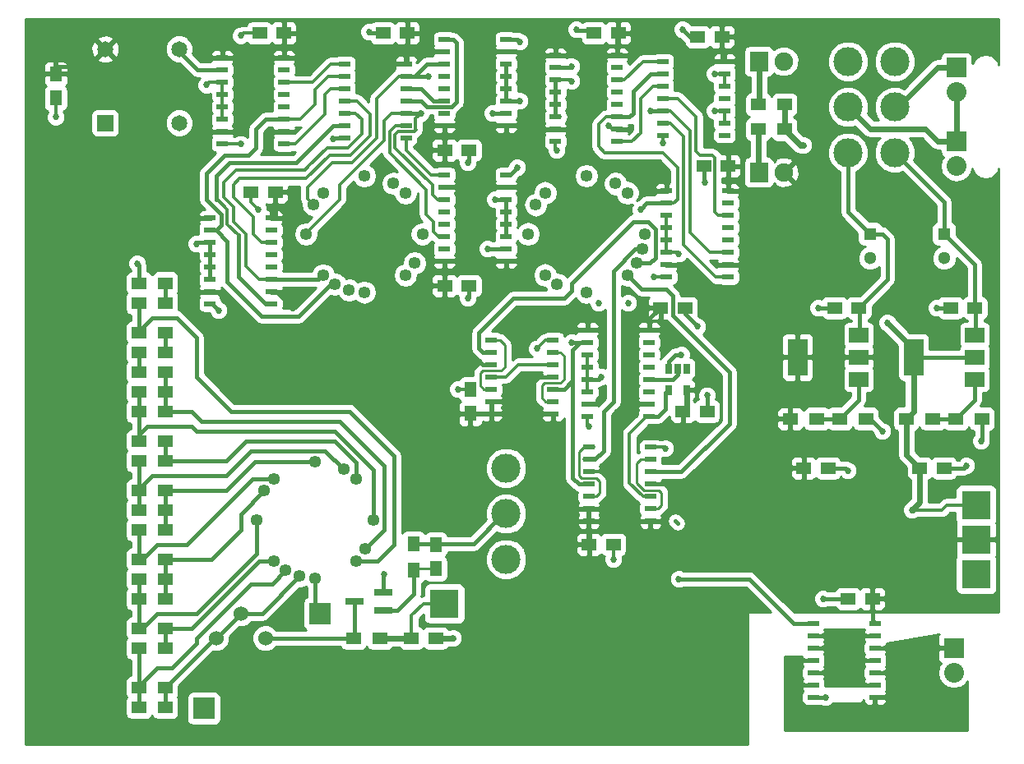
<source format=gbr>
G04 #@! TF.FileFunction,Copper,L1,Top,Signal*
%FSLAX46Y46*%
G04 Gerber Fmt 4.6, Leading zero omitted, Abs format (unit mm)*
G04 Created by KiCad (PCBNEW 4.0.5) date Monday, May 22, 2017 'PMt' 10:01:45 PM*
%MOMM*%
%LPD*%
G01*
G04 APERTURE LIST*
%ADD10C,0.100000*%
%ADD11C,1.524000*%
%ADD12R,1.500000X1.300000*%
%ADD13R,3.000000X3.000000*%
%ADD14R,1.500000X1.250000*%
%ADD15C,1.300000*%
%ADD16R,1.300000X1.300000*%
%ADD17R,1.250000X1.500000*%
%ADD18R,2.235200X2.235200*%
%ADD19R,2.032000X2.032000*%
%ADD20O,2.032000X2.032000*%
%ADD21R,1.651000X1.651000*%
%ADD22C,1.651000*%
%ADD23R,2.000000X3.800000*%
%ADD24R,2.000000X1.500000*%
%ADD25R,1.143000X0.508000*%
%ADD26R,1.300000X1.500000*%
%ADD27R,1.900000X0.800000*%
%ADD28R,1.900000X2.000000*%
%ADD29C,1.900000*%
%ADD30O,1.270000X1.270000*%
%ADD31C,3.000000*%
%ADD32R,0.650000X1.060000*%
%ADD33C,0.685800*%
%ADD34C,0.406400*%
%ADD35C,0.457200*%
%ADD36C,0.609600*%
%ADD37C,0.355600*%
%ADD38C,0.304800*%
%ADD39C,0.254000*%
G04 APERTURE END LIST*
D10*
D11*
X91440000Y-150876000D03*
X88900000Y-148336000D03*
X86360000Y-150876000D03*
D12*
X78406000Y-116332000D03*
X81106000Y-116332000D03*
X81106000Y-119380000D03*
X78406000Y-119380000D03*
X78406000Y-121412000D03*
X81106000Y-121412000D03*
X78406000Y-127508000D03*
X81106000Y-127508000D03*
X81106000Y-137668000D03*
X78406000Y-137668000D03*
X78406000Y-146812000D03*
X81106000Y-146812000D03*
X81106000Y-157988000D03*
X78406000Y-157988000D03*
D13*
X164592000Y-140716000D03*
X164592000Y-137160000D03*
X164592000Y-144272000D03*
X109855000Y-147320000D03*
D14*
X106446000Y-150876000D03*
X108946000Y-150876000D03*
D15*
X161290000Y-111720000D03*
D16*
X161290000Y-109220000D03*
D17*
X69850000Y-92730000D03*
X69850000Y-95230000D03*
D14*
X146832000Y-133350000D03*
X149332000Y-133350000D03*
X158770000Y-133350000D03*
X161270000Y-133350000D03*
X152507000Y-116840000D03*
X150007000Y-116840000D03*
X164445000Y-116840000D03*
X161945000Y-116840000D03*
X153904000Y-146812000D03*
X151404000Y-146812000D03*
D17*
X112522000Y-127742000D03*
X112522000Y-125242000D03*
D14*
X132100000Y-116840000D03*
X134600000Y-116840000D03*
X124734000Y-141224000D03*
X127234000Y-141224000D03*
X138410000Y-88900000D03*
X135910000Y-88900000D03*
X139045000Y-102235000D03*
X136545000Y-102235000D03*
X127742000Y-88519000D03*
X125242000Y-88519000D03*
X106025000Y-88519000D03*
X103525000Y-88519000D03*
X109875000Y-100584000D03*
X112375000Y-100584000D03*
X109875000Y-114554000D03*
X112375000Y-114554000D03*
X92436000Y-104902000D03*
X89936000Y-104902000D03*
X93325000Y-88519000D03*
X90825000Y-88519000D03*
D18*
X85090000Y-158115000D03*
X97028000Y-148336000D03*
D19*
X162306000Y-151892000D03*
D20*
X162306000Y-154432000D03*
D21*
X74930000Y-97790000D03*
D22*
X74930000Y-90170000D03*
X82550000Y-90170000D03*
X82550000Y-97790000D03*
D23*
X146202000Y-121920000D03*
D24*
X152502000Y-121920000D03*
X152502000Y-119620000D03*
X152502000Y-124220000D03*
D23*
X158140000Y-121920000D03*
D24*
X164440000Y-121920000D03*
X164440000Y-119620000D03*
X164440000Y-124220000D03*
D25*
X147828000Y-149352000D03*
X147828000Y-150622000D03*
X147828000Y-151892000D03*
X147828000Y-153162000D03*
X147828000Y-154432000D03*
X147828000Y-155702000D03*
X147828000Y-156972000D03*
X154178000Y-156972000D03*
X154178000Y-155702000D03*
X154178000Y-153162000D03*
X154178000Y-151892000D03*
X154178000Y-150622000D03*
X154178000Y-149352000D03*
X154178000Y-154432000D03*
X121031000Y-127762000D03*
X121031000Y-126492000D03*
X121031000Y-125222000D03*
X121031000Y-123952000D03*
X121031000Y-122682000D03*
X121031000Y-121412000D03*
X121031000Y-120142000D03*
X114681000Y-120142000D03*
X114681000Y-121412000D03*
X114681000Y-123952000D03*
X114681000Y-125222000D03*
X114681000Y-126492000D03*
X114681000Y-127762000D03*
X114681000Y-122682000D03*
X130937000Y-119126000D03*
X130937000Y-121666000D03*
X130937000Y-122936000D03*
X130937000Y-124206000D03*
X130937000Y-125476000D03*
X130937000Y-126746000D03*
X130937000Y-128016000D03*
X124587000Y-128016000D03*
X124587000Y-126746000D03*
X124587000Y-125476000D03*
X124587000Y-124206000D03*
X124587000Y-122936000D03*
X124587000Y-121666000D03*
X124587000Y-120396000D03*
X124587000Y-119126000D03*
X130937000Y-120396000D03*
X131064000Y-138811000D03*
X131064000Y-137541000D03*
X131064000Y-136271000D03*
X131064000Y-135001000D03*
X131064000Y-133731000D03*
X131064000Y-132461000D03*
X131064000Y-131191000D03*
X124714000Y-131191000D03*
X124714000Y-132461000D03*
X124714000Y-135001000D03*
X124714000Y-136271000D03*
X124714000Y-137541000D03*
X124714000Y-138811000D03*
X124714000Y-133731000D03*
X132334000Y-91440000D03*
X132334000Y-92710000D03*
X132334000Y-93980000D03*
X132334000Y-95250000D03*
X132334000Y-96520000D03*
X132334000Y-97790000D03*
X132334000Y-99060000D03*
X138684000Y-99060000D03*
X138684000Y-97790000D03*
X138684000Y-95250000D03*
X138684000Y-93980000D03*
X138684000Y-92710000D03*
X138684000Y-91440000D03*
X138684000Y-96520000D03*
X127635000Y-90805000D03*
X127635000Y-93345000D03*
X127635000Y-94615000D03*
X127635000Y-95885000D03*
X127635000Y-97155000D03*
X127635000Y-98425000D03*
X127635000Y-99695000D03*
X121285000Y-99695000D03*
X121285000Y-98425000D03*
X121285000Y-97155000D03*
X121285000Y-95885000D03*
X121285000Y-94615000D03*
X121285000Y-93345000D03*
X121285000Y-92075000D03*
X121285000Y-90805000D03*
X127635000Y-92075000D03*
X99568000Y-91694000D03*
X99568000Y-92964000D03*
X99568000Y-94234000D03*
X99568000Y-95504000D03*
X99568000Y-96774000D03*
X99568000Y-98044000D03*
X99568000Y-99314000D03*
X105918000Y-99314000D03*
X105918000Y-98044000D03*
X105918000Y-95504000D03*
X105918000Y-94234000D03*
X105918000Y-92964000D03*
X105918000Y-91694000D03*
X105918000Y-96774000D03*
X109855000Y-98044000D03*
X109855000Y-95504000D03*
X109855000Y-94234000D03*
X109855000Y-92964000D03*
X109855000Y-91694000D03*
X109855000Y-90424000D03*
X109855000Y-89154000D03*
X116205000Y-89154000D03*
X116205000Y-90424000D03*
X116205000Y-91694000D03*
X116205000Y-92964000D03*
X116205000Y-94234000D03*
X116205000Y-95504000D03*
X116205000Y-96774000D03*
X116205000Y-98044000D03*
X109855000Y-96774000D03*
X109855000Y-112014000D03*
X109855000Y-109474000D03*
X109855000Y-108204000D03*
X109855000Y-106934000D03*
X109855000Y-105664000D03*
X109855000Y-104394000D03*
X109855000Y-103124000D03*
X116205000Y-103124000D03*
X116205000Y-104394000D03*
X116205000Y-105664000D03*
X116205000Y-106934000D03*
X116205000Y-108204000D03*
X116205000Y-109474000D03*
X116205000Y-110744000D03*
X116205000Y-112014000D03*
X109855000Y-110744000D03*
X92075000Y-107569000D03*
X92075000Y-110109000D03*
X92075000Y-111379000D03*
X92075000Y-112649000D03*
X92075000Y-113919000D03*
X92075000Y-115189000D03*
X92075000Y-116459000D03*
X85725000Y-116459000D03*
X85725000Y-115189000D03*
X85725000Y-113919000D03*
X85725000Y-112649000D03*
X85725000Y-111379000D03*
X85725000Y-110109000D03*
X85725000Y-108839000D03*
X85725000Y-107569000D03*
X92075000Y-108839000D03*
X93345000Y-91059000D03*
X93345000Y-93599000D03*
X93345000Y-94869000D03*
X93345000Y-96139000D03*
X93345000Y-97409000D03*
X93345000Y-98679000D03*
X93345000Y-99949000D03*
X86995000Y-99949000D03*
X86995000Y-98679000D03*
X86995000Y-97409000D03*
X86995000Y-96139000D03*
X86995000Y-94869000D03*
X86995000Y-93599000D03*
X86995000Y-92329000D03*
X86995000Y-91059000D03*
X93345000Y-92329000D03*
D12*
X142160000Y-98425000D03*
X144860000Y-98425000D03*
X142160000Y-95885000D03*
X144860000Y-95885000D03*
X150542000Y-128270000D03*
X153242000Y-128270000D03*
X145462000Y-128270000D03*
X148162000Y-128270000D03*
X162480000Y-128270000D03*
X165180000Y-128270000D03*
X157400000Y-128270000D03*
X160100000Y-128270000D03*
X81106000Y-114300000D03*
X78406000Y-114300000D03*
X81106000Y-123444000D03*
X78406000Y-123444000D03*
X78406000Y-125476000D03*
X81106000Y-125476000D03*
X81106000Y-130556000D03*
X78406000Y-130556000D03*
X78406000Y-132588000D03*
X81106000Y-132588000D03*
X81106000Y-135636000D03*
X78406000Y-135636000D03*
X78406000Y-139700000D03*
X81106000Y-139700000D03*
X81106000Y-142748000D03*
X78406000Y-142748000D03*
X78406000Y-144780000D03*
X81106000Y-144780000D03*
X81106000Y-149860000D03*
X78406000Y-149860000D03*
X78406000Y-151892000D03*
X81106000Y-151892000D03*
X81106000Y-155956000D03*
X78406000Y-155956000D03*
X103204000Y-150876000D03*
X100504000Y-150876000D03*
D26*
X106680000Y-143844000D03*
X106680000Y-141144000D03*
D27*
X103608000Y-148016000D03*
X103608000Y-146116000D03*
X100608000Y-147066000D03*
D28*
X142240000Y-102870000D03*
D29*
X144780000Y-102870000D03*
D28*
X142240000Y-91440000D03*
D29*
X144780000Y-91440000D03*
D15*
X153670000Y-111720000D03*
D16*
X153670000Y-109220000D03*
D25*
X139065000Y-104775000D03*
X139065000Y-107315000D03*
X139065000Y-108585000D03*
X139065000Y-109855000D03*
X139065000Y-111125000D03*
X139065000Y-112395000D03*
X139065000Y-113665000D03*
X132715000Y-113665000D03*
X132715000Y-112395000D03*
X132715000Y-111125000D03*
X132715000Y-109855000D03*
X132715000Y-108585000D03*
X132715000Y-107315000D03*
X132715000Y-106045000D03*
X132715000Y-104775000D03*
X139065000Y-106045000D03*
D30*
X94968536Y-144474145D03*
X93522800Y-143875302D03*
X92281320Y-142922680D03*
X90525600Y-138684000D03*
X91328698Y-135686800D03*
X92281320Y-134445320D03*
X96520000Y-132689600D03*
X99517199Y-133492698D03*
X100758680Y-134445320D03*
X102514400Y-138684000D03*
X101711302Y-141681199D03*
X100758680Y-142922680D03*
X96520000Y-144678400D03*
X100048536Y-115010145D03*
X98602800Y-114411302D03*
X97361320Y-113458680D03*
X95605600Y-109220000D03*
X96408698Y-106222800D03*
X97361320Y-104981320D03*
X101600000Y-103225600D03*
X104597199Y-104028698D03*
X105838680Y-104981320D03*
X107594400Y-109220000D03*
X106791302Y-112217199D03*
X105838680Y-113458680D03*
X101600000Y-115214400D03*
X130250145Y-110771464D03*
X129651302Y-112217200D03*
X128698680Y-113458680D03*
X124460000Y-115214400D03*
X121462800Y-114411302D03*
X120221320Y-113458680D03*
X118465600Y-109220000D03*
X119268698Y-106222801D03*
X120221320Y-104981320D03*
X124460000Y-103225600D03*
X127457199Y-104028698D03*
X128698680Y-104981320D03*
X130454400Y-109220000D03*
D31*
X151409400Y-100838000D03*
X156210000Y-100838000D03*
X151409400Y-96139000D03*
X156210000Y-96139000D03*
X151409400Y-91440000D03*
X156210000Y-91440000D03*
X116205000Y-142748000D03*
X116205000Y-138049000D03*
X116205000Y-133350000D03*
D14*
X134386000Y-127508000D03*
X136886000Y-127508000D03*
D32*
X134808000Y-123106000D03*
X133858000Y-123106000D03*
X132908000Y-123106000D03*
X132908000Y-125306000D03*
X134808000Y-125306000D03*
D17*
X108966000Y-143744000D03*
X108966000Y-141244000D03*
D19*
X162560000Y-92075000D03*
D20*
X162560000Y-94615000D03*
D19*
X162560000Y-99695000D03*
D20*
X162560000Y-102235000D03*
D33*
X125730000Y-116332000D03*
X128778000Y-116332000D03*
X134239000Y-121666000D03*
X136906000Y-125857000D03*
X110744000Y-150876000D03*
X127254000Y-142748000D03*
X111252000Y-125222000D03*
X136652000Y-103886000D03*
X134366000Y-88138000D03*
X123444000Y-88138000D03*
X133985000Y-111252000D03*
X131445000Y-113665000D03*
X137668000Y-96520000D03*
X137668000Y-92710000D03*
X132334000Y-99822000D03*
X122936000Y-93472000D03*
X121412000Y-100584000D03*
X135890000Y-118745000D03*
X102108000Y-88392000D03*
X112268000Y-115824000D03*
X125984000Y-123952000D03*
X86614000Y-117094000D03*
X84328000Y-110236000D03*
X117602000Y-95504000D03*
X117602000Y-89408000D03*
X112268000Y-101854000D03*
X117348000Y-102362000D03*
X115062000Y-105664000D03*
X90678000Y-106680000D03*
X98425000Y-99441000D03*
X88900000Y-99949000D03*
X88900000Y-88773000D03*
X85344000Y-93853000D03*
X119380000Y-121031000D03*
X124714000Y-129032000D03*
X132588000Y-131318000D03*
X78232000Y-112268000D03*
X146812000Y-100076000D03*
X154940000Y-129540000D03*
X151384000Y-133604000D03*
X163576000Y-133096000D03*
X165100000Y-130556000D03*
X103632000Y-144272000D03*
X149098000Y-156972000D03*
X148844000Y-146812000D03*
X160528000Y-116840000D03*
X148336000Y-116840000D03*
X69850000Y-97155000D03*
X117856000Y-121412000D03*
X119126000Y-123952000D03*
X94234000Y-116840000D03*
X94234000Y-118872000D03*
X125476000Y-96774000D03*
X126746000Y-98044000D03*
X127635000Y-127635000D03*
X125730000Y-126365000D03*
X88392000Y-98933000D03*
X91948000Y-98933000D03*
X157988000Y-137668000D03*
X155448000Y-118364000D03*
X114300000Y-110744000D03*
X107442000Y-96774000D03*
X114808000Y-96774000D03*
X108204000Y-92964000D03*
X122936000Y-91948000D03*
X130048000Y-106680000D03*
X131064000Y-96520000D03*
X122936000Y-120396000D03*
X133985000Y-144780000D03*
D34*
X133624000Y-138811000D02*
X133878000Y-139065000D01*
D35*
X156210000Y-96139000D02*
X156591000Y-96139000D01*
D36*
X156591000Y-96139000D02*
X160655000Y-92075000D01*
X160655000Y-92075000D02*
X162560000Y-92075000D01*
D35*
X156210000Y-96139000D02*
X156337000Y-96139000D01*
D36*
X162560000Y-94615000D02*
X162560000Y-99695000D01*
X162560000Y-99695000D02*
X160655000Y-99695000D01*
X160655000Y-99695000D02*
X159385000Y-98425000D01*
X159385000Y-98425000D02*
X153695400Y-98425000D01*
X153695400Y-98425000D02*
X151409400Y-96139000D01*
D34*
X132908000Y-123106000D02*
X132908000Y-122362000D01*
X133604000Y-121666000D02*
X134239000Y-121666000D01*
X132908000Y-122362000D02*
X133604000Y-121666000D01*
X136886000Y-127508000D02*
X136886000Y-125877000D01*
X136886000Y-125877000D02*
X136906000Y-125857000D01*
D36*
X108946000Y-150876000D02*
X110744000Y-150876000D01*
D37*
X127234000Y-141224000D02*
X127234000Y-142728000D01*
X127234000Y-142728000D02*
X127254000Y-142748000D01*
X112522000Y-125242000D02*
X111272000Y-125242000D01*
X111272000Y-125242000D02*
X111252000Y-125222000D01*
D35*
X136545000Y-102235000D02*
X136545000Y-103779000D01*
X136545000Y-103779000D02*
X136652000Y-103886000D01*
X135910000Y-88900000D02*
X135128000Y-88900000D01*
X135128000Y-88900000D02*
X134366000Y-88138000D01*
X125115000Y-88265000D02*
X123571000Y-88265000D01*
D38*
X123571000Y-88265000D02*
X123444000Y-88138000D01*
X132715000Y-111125000D02*
X133858000Y-111125000D01*
X133858000Y-111125000D02*
X133985000Y-111252000D01*
X132715000Y-113665000D02*
X131445000Y-113665000D01*
X132715000Y-107315000D02*
X132715000Y-108585000D01*
X132715000Y-108585000D02*
X132715000Y-109855000D01*
X132715000Y-109855000D02*
X132715000Y-111125000D01*
D37*
X138684000Y-96520000D02*
X137668000Y-96520000D01*
X138684000Y-92710000D02*
X137668000Y-92710000D01*
X132334000Y-99060000D02*
X132334000Y-99822000D01*
X121285000Y-93345000D02*
X122809000Y-93345000D01*
X122809000Y-93345000D02*
X122936000Y-93472000D01*
X121285000Y-97155000D02*
X121793000Y-97155000D01*
X121285000Y-99695000D02*
X121285000Y-100457000D01*
X121285000Y-100457000D02*
X121412000Y-100584000D01*
X138684000Y-96520000D02*
X138684000Y-97790000D01*
X138684000Y-92710000D02*
X138684000Y-93980000D01*
D34*
X134600000Y-116840000D02*
X134600000Y-117455000D01*
X134600000Y-117455000D02*
X135890000Y-118745000D01*
X121285000Y-97155000D02*
X121285000Y-95885000D01*
X121285000Y-95885000D02*
X121285000Y-94615000D01*
X121285000Y-93345000D02*
X121285000Y-94615000D01*
D35*
X103525000Y-88519000D02*
X102235000Y-88519000D01*
X102235000Y-88519000D02*
X102108000Y-88392000D01*
X112375000Y-114554000D02*
X112375000Y-115717000D01*
D34*
X112375000Y-115717000D02*
X112268000Y-115824000D01*
X124587000Y-124206000D02*
X125730000Y-124206000D01*
X125730000Y-124206000D02*
X125984000Y-123952000D01*
D35*
X85725000Y-116459000D02*
X85979000Y-116459000D01*
X85979000Y-116459000D02*
X86614000Y-117094000D01*
X85725000Y-110109000D02*
X84455000Y-110109000D01*
X84455000Y-110109000D02*
X84328000Y-110236000D01*
X116205000Y-91694000D02*
X116205000Y-92964000D01*
X116205000Y-92964000D02*
X116205000Y-94234000D01*
X116205000Y-94234000D02*
X116205000Y-95504000D01*
X116205000Y-95504000D02*
X117602000Y-95504000D01*
X116205000Y-89154000D02*
X117348000Y-89154000D01*
X117348000Y-89154000D02*
X117602000Y-89408000D01*
X112375000Y-100584000D02*
X112375000Y-101747000D01*
X112375000Y-101747000D02*
X112268000Y-101854000D01*
X116205000Y-103124000D02*
X116586000Y-103124000D01*
X116586000Y-103124000D02*
X117348000Y-102362000D01*
X116205000Y-105664000D02*
X115062000Y-105664000D01*
X116205000Y-108204000D02*
X116205000Y-106934000D01*
X116205000Y-106934000D02*
X116205000Y-105664000D01*
X116205000Y-109474000D02*
X116205000Y-108204000D01*
D37*
X89936000Y-104902000D02*
X89936000Y-105938000D01*
X89936000Y-105938000D02*
X90678000Y-106680000D01*
D34*
X99568000Y-99314000D02*
X98552000Y-99314000D01*
X98552000Y-99314000D02*
X98425000Y-99441000D01*
D37*
X86995000Y-99949000D02*
X88900000Y-99949000D01*
X90825000Y-88519000D02*
X89154000Y-88519000D01*
X89154000Y-88519000D02*
X88900000Y-88773000D01*
X86995000Y-93599000D02*
X85598000Y-93599000D01*
X85598000Y-93599000D02*
X85344000Y-93853000D01*
X86995000Y-93599000D02*
X86995000Y-94869000D01*
X86995000Y-94869000D02*
X86995000Y-96139000D01*
X86995000Y-96139000D02*
X86995000Y-97409000D01*
D34*
X85725000Y-110109000D02*
X85725000Y-111379000D01*
X85725000Y-111379000D02*
X85725000Y-112649000D01*
X85725000Y-112649000D02*
X85725000Y-113919000D01*
D37*
X121031000Y-120142000D02*
X120269000Y-120142000D01*
X120269000Y-120142000D02*
X119380000Y-121031000D01*
X124587000Y-122936000D02*
X124587000Y-124206000D01*
X124587000Y-124206000D02*
X124587000Y-125476000D01*
X124587000Y-121666000D02*
X124587000Y-122936000D01*
X124587000Y-128016000D02*
X124587000Y-128905000D01*
X124587000Y-128905000D02*
X124714000Y-129032000D01*
X131064000Y-131191000D02*
X132461000Y-131191000D01*
X132461000Y-131191000D02*
X132588000Y-131318000D01*
D35*
X78406000Y-114300000D02*
X78406000Y-112442000D01*
X78406000Y-112442000D02*
X78232000Y-112268000D01*
D36*
X144860000Y-95885000D02*
X144860000Y-98425000D01*
X144860000Y-98425000D02*
X146511000Y-100076000D01*
X146511000Y-100076000D02*
X146812000Y-100076000D01*
D35*
X153670000Y-128270000D02*
X154940000Y-129540000D01*
X153242000Y-128270000D02*
X153670000Y-128270000D01*
X151130000Y-133350000D02*
X151384000Y-133604000D01*
X149332000Y-133350000D02*
X151130000Y-133350000D01*
X163322000Y-133350000D02*
X163576000Y-133096000D01*
X161270000Y-133350000D02*
X163322000Y-133350000D01*
X165180000Y-128270000D02*
X165180000Y-130476000D01*
X165180000Y-130476000D02*
X165100000Y-130556000D01*
X103608000Y-146116000D02*
X103608000Y-144296000D01*
X103608000Y-144296000D02*
X103632000Y-144272000D01*
X147828000Y-156972000D02*
X149098000Y-156972000D01*
X151404000Y-146812000D02*
X148844000Y-146812000D01*
X161945000Y-116840000D02*
X160528000Y-116840000D01*
X150007000Y-116840000D02*
X148336000Y-116840000D01*
D37*
X69850000Y-95230000D02*
X69850000Y-97155000D01*
D36*
X134808000Y-125306000D02*
X134808000Y-127086000D01*
X134808000Y-127086000D02*
X134386000Y-127508000D01*
D35*
X124587000Y-119126000D02*
X118872000Y-119126000D01*
X118872000Y-119126000D02*
X117856000Y-120142000D01*
X117856000Y-120142000D02*
X117856000Y-121412000D01*
X119126000Y-123952000D02*
X121031000Y-123952000D01*
X92075000Y-115189000D02*
X92583000Y-115189000D01*
X92583000Y-115189000D02*
X94234000Y-116840000D01*
X94234000Y-118872000D02*
X90170000Y-118872000D01*
X90170000Y-118872000D02*
X86487000Y-115189000D01*
X86487000Y-115189000D02*
X85725000Y-115189000D01*
X92436000Y-104902000D02*
X92436000Y-107208000D01*
X92436000Y-107208000D02*
X92075000Y-107569000D01*
X109875000Y-114554000D02*
X109875000Y-112034000D01*
X109875000Y-112034000D02*
X109855000Y-112014000D01*
X109875000Y-100584000D02*
X109875000Y-98064000D01*
X109875000Y-98064000D02*
X109855000Y-98044000D01*
X139045000Y-102235000D02*
X139045000Y-104755000D01*
X139045000Y-104755000D02*
X139065000Y-104775000D01*
X138410000Y-88900000D02*
X138410000Y-91166000D01*
X138410000Y-91166000D02*
X138684000Y-91440000D01*
X127615000Y-88265000D02*
X127615000Y-90785000D01*
X127615000Y-90785000D02*
X127635000Y-90805000D01*
X106025000Y-88519000D02*
X106025000Y-91587000D01*
X106025000Y-91587000D02*
X105918000Y-91694000D01*
X93325000Y-88519000D02*
X93325000Y-91039000D01*
X93325000Y-91039000D02*
X93345000Y-91059000D01*
D37*
X112522000Y-127742000D02*
X114661000Y-127742000D01*
X114661000Y-127742000D02*
X114681000Y-127762000D01*
X127635000Y-98425000D02*
X127127000Y-98425000D01*
X127127000Y-98425000D02*
X126746000Y-98044000D01*
D34*
X130937000Y-119126000D02*
X130937000Y-118003000D01*
X130937000Y-118003000D02*
X132100000Y-116840000D01*
X124587000Y-126746000D02*
X125349000Y-126746000D01*
X125349000Y-126746000D02*
X125730000Y-126365000D01*
D35*
X131064000Y-135001000D02*
X132207000Y-135001000D01*
X132207000Y-135001000D02*
X132588000Y-134620000D01*
X121031000Y-123952000D02*
X119888000Y-123952000D01*
X119888000Y-123952000D02*
X119634000Y-123698000D01*
X112776000Y-122428000D02*
X113538000Y-122428000D01*
X113538000Y-122428000D02*
X113792000Y-122682000D01*
X113792000Y-122682000D02*
X114681000Y-122682000D01*
D37*
X86995000Y-98679000D02*
X88138000Y-98679000D01*
X88138000Y-98679000D02*
X88392000Y-98933000D01*
X93345000Y-98679000D02*
X92202000Y-98679000D01*
X92202000Y-98679000D02*
X91948000Y-98933000D01*
D34*
X112649000Y-127869000D02*
X112522000Y-127742000D01*
D37*
X124714000Y-133731000D02*
X125857000Y-133731000D01*
X125857000Y-133731000D02*
X126111000Y-133477000D01*
X124607000Y-141351000D02*
X124607000Y-138918000D01*
X124607000Y-138918000D02*
X124714000Y-138811000D01*
X124607000Y-138918000D02*
X124714000Y-138811000D01*
X130917000Y-119106000D02*
X130937000Y-119126000D01*
D35*
X153904000Y-146812000D02*
X153904000Y-149078000D01*
X153904000Y-149078000D02*
X154178000Y-149352000D01*
X152502000Y-121920000D02*
X146202000Y-121920000D01*
X69850000Y-91980000D02*
X73120000Y-91980000D01*
X73120000Y-91980000D02*
X74930000Y-90170000D01*
X153670000Y-109220000D02*
X154940000Y-109220000D01*
X155448000Y-113899000D02*
X152507000Y-116840000D01*
X155448000Y-109728000D02*
X155448000Y-113899000D01*
X154940000Y-109220000D02*
X155448000Y-109728000D01*
X152622000Y-116840000D02*
X152622000Y-119500000D01*
X152622000Y-119500000D02*
X152502000Y-119620000D01*
X151409400Y-100838000D02*
X151409400Y-106959400D01*
X151409400Y-106959400D02*
X153670000Y-109220000D01*
X161290000Y-109220000D02*
X161290000Y-105918000D01*
X161290000Y-105918000D02*
X156210000Y-100838000D01*
X164445000Y-116840000D02*
X164445000Y-112375000D01*
X164445000Y-112375000D02*
X161290000Y-109220000D01*
X164560000Y-116840000D02*
X164560000Y-119500000D01*
X164560000Y-119500000D02*
X164440000Y-119620000D01*
X161290000Y-108966000D02*
X161290000Y-109220000D01*
D36*
X158115000Y-137668000D02*
X157988000Y-137668000D01*
D37*
X106446000Y-150876000D02*
X106446000Y-148570000D01*
X106446000Y-148570000D02*
X107696000Y-147320000D01*
X107696000Y-147320000D02*
X109855000Y-147320000D01*
D36*
X106446000Y-150876000D02*
X103204000Y-150876000D01*
X158770000Y-136886000D02*
X157988000Y-137668000D01*
X158770000Y-133350000D02*
X158770000Y-136886000D01*
D37*
X158115000Y-137668000D02*
X161036000Y-137668000D01*
X161544000Y-137160000D02*
X164592000Y-137160000D01*
X161036000Y-137668000D02*
X161544000Y-137160000D01*
D36*
X103224000Y-150896000D02*
X103204000Y-150876000D01*
X158140000Y-121920000D02*
X158140000Y-121056000D01*
X158140000Y-121056000D02*
X155448000Y-118364000D01*
X158140000Y-121920000D02*
X158140000Y-127530000D01*
X158140000Y-127530000D02*
X157400000Y-128270000D01*
X158770000Y-133350000D02*
X158750000Y-133350000D01*
X157400000Y-131980000D02*
X158770000Y-133350000D01*
X157400000Y-128270000D02*
X157400000Y-131980000D01*
D35*
X164440000Y-121920000D02*
X158140000Y-121920000D01*
D36*
X142240000Y-91440000D02*
X142240000Y-95805000D01*
X142240000Y-95805000D02*
X142160000Y-95885000D01*
D35*
X142160000Y-91520000D02*
X142240000Y-91440000D01*
D36*
X142160000Y-98425000D02*
X142160000Y-102790000D01*
X142160000Y-102790000D02*
X142240000Y-102870000D01*
D35*
X142160000Y-102790000D02*
X142240000Y-102870000D01*
X96520000Y-144678400D02*
X96520000Y-147828000D01*
X96520000Y-147828000D02*
X97028000Y-148336000D01*
X91440000Y-150876000D02*
X100504000Y-150876000D01*
X100504000Y-150876000D02*
X100608000Y-150772000D01*
X100608000Y-150772000D02*
X100608000Y-147066000D01*
X154178000Y-154432000D02*
X155194000Y-154432000D01*
X154178000Y-151892000D02*
X155194000Y-151892000D01*
X147828000Y-155702000D02*
X146812000Y-155702000D01*
X147828000Y-153162000D02*
X146812000Y-153162000D01*
X147828000Y-153162000D02*
X147574000Y-153162000D01*
X147574000Y-155702000D02*
X147828000Y-155702000D01*
X81106000Y-155956000D02*
X81106000Y-157988000D01*
D38*
X86360000Y-150876000D02*
X86186000Y-150876000D01*
D35*
X86186000Y-150876000D02*
X81106000Y-155956000D01*
X86360000Y-150876000D02*
X88900000Y-148336000D01*
X88900000Y-148336000D02*
X91106681Y-148336000D01*
X91106681Y-148336000D02*
X94968536Y-144474145D01*
X78406000Y-155956000D02*
X78406000Y-155782000D01*
X78406000Y-155782000D02*
X80264000Y-153924000D01*
X92110102Y-145288000D02*
X93522800Y-143875302D01*
X89916000Y-145288000D02*
X92110102Y-145288000D01*
X84328000Y-150876000D02*
X89916000Y-145288000D01*
X84328000Y-151384000D02*
X84328000Y-150876000D01*
X81788000Y-153924000D02*
X84328000Y-151384000D01*
X80264000Y-153924000D02*
X81788000Y-153924000D01*
X78406000Y-157988000D02*
X78406000Y-155956000D01*
X78406000Y-151892000D02*
X78406000Y-155956000D01*
X81106000Y-149860000D02*
X83820000Y-149860000D01*
X90757320Y-142922680D02*
X92281320Y-142922680D01*
X83820000Y-149860000D02*
X90757320Y-142922680D01*
X81106000Y-151892000D02*
X81106000Y-149860000D01*
X78406000Y-149860000D02*
X78740000Y-149860000D01*
X78740000Y-149860000D02*
X80264000Y-148336000D01*
X90525600Y-142138400D02*
X90525600Y-138684000D01*
X84328000Y-148336000D02*
X90525600Y-142138400D01*
X80264000Y-148336000D02*
X84328000Y-148336000D01*
X78406000Y-146812000D02*
X78406000Y-149860000D01*
X78406000Y-144780000D02*
X78406000Y-146812000D01*
D36*
X78406000Y-149860000D02*
X78406000Y-149686000D01*
D35*
X81106000Y-142748000D02*
X85852000Y-142748000D01*
X88900000Y-138115498D02*
X91328698Y-135686800D01*
X88900000Y-139700000D02*
X88900000Y-138115498D01*
X85852000Y-142748000D02*
X88900000Y-139700000D01*
X81106000Y-144780000D02*
X81106000Y-142748000D01*
X81106000Y-146812000D02*
X81106000Y-144780000D01*
X78406000Y-142748000D02*
X78740000Y-142748000D01*
X78740000Y-142748000D02*
X80264000Y-141224000D01*
X90090680Y-134445320D02*
X92281320Y-134445320D01*
X83312000Y-141224000D02*
X90090680Y-134445320D01*
X80264000Y-141224000D02*
X83312000Y-141224000D01*
X78406000Y-142748000D02*
X78406000Y-139700000D01*
D36*
X78406000Y-142748000D02*
X78406000Y-142574000D01*
D35*
X81106000Y-135636000D02*
X87376000Y-135636000D01*
X90322400Y-132689600D02*
X96520000Y-132689600D01*
X87376000Y-135636000D02*
X90322400Y-132689600D01*
X81106000Y-139700000D02*
X81106000Y-137668000D01*
X81106000Y-137668000D02*
X81106000Y-135636000D01*
X78406000Y-135636000D02*
X78406000Y-135462000D01*
X78406000Y-135462000D02*
X79756000Y-134112000D01*
X97596501Y-131572000D02*
X99517199Y-133492698D01*
X89916000Y-131572000D02*
X97596501Y-131572000D01*
X87376000Y-134112000D02*
X89916000Y-131572000D01*
X79756000Y-134112000D02*
X87376000Y-134112000D01*
X78406000Y-135636000D02*
X78406000Y-132588000D01*
D36*
X78406000Y-135636000D02*
X78740000Y-135636000D01*
D35*
X78406000Y-137668000D02*
X78406000Y-135636000D01*
X81106000Y-132588000D02*
X87376000Y-132588000D01*
X100758680Y-132762680D02*
X100758680Y-134445320D01*
X98552000Y-130556000D02*
X100758680Y-132762680D01*
X89408000Y-130556000D02*
X98552000Y-130556000D01*
X87376000Y-132588000D02*
X89408000Y-130556000D01*
X81106000Y-132588000D02*
X81106000Y-130556000D01*
X78406000Y-130556000D02*
X78406000Y-129874000D01*
X102514400Y-133502400D02*
X102514400Y-138684000D01*
X98552000Y-129540000D02*
X102514400Y-133502400D01*
X84328000Y-129540000D02*
X98552000Y-129540000D01*
X83820000Y-129032000D02*
X84328000Y-129540000D01*
X79248000Y-129032000D02*
X83820000Y-129032000D01*
X78406000Y-129874000D02*
X79248000Y-129032000D01*
X78406000Y-130556000D02*
X78406000Y-130382000D01*
X78406000Y-127508000D02*
X78406000Y-125476000D01*
X78406000Y-130556000D02*
X78406000Y-127508000D01*
X81106000Y-125476000D02*
X81106000Y-123444000D01*
X81106000Y-127508000D02*
X83820000Y-127508000D01*
X103632000Y-139760501D02*
X101711302Y-141681199D01*
X103632000Y-133096000D02*
X103632000Y-139760501D01*
X99060000Y-128524000D02*
X103632000Y-133096000D01*
X84836000Y-128524000D02*
X99060000Y-128524000D01*
X83820000Y-127508000D02*
X84836000Y-128524000D01*
X81106000Y-127508000D02*
X81106000Y-125476000D01*
X78406000Y-116332000D02*
X78406000Y-119380000D01*
X78406000Y-119380000D02*
X78406000Y-119206000D01*
X78406000Y-119206000D02*
X79756000Y-117856000D01*
X79756000Y-117856000D02*
X82296000Y-117856000D01*
X82296000Y-117856000D02*
X84328000Y-119888000D01*
X84328000Y-119888000D02*
X84328000Y-123952000D01*
X100758680Y-142922680D02*
X102949320Y-142922680D01*
X87884000Y-127508000D02*
X84328000Y-123952000D01*
X100076000Y-127508000D02*
X87884000Y-127508000D01*
X104648000Y-132080000D02*
X100076000Y-127508000D01*
X104648000Y-141224000D02*
X104648000Y-132080000D01*
X102949320Y-142922680D02*
X104648000Y-141224000D01*
X81106000Y-119380000D02*
X81106000Y-121412000D01*
D34*
X82550000Y-90170000D02*
X82550000Y-90424000D01*
X82550000Y-90424000D02*
X84455000Y-92329000D01*
X84455000Y-92329000D02*
X86995000Y-92329000D01*
X98602800Y-114411302D02*
X98186698Y-114411302D01*
X98186698Y-114411302D02*
X94869000Y-117729000D01*
X94869000Y-117729000D02*
X91059000Y-117729000D01*
X91059000Y-117729000D02*
X87503000Y-114173000D01*
X87503000Y-114173000D02*
X87503000Y-109982000D01*
X87503000Y-109982000D02*
X86360000Y-108839000D01*
X98602800Y-114411302D02*
X98440698Y-114411302D01*
D37*
X93345000Y-97409000D02*
X94996000Y-97409000D01*
X94996000Y-97409000D02*
X96520000Y-95885000D01*
X96520000Y-95885000D02*
X96520000Y-94361000D01*
X96520000Y-94361000D02*
X97917000Y-92964000D01*
X97917000Y-92964000D02*
X99568000Y-92964000D01*
D34*
X85725000Y-108839000D02*
X86106000Y-108839000D01*
X85725000Y-108839000D02*
X86360000Y-108839000D01*
X91440000Y-97409000D02*
X93345000Y-97409000D01*
X90424000Y-98425000D02*
X91440000Y-97409000D01*
X90424000Y-100330000D02*
X90424000Y-98425000D01*
X89662000Y-101092000D02*
X90424000Y-100330000D01*
X87249000Y-101092000D02*
X89662000Y-101092000D01*
X85370892Y-102970108D02*
X87249000Y-101092000D01*
X85370892Y-105690892D02*
X85370892Y-102970108D01*
X86881446Y-107201446D02*
X85370892Y-105690892D01*
X86881446Y-108317554D02*
X86881446Y-107201446D01*
X86360000Y-108839000D02*
X86881446Y-108317554D01*
X114300000Y-110744000D02*
X116205000Y-110744000D01*
D37*
X95885000Y-102235000D02*
X95504000Y-102616000D01*
X95504000Y-102616000D02*
X88392000Y-102616000D01*
X88392000Y-102616000D02*
X87122000Y-103886000D01*
X87122000Y-103886000D02*
X87122000Y-105410000D01*
X87122000Y-105410000D02*
X88138000Y-106426000D01*
X88138000Y-106426000D02*
X88138000Y-107950000D01*
X88138000Y-107950000D02*
X89408000Y-109220000D01*
X89408000Y-109220000D02*
X89408000Y-112522000D01*
X89408000Y-112522000D02*
X90805000Y-113919000D01*
X90805000Y-113919000D02*
X92075000Y-113919000D01*
X99568000Y-96774000D02*
X100711000Y-96774000D01*
X100711000Y-96774000D02*
X101346000Y-97409000D01*
X101346000Y-97409000D02*
X101346000Y-98933000D01*
X101346000Y-98933000D02*
X99949000Y-100330000D01*
X99949000Y-100330000D02*
X97790000Y-100330000D01*
X97790000Y-100330000D02*
X95885000Y-102235000D01*
D34*
X92075000Y-113919000D02*
X96901000Y-113919000D01*
X96901000Y-113919000D02*
X97361320Y-113458680D01*
D37*
X106902250Y-98520250D02*
X106902250Y-97313750D01*
X106902250Y-97313750D02*
X107442000Y-96774000D01*
D34*
X107442000Y-96774000D02*
X105918000Y-96774000D01*
X116205000Y-96774000D02*
X114808000Y-96774000D01*
D38*
X95605600Y-109220000D02*
X95605600Y-109118400D01*
X95605600Y-109118400D02*
X99060000Y-105664000D01*
X99060000Y-105664000D02*
X99060000Y-104140000D01*
X99060000Y-104140000D02*
X103632000Y-99568000D01*
X103632000Y-99568000D02*
X103632000Y-97536000D01*
X103632000Y-97536000D02*
X104394000Y-96774000D01*
X104394000Y-96774000D02*
X105918000Y-96774000D01*
X106934000Y-98488500D02*
X106902250Y-98520250D01*
X106902250Y-98520250D02*
X106743500Y-98679000D01*
X106743500Y-98679000D02*
X105054402Y-98679000D01*
X105054402Y-98679000D02*
X104775000Y-98958402D01*
X104775000Y-98958402D02*
X104775000Y-100330000D01*
X104775000Y-100330000D02*
X108648500Y-104203500D01*
X108648500Y-104203500D02*
X108648500Y-105156000D01*
X108648500Y-105156000D02*
X109156500Y-105664000D01*
X109156500Y-105664000D02*
X109855000Y-105664000D01*
D34*
X105918000Y-92964000D02*
X108204000Y-92964000D01*
X121285000Y-92075000D02*
X122809000Y-92075000D01*
X122809000Y-92075000D02*
X122936000Y-91948000D01*
D37*
X105918000Y-92964000D02*
X105156000Y-92964000D01*
X105156000Y-92964000D02*
X102870000Y-95250000D01*
X102870000Y-95250000D02*
X102870000Y-99314000D01*
X102870000Y-99314000D02*
X100330000Y-101854000D01*
X100330000Y-101854000D02*
X98298000Y-101854000D01*
X98298000Y-101854000D02*
X95758000Y-104394000D01*
X95758000Y-104394000D02*
X95758000Y-105572102D01*
X95758000Y-105572102D02*
X96408698Y-106222800D01*
D34*
X105918000Y-92964000D02*
X106807000Y-92964000D01*
X106807000Y-92964000D02*
X108077000Y-91694000D01*
X108077000Y-91694000D02*
X109855000Y-91694000D01*
X130048000Y-106680000D02*
X130683000Y-106045000D01*
X130683000Y-106045000D02*
X132715000Y-106045000D01*
D37*
X132715000Y-106045000D02*
X133477000Y-106045000D01*
X133477000Y-106045000D02*
X133858000Y-105664000D01*
X133858000Y-105664000D02*
X133858000Y-102362000D01*
X133858000Y-102362000D02*
X132334000Y-100838000D01*
X132334000Y-100838000D02*
X126365000Y-100838000D01*
X126365000Y-100838000D02*
X125730000Y-100203000D01*
X125730000Y-100203000D02*
X125730000Y-97917000D01*
X125730000Y-97917000D02*
X126492000Y-97155000D01*
X126492000Y-97155000D02*
X127635000Y-97155000D01*
D35*
X127635000Y-97155000D02*
X128905000Y-97155000D01*
X128905000Y-97155000D02*
X129286000Y-96774000D01*
X129286000Y-96774000D02*
X129286000Y-94488000D01*
X129286000Y-94488000D02*
X131064000Y-92710000D01*
X131064000Y-92710000D02*
X132334000Y-92710000D01*
D34*
X131064000Y-96520000D02*
X132334000Y-96520000D01*
D38*
X139065000Y-111125000D02*
X137160000Y-111125000D01*
X137160000Y-111125000D02*
X135128000Y-109093000D01*
X135128000Y-109093000D02*
X135128000Y-98552000D01*
X135128000Y-98552000D02*
X133096000Y-96520000D01*
X133096000Y-96520000D02*
X132334000Y-96520000D01*
D35*
X122936000Y-120396000D02*
X124587000Y-120396000D01*
X121031000Y-125222000D02*
X122174000Y-125222000D01*
X122174000Y-125222000D02*
X123063000Y-124333000D01*
X124714000Y-135001000D02*
X123698000Y-135001000D01*
X123825000Y-120396000D02*
X124587000Y-120396000D01*
X123063000Y-121158000D02*
X123825000Y-120396000D01*
X123063000Y-134366000D02*
X123063000Y-125222000D01*
X123063000Y-125222000D02*
X123063000Y-124333000D01*
X123063000Y-124333000D02*
X123063000Y-121158000D01*
X123698000Y-135001000D02*
X123063000Y-134366000D01*
D34*
X130250145Y-110771464D02*
X129512536Y-110771464D01*
X127254000Y-113030000D02*
X127254000Y-114935000D01*
X129512536Y-110771464D02*
X127254000Y-113030000D01*
X127254000Y-123825000D02*
X127254000Y-114935000D01*
D38*
X125349000Y-132461000D02*
X124714000Y-132461000D01*
D34*
X127254000Y-126492000D02*
X127254000Y-123825000D01*
X126238000Y-127508000D02*
X127254000Y-126492000D01*
X126238000Y-131572000D02*
X126238000Y-127508000D01*
X125349000Y-132461000D02*
X126238000Y-131572000D01*
D38*
X124714000Y-132461000D02*
X124206000Y-132461000D01*
D34*
X129651302Y-112217200D02*
X131013200Y-112217200D01*
X113792000Y-121412000D02*
X113411000Y-121031000D01*
X113411000Y-121031000D02*
X113411000Y-119380000D01*
X113411000Y-119380000D02*
X116967000Y-115824000D01*
X116967000Y-115824000D02*
X120050102Y-115824000D01*
X113792000Y-121412000D02*
X114681000Y-121412000D01*
X122174000Y-115824000D02*
X120050102Y-115824000D01*
X122936000Y-115062000D02*
X122174000Y-115824000D01*
X122936000Y-114300000D02*
X122936000Y-115062000D01*
X123444000Y-113792000D02*
X122936000Y-114300000D01*
X129286000Y-107950000D02*
X123444000Y-113792000D01*
X130810000Y-107950000D02*
X129286000Y-107950000D01*
X131572000Y-108712000D02*
X130810000Y-107950000D01*
X131572000Y-111658400D02*
X131572000Y-108712000D01*
X131013200Y-112217200D02*
X131572000Y-111658400D01*
X132715000Y-114935000D02*
X130175000Y-114935000D01*
X133350000Y-115570000D02*
X132715000Y-114935000D01*
X133350000Y-117602000D02*
X133350000Y-115570000D01*
X139192000Y-123444000D02*
X133350000Y-117602000D01*
X139192000Y-128778000D02*
X139192000Y-123444000D01*
X134239000Y-133731000D02*
X139192000Y-128778000D01*
X131064000Y-133731000D02*
X134239000Y-133731000D01*
X130175000Y-114935000D02*
X128698680Y-113458680D01*
D35*
X141224000Y-144780000D02*
X133985000Y-144780000D01*
X145796000Y-149352000D02*
X141224000Y-144780000D01*
X147828000Y-149352000D02*
X145796000Y-149352000D01*
D37*
X93345000Y-93599000D02*
X96266000Y-93599000D01*
X96266000Y-93599000D02*
X98171000Y-91694000D01*
X98171000Y-91694000D02*
X99568000Y-91694000D01*
X93345000Y-99949000D02*
X94488000Y-99949000D01*
X94488000Y-99949000D02*
X97536000Y-96901000D01*
X97536000Y-96901000D02*
X97536000Y-94869000D01*
X97536000Y-94869000D02*
X98171000Y-94234000D01*
X98171000Y-94234000D02*
X99568000Y-94234000D01*
X95631000Y-103505000D02*
X88773000Y-103505000D01*
X88773000Y-103505000D02*
X88138000Y-104140000D01*
X88138000Y-104140000D02*
X88138000Y-105410000D01*
X88138000Y-105410000D02*
X90170000Y-107442000D01*
X90170000Y-107442000D02*
X90170000Y-109220000D01*
X90170000Y-109220000D02*
X91059000Y-110109000D01*
X91059000Y-110109000D02*
X92075000Y-110109000D01*
X92075000Y-110109000D02*
X91694000Y-110109000D01*
X95631000Y-103505000D02*
X98044000Y-101092000D01*
X98044000Y-101092000D02*
X100203000Y-101092000D01*
X100203000Y-101092000D02*
X102235000Y-99060000D01*
X102235000Y-99060000D02*
X102235000Y-96901000D01*
X102235000Y-96901000D02*
X100838000Y-95504000D01*
X100838000Y-95504000D02*
X99568000Y-95504000D01*
X92075000Y-110109000D02*
X91948000Y-110109000D01*
X86360000Y-105537000D02*
X87503000Y-106680000D01*
X87503000Y-108204000D02*
X88646000Y-109347000D01*
X87503000Y-106680000D02*
X87503000Y-108204000D01*
D34*
X92075000Y-116459000D02*
X91440000Y-116459000D01*
X88646000Y-113665000D02*
X88646000Y-109347000D01*
X91440000Y-116459000D02*
X88646000Y-113665000D01*
X98425000Y-98044000D02*
X99568000Y-98044000D01*
X94615000Y-101854000D02*
X98425000Y-98044000D01*
X87757000Y-101854000D02*
X94615000Y-101854000D01*
X86360000Y-103251000D02*
X87757000Y-101854000D01*
X86360000Y-105664000D02*
X86360000Y-105537000D01*
X86360000Y-105537000D02*
X86360000Y-103251000D01*
D37*
X105918000Y-98044000D02*
X104838500Y-98044000D01*
X104838500Y-98044000D02*
X104203500Y-98679000D01*
X104203500Y-98679000D02*
X104203500Y-100901500D01*
X104203500Y-100901500D02*
X107950000Y-104648000D01*
X107950000Y-104648000D02*
X107950000Y-107188000D01*
X107950000Y-107188000D02*
X108712000Y-107950000D01*
X108712000Y-107950000D02*
X108712000Y-108966000D01*
X108712000Y-108966000D02*
X109220000Y-109474000D01*
X109220000Y-109474000D02*
X109855000Y-109474000D01*
X105918000Y-99314000D02*
X105918000Y-100584000D01*
X105918000Y-100584000D02*
X108458000Y-103124000D01*
X108458000Y-103124000D02*
X109855000Y-103124000D01*
D34*
X109855000Y-95504000D02*
X108712000Y-95504000D01*
X108712000Y-95504000D02*
X107442000Y-94234000D01*
X107442000Y-94234000D02*
X105918000Y-94234000D01*
X109855000Y-89154000D02*
X110744000Y-89154000D01*
X110744000Y-89154000D02*
X111125000Y-89535000D01*
X111125000Y-89535000D02*
X111125000Y-95631000D01*
X111125000Y-95631000D02*
X110617000Y-96139000D01*
X110617000Y-96139000D02*
X108077000Y-96139000D01*
X108077000Y-96139000D02*
X107442000Y-95504000D01*
X107442000Y-95504000D02*
X105918000Y-95504000D01*
D37*
X127635000Y-93345000D02*
X128397000Y-93345000D01*
X128397000Y-93345000D02*
X130302000Y-91440000D01*
X130302000Y-91440000D02*
X132334000Y-91440000D01*
X127635000Y-99695000D02*
X129159000Y-99695000D01*
X129159000Y-99695000D02*
X130048000Y-98806000D01*
X130048000Y-98806000D02*
X130048000Y-95250000D01*
X130048000Y-95250000D02*
X131318000Y-93980000D01*
X131318000Y-93980000D02*
X132334000Y-93980000D01*
X139065000Y-107315000D02*
X138049000Y-107315000D01*
X138049000Y-107315000D02*
X137668000Y-106934000D01*
X137668000Y-106934000D02*
X137668000Y-101346000D01*
X137668000Y-101346000D02*
X137414000Y-101092000D01*
X137414000Y-101092000D02*
X136144000Y-101092000D01*
X136144000Y-101092000D02*
X135763000Y-100711000D01*
X135763000Y-100711000D02*
X135763000Y-97155000D01*
X135763000Y-97155000D02*
X133858000Y-95250000D01*
X133858000Y-95250000D02*
X132334000Y-95250000D01*
D38*
X139065000Y-113665000D02*
X137795000Y-113665000D01*
X137795000Y-113665000D02*
X134493000Y-110363000D01*
X134493000Y-110363000D02*
X134493000Y-99187000D01*
X134493000Y-99187000D02*
X133096000Y-97790000D01*
X133096000Y-97790000D02*
X132334000Y-97790000D01*
D39*
X131064000Y-132461000D02*
X130048000Y-132461000D01*
X131826000Y-137541000D02*
X131064000Y-137541000D01*
X132207000Y-137160000D02*
X131826000Y-137541000D01*
X132207000Y-136652000D02*
X132207000Y-137160000D01*
X132207000Y-135890000D02*
X132207000Y-136652000D01*
X131953000Y-135636000D02*
X132207000Y-135890000D01*
X130385424Y-135636000D02*
X131953000Y-135636000D01*
X129667000Y-134917576D02*
X130385424Y-135636000D01*
X129667000Y-132842000D02*
X129667000Y-134917576D01*
X130048000Y-132461000D02*
X129667000Y-132842000D01*
D34*
X130937000Y-128016000D02*
X131826000Y-128016000D01*
X132588000Y-127254000D02*
X132588000Y-125626000D01*
X131826000Y-128016000D02*
X132588000Y-127254000D01*
X132588000Y-125626000D02*
X132908000Y-125306000D01*
D37*
X130937000Y-128016000D02*
X130683000Y-128016000D01*
X130683000Y-128016000D02*
X128905000Y-129794000D01*
X130302000Y-136271000D02*
X131064000Y-136271000D01*
X128905000Y-134874000D02*
X130302000Y-136271000D01*
X128905000Y-129794000D02*
X128905000Y-134874000D01*
D39*
X124714000Y-131191000D02*
X124206000Y-131191000D01*
X124206000Y-131191000D02*
X123698000Y-131699000D01*
X125476000Y-136271000D02*
X124714000Y-136271000D01*
X125857000Y-135890000D02*
X125476000Y-136271000D01*
X125857000Y-134747000D02*
X125857000Y-135890000D01*
X125476000Y-134366000D02*
X125857000Y-134747000D01*
X123952000Y-134366000D02*
X125476000Y-134366000D01*
X123698000Y-134112000D02*
X123952000Y-134366000D01*
X123698000Y-131699000D02*
X123698000Y-134112000D01*
D38*
X124714000Y-136271000D02*
X125222000Y-136271000D01*
X125222000Y-131191000D02*
X124714000Y-131191000D01*
D39*
X121031000Y-121412000D02*
X121793000Y-121412000D01*
X120269000Y-126492000D02*
X121031000Y-126492000D01*
X119888000Y-126111000D02*
X120269000Y-126492000D01*
X119888000Y-124841000D02*
X119888000Y-126111000D01*
X120142000Y-124587000D02*
X119888000Y-124841000D01*
X121793000Y-124587000D02*
X120142000Y-124587000D01*
X122174000Y-124206000D02*
X121793000Y-124587000D01*
X122174000Y-121793000D02*
X122174000Y-124206000D01*
X121793000Y-121412000D02*
X122174000Y-121793000D01*
D38*
X121031000Y-122682000D02*
X117475000Y-122682000D01*
X116205000Y-123952000D02*
X114681000Y-123952000D01*
X117475000Y-122682000D02*
X116205000Y-123952000D01*
D39*
X114681000Y-120142000D02*
X115570000Y-120142000D01*
X113919000Y-125222000D02*
X114681000Y-125222000D01*
X113538000Y-124841000D02*
X113919000Y-125222000D01*
X113538000Y-123571000D02*
X113538000Y-124841000D01*
X113792000Y-123317000D02*
X113538000Y-123571000D01*
X115697000Y-123317000D02*
X113792000Y-123317000D01*
X116078000Y-122936000D02*
X115697000Y-123317000D01*
X116078000Y-120650000D02*
X116078000Y-122936000D01*
X115570000Y-120142000D02*
X116078000Y-120650000D01*
D35*
X147828000Y-151892000D02*
X148844000Y-151892000D01*
X154178000Y-155702000D02*
X153162000Y-155702000D01*
X154178000Y-153162000D02*
X153162000Y-153162000D01*
X147828000Y-154432000D02*
X148844000Y-154432000D01*
X154178000Y-150622000D02*
X153162000Y-150622000D01*
X147828000Y-150622000D02*
X148844000Y-150622000D01*
X78406000Y-123444000D02*
X78406000Y-121412000D01*
X81106000Y-114300000D02*
X81106000Y-116332000D01*
X160100000Y-128270000D02*
X162480000Y-128270000D01*
X162480000Y-128270000D02*
X164440000Y-126310000D01*
X164440000Y-126310000D02*
X164440000Y-124220000D01*
X148162000Y-128270000D02*
X150542000Y-128270000D01*
X150542000Y-128270000D02*
X152502000Y-126310000D01*
X152502000Y-126310000D02*
X152502000Y-124220000D01*
D34*
X130937000Y-124206000D02*
X133350000Y-124206000D01*
X133858000Y-123698000D02*
X133858000Y-123106000D01*
X133350000Y-124206000D02*
X133858000Y-123698000D01*
D39*
X108966000Y-143744000D02*
X106780000Y-143744000D01*
X106780000Y-143744000D02*
X106680000Y-143844000D01*
D35*
X103608000Y-148016000D02*
X104968000Y-148016000D01*
X106680000Y-146304000D02*
X106680000Y-143844000D01*
X104968000Y-148016000D02*
X106680000Y-146304000D01*
X109066000Y-141144000D02*
X112856000Y-141144000D01*
X112856000Y-141144000D02*
X115951000Y-138049000D01*
X109066000Y-141144000D02*
X106680000Y-141144000D01*
X116205000Y-138049000D02*
X115951000Y-138049000D01*
D39*
G36*
X153068173Y-150008302D02*
X152971500Y-150241691D01*
X152971500Y-150336250D01*
X153130250Y-150495000D01*
X153289000Y-150495000D01*
X153289000Y-150749000D01*
X153130250Y-150749000D01*
X152971500Y-150907750D01*
X152971500Y-151002309D01*
X153068173Y-151235698D01*
X153094709Y-151262235D01*
X153010069Y-151386110D01*
X152959060Y-151638000D01*
X152959060Y-152146000D01*
X153003338Y-152381317D01*
X153094104Y-152522371D01*
X153068173Y-152548302D01*
X152971500Y-152781691D01*
X152971500Y-152876250D01*
X153130250Y-153035000D01*
X153289000Y-153035000D01*
X153289000Y-153289000D01*
X153130250Y-153289000D01*
X152971500Y-153447750D01*
X152971500Y-153542309D01*
X153068173Y-153775698D01*
X153094709Y-153802235D01*
X153010069Y-153926110D01*
X152959060Y-154178000D01*
X152959060Y-154686000D01*
X153003338Y-154921317D01*
X153094104Y-155062371D01*
X153068173Y-155088302D01*
X152971500Y-155321691D01*
X152971500Y-155416250D01*
X153130250Y-155575000D01*
X153289000Y-155575000D01*
X153289000Y-155829000D01*
X149046940Y-155829000D01*
X149046940Y-155448000D01*
X149002662Y-155212683D01*
X148911896Y-155071629D01*
X148937827Y-155045698D01*
X149034500Y-154812309D01*
X149034500Y-154717750D01*
X148875750Y-154559000D01*
X148717000Y-154559000D01*
X148717000Y-154305000D01*
X148875750Y-154305000D01*
X149034500Y-154146250D01*
X149034500Y-154051691D01*
X148937827Y-153818302D01*
X148911291Y-153791765D01*
X148995931Y-153667890D01*
X149046940Y-153416000D01*
X149046940Y-152908000D01*
X149002662Y-152672683D01*
X148911896Y-152531629D01*
X148937827Y-152505698D01*
X149034500Y-152272309D01*
X149034500Y-152177750D01*
X148875750Y-152019000D01*
X148717000Y-152019000D01*
X148717000Y-151765000D01*
X148875750Y-151765000D01*
X149034500Y-151606250D01*
X149034500Y-151511691D01*
X148937827Y-151278302D01*
X148916525Y-151257000D01*
X148937827Y-151235698D01*
X149034500Y-151002309D01*
X149034500Y-150907750D01*
X148875750Y-150749000D01*
X148717000Y-150749000D01*
X148717000Y-150495000D01*
X148875750Y-150495000D01*
X149034500Y-150336250D01*
X149034500Y-150241691D01*
X148937827Y-150008302D01*
X148916526Y-149987000D01*
X153089475Y-149987000D01*
X153068173Y-150008302D01*
X153068173Y-150008302D01*
G37*
X153068173Y-150008302D02*
X152971500Y-150241691D01*
X152971500Y-150336250D01*
X153130250Y-150495000D01*
X153289000Y-150495000D01*
X153289000Y-150749000D01*
X153130250Y-150749000D01*
X152971500Y-150907750D01*
X152971500Y-151002309D01*
X153068173Y-151235698D01*
X153094709Y-151262235D01*
X153010069Y-151386110D01*
X152959060Y-151638000D01*
X152959060Y-152146000D01*
X153003338Y-152381317D01*
X153094104Y-152522371D01*
X153068173Y-152548302D01*
X152971500Y-152781691D01*
X152971500Y-152876250D01*
X153130250Y-153035000D01*
X153289000Y-153035000D01*
X153289000Y-153289000D01*
X153130250Y-153289000D01*
X152971500Y-153447750D01*
X152971500Y-153542309D01*
X153068173Y-153775698D01*
X153094709Y-153802235D01*
X153010069Y-153926110D01*
X152959060Y-154178000D01*
X152959060Y-154686000D01*
X153003338Y-154921317D01*
X153094104Y-155062371D01*
X153068173Y-155088302D01*
X152971500Y-155321691D01*
X152971500Y-155416250D01*
X153130250Y-155575000D01*
X153289000Y-155575000D01*
X153289000Y-155829000D01*
X149046940Y-155829000D01*
X149046940Y-155448000D01*
X149002662Y-155212683D01*
X148911896Y-155071629D01*
X148937827Y-155045698D01*
X149034500Y-154812309D01*
X149034500Y-154717750D01*
X148875750Y-154559000D01*
X148717000Y-154559000D01*
X148717000Y-154305000D01*
X148875750Y-154305000D01*
X149034500Y-154146250D01*
X149034500Y-154051691D01*
X148937827Y-153818302D01*
X148911291Y-153791765D01*
X148995931Y-153667890D01*
X149046940Y-153416000D01*
X149046940Y-152908000D01*
X149002662Y-152672683D01*
X148911896Y-152531629D01*
X148937827Y-152505698D01*
X149034500Y-152272309D01*
X149034500Y-152177750D01*
X148875750Y-152019000D01*
X148717000Y-152019000D01*
X148717000Y-151765000D01*
X148875750Y-151765000D01*
X149034500Y-151606250D01*
X149034500Y-151511691D01*
X148937827Y-151278302D01*
X148916525Y-151257000D01*
X148937827Y-151235698D01*
X149034500Y-151002309D01*
X149034500Y-150907750D01*
X148875750Y-150749000D01*
X148717000Y-150749000D01*
X148717000Y-150495000D01*
X148875750Y-150495000D01*
X149034500Y-150336250D01*
X149034500Y-150241691D01*
X148937827Y-150008302D01*
X148916526Y-149987000D01*
X153089475Y-149987000D01*
X153068173Y-150008302D01*
G36*
X160751673Y-150516301D02*
X160655000Y-150749690D01*
X160655000Y-151606250D01*
X160813750Y-151765000D01*
X162179000Y-151765000D01*
X162179000Y-151745000D01*
X162433000Y-151745000D01*
X162433000Y-151765000D01*
X162453000Y-151765000D01*
X162453000Y-152019000D01*
X162433000Y-152019000D01*
X162433000Y-152039000D01*
X162179000Y-152039000D01*
X162179000Y-152019000D01*
X160813750Y-152019000D01*
X160655000Y-152177750D01*
X160655000Y-153034310D01*
X160751673Y-153267699D01*
X160930302Y-153446327D01*
X160972966Y-153463999D01*
X160748330Y-153800190D01*
X160622655Y-154432000D01*
X160748330Y-155063810D01*
X161106222Y-155599433D01*
X161641845Y-155957325D01*
X162273655Y-156083000D01*
X162338345Y-156083000D01*
X162970155Y-155957325D01*
X163505778Y-155599433D01*
X163703000Y-155304270D01*
X163703000Y-160401000D01*
X144907000Y-160401000D01*
X144907000Y-152781000D01*
X146621786Y-152781000D01*
X146621500Y-152781691D01*
X146621500Y-152876250D01*
X146780250Y-153035000D01*
X146939000Y-153035000D01*
X146939000Y-153289000D01*
X146780250Y-153289000D01*
X146621500Y-153447750D01*
X146621500Y-153542309D01*
X146718173Y-153775698D01*
X146744709Y-153802235D01*
X146660069Y-153926110D01*
X146609060Y-154178000D01*
X146609060Y-154686000D01*
X146653338Y-154921317D01*
X146744104Y-155062371D01*
X146718173Y-155088302D01*
X146621500Y-155321691D01*
X146621500Y-155416250D01*
X146780250Y-155575000D01*
X146939000Y-155575000D01*
X146939000Y-155829000D01*
X146780250Y-155829000D01*
X146621500Y-155987750D01*
X146621500Y-156082309D01*
X146718173Y-156315698D01*
X146744709Y-156342235D01*
X146660069Y-156466110D01*
X146609060Y-156718000D01*
X146609060Y-157226000D01*
X146653338Y-157461317D01*
X146792410Y-157677441D01*
X147004610Y-157822431D01*
X147256500Y-157873440D01*
X148399500Y-157873440D01*
X148600602Y-157835600D01*
X148627775Y-157835600D01*
X148902630Y-157949730D01*
X149291663Y-157950069D01*
X149651212Y-157801507D01*
X149846059Y-157607000D01*
X152654000Y-157607000D01*
X152703410Y-157596994D01*
X152755600Y-157556200D01*
X152971500Y-157268333D01*
X152971500Y-157352309D01*
X153068173Y-157585698D01*
X153246801Y-157764327D01*
X153480190Y-157861000D01*
X153892250Y-157861000D01*
X154051000Y-157702250D01*
X154051000Y-157099000D01*
X154305000Y-157099000D01*
X154305000Y-157702250D01*
X154463750Y-157861000D01*
X154875810Y-157861000D01*
X155109199Y-157764327D01*
X155287827Y-157585698D01*
X155384500Y-157352309D01*
X155384500Y-157257750D01*
X155225750Y-157099000D01*
X154305000Y-157099000D01*
X154051000Y-157099000D01*
X154031000Y-157099000D01*
X154031000Y-156845000D01*
X154051000Y-156845000D01*
X154051000Y-156825000D01*
X154305000Y-156825000D01*
X154305000Y-156845000D01*
X155225750Y-156845000D01*
X155384500Y-156686250D01*
X155384500Y-156591691D01*
X155287827Y-156358302D01*
X155261291Y-156331765D01*
X155345931Y-156207890D01*
X155396940Y-155956000D01*
X155396940Y-155448000D01*
X155352662Y-155212683D01*
X155261896Y-155071629D01*
X155287827Y-155045698D01*
X155384500Y-154812309D01*
X155384500Y-154717750D01*
X155225750Y-154559000D01*
X155067000Y-154559000D01*
X155067000Y-154305000D01*
X155225750Y-154305000D01*
X155384500Y-154146250D01*
X155384500Y-154051691D01*
X155287827Y-153818302D01*
X155261291Y-153791765D01*
X155345931Y-153667890D01*
X155396940Y-153416000D01*
X155396940Y-152908000D01*
X155352662Y-152672683D01*
X155261896Y-152531629D01*
X155287827Y-152505698D01*
X155384500Y-152272309D01*
X155384500Y-152177750D01*
X155225750Y-152019000D01*
X155067000Y-152019000D01*
X155067000Y-151765000D01*
X155225750Y-151765000D01*
X155384500Y-151606250D01*
X155384500Y-151511691D01*
X155355101Y-151440715D01*
X160768766Y-150499208D01*
X160751673Y-150516301D01*
X160751673Y-150516301D01*
G37*
X160751673Y-150516301D02*
X160655000Y-150749690D01*
X160655000Y-151606250D01*
X160813750Y-151765000D01*
X162179000Y-151765000D01*
X162179000Y-151745000D01*
X162433000Y-151745000D01*
X162433000Y-151765000D01*
X162453000Y-151765000D01*
X162453000Y-152019000D01*
X162433000Y-152019000D01*
X162433000Y-152039000D01*
X162179000Y-152039000D01*
X162179000Y-152019000D01*
X160813750Y-152019000D01*
X160655000Y-152177750D01*
X160655000Y-153034310D01*
X160751673Y-153267699D01*
X160930302Y-153446327D01*
X160972966Y-153463999D01*
X160748330Y-153800190D01*
X160622655Y-154432000D01*
X160748330Y-155063810D01*
X161106222Y-155599433D01*
X161641845Y-155957325D01*
X162273655Y-156083000D01*
X162338345Y-156083000D01*
X162970155Y-155957325D01*
X163505778Y-155599433D01*
X163703000Y-155304270D01*
X163703000Y-160401000D01*
X144907000Y-160401000D01*
X144907000Y-152781000D01*
X146621786Y-152781000D01*
X146621500Y-152781691D01*
X146621500Y-152876250D01*
X146780250Y-153035000D01*
X146939000Y-153035000D01*
X146939000Y-153289000D01*
X146780250Y-153289000D01*
X146621500Y-153447750D01*
X146621500Y-153542309D01*
X146718173Y-153775698D01*
X146744709Y-153802235D01*
X146660069Y-153926110D01*
X146609060Y-154178000D01*
X146609060Y-154686000D01*
X146653338Y-154921317D01*
X146744104Y-155062371D01*
X146718173Y-155088302D01*
X146621500Y-155321691D01*
X146621500Y-155416250D01*
X146780250Y-155575000D01*
X146939000Y-155575000D01*
X146939000Y-155829000D01*
X146780250Y-155829000D01*
X146621500Y-155987750D01*
X146621500Y-156082309D01*
X146718173Y-156315698D01*
X146744709Y-156342235D01*
X146660069Y-156466110D01*
X146609060Y-156718000D01*
X146609060Y-157226000D01*
X146653338Y-157461317D01*
X146792410Y-157677441D01*
X147004610Y-157822431D01*
X147256500Y-157873440D01*
X148399500Y-157873440D01*
X148600602Y-157835600D01*
X148627775Y-157835600D01*
X148902630Y-157949730D01*
X149291663Y-157950069D01*
X149651212Y-157801507D01*
X149846059Y-157607000D01*
X152654000Y-157607000D01*
X152703410Y-157596994D01*
X152755600Y-157556200D01*
X152971500Y-157268333D01*
X152971500Y-157352309D01*
X153068173Y-157585698D01*
X153246801Y-157764327D01*
X153480190Y-157861000D01*
X153892250Y-157861000D01*
X154051000Y-157702250D01*
X154051000Y-157099000D01*
X154305000Y-157099000D01*
X154305000Y-157702250D01*
X154463750Y-157861000D01*
X154875810Y-157861000D01*
X155109199Y-157764327D01*
X155287827Y-157585698D01*
X155384500Y-157352309D01*
X155384500Y-157257750D01*
X155225750Y-157099000D01*
X154305000Y-157099000D01*
X154051000Y-157099000D01*
X154031000Y-157099000D01*
X154031000Y-156845000D01*
X154051000Y-156845000D01*
X154051000Y-156825000D01*
X154305000Y-156825000D01*
X154305000Y-156845000D01*
X155225750Y-156845000D01*
X155384500Y-156686250D01*
X155384500Y-156591691D01*
X155287827Y-156358302D01*
X155261291Y-156331765D01*
X155345931Y-156207890D01*
X155396940Y-155956000D01*
X155396940Y-155448000D01*
X155352662Y-155212683D01*
X155261896Y-155071629D01*
X155287827Y-155045698D01*
X155384500Y-154812309D01*
X155384500Y-154717750D01*
X155225750Y-154559000D01*
X155067000Y-154559000D01*
X155067000Y-154305000D01*
X155225750Y-154305000D01*
X155384500Y-154146250D01*
X155384500Y-154051691D01*
X155287827Y-153818302D01*
X155261291Y-153791765D01*
X155345931Y-153667890D01*
X155396940Y-153416000D01*
X155396940Y-152908000D01*
X155352662Y-152672683D01*
X155261896Y-152531629D01*
X155287827Y-152505698D01*
X155384500Y-152272309D01*
X155384500Y-152177750D01*
X155225750Y-152019000D01*
X155067000Y-152019000D01*
X155067000Y-151765000D01*
X155225750Y-151765000D01*
X155384500Y-151606250D01*
X155384500Y-151511691D01*
X155355101Y-151440715D01*
X160768766Y-150499208D01*
X160751673Y-150516301D01*
G36*
X166930000Y-91801668D02*
X166878029Y-91540391D01*
X166575197Y-91087172D01*
X166121978Y-90784340D01*
X165587369Y-90678000D01*
X165532631Y-90678000D01*
X164998022Y-90784340D01*
X164544803Y-91087172D01*
X164241971Y-91540391D01*
X164223440Y-91633553D01*
X164223440Y-91059000D01*
X164179162Y-90823683D01*
X164040090Y-90607559D01*
X163827890Y-90462569D01*
X163576000Y-90411560D01*
X161544000Y-90411560D01*
X161308683Y-90455838D01*
X161092559Y-90594910D01*
X160947569Y-90807110D01*
X160896560Y-91059000D01*
X160896560Y-91135200D01*
X160655000Y-91135200D01*
X160295354Y-91206738D01*
X159990461Y-91410461D01*
X157173560Y-94227362D01*
X156636541Y-94004372D01*
X155787185Y-94003630D01*
X155002200Y-94327980D01*
X154401091Y-94928041D01*
X154075372Y-95712459D01*
X154074630Y-96561815D01*
X154398980Y-97346800D01*
X154537139Y-97485200D01*
X154084678Y-97485200D01*
X153432825Y-96833347D01*
X153544028Y-96565541D01*
X153544770Y-95716185D01*
X153220420Y-94931200D01*
X152620359Y-94330091D01*
X151835941Y-94004372D01*
X150986585Y-94003630D01*
X150201600Y-94327980D01*
X149600491Y-94928041D01*
X149274772Y-95712459D01*
X149274030Y-96561815D01*
X149598380Y-97346800D01*
X150198441Y-97947909D01*
X150982859Y-98273628D01*
X151832215Y-98274370D01*
X152103570Y-98162248D01*
X153030861Y-99089539D01*
X153335754Y-99293262D01*
X153695400Y-99364800D01*
X154663790Y-99364800D01*
X154401091Y-99627041D01*
X154075372Y-100411459D01*
X154074630Y-101260815D01*
X154398980Y-102045800D01*
X154999041Y-102646909D01*
X155783459Y-102972628D01*
X156632815Y-102973370D01*
X156980426Y-102829740D01*
X160426400Y-106275714D01*
X160426400Y-107962752D01*
X160404683Y-107966838D01*
X160188559Y-108105910D01*
X160043569Y-108318110D01*
X159992560Y-108570000D01*
X159992560Y-109870000D01*
X160036838Y-110105317D01*
X160175910Y-110321441D01*
X160388110Y-110466431D01*
X160640000Y-110517440D01*
X160835460Y-110517440D01*
X160563057Y-110629995D01*
X160201265Y-110991155D01*
X160005223Y-111463276D01*
X160004777Y-111974481D01*
X160199995Y-112446943D01*
X160561155Y-112808735D01*
X161033276Y-113004777D01*
X161544481Y-113005223D01*
X162016943Y-112810005D01*
X162378735Y-112448845D01*
X162574777Y-111976724D01*
X162574995Y-111726310D01*
X163581400Y-112732715D01*
X163581400Y-115588935D01*
X163459683Y-115611838D01*
X163243559Y-115750910D01*
X163195866Y-115820711D01*
X163159090Y-115763559D01*
X162946890Y-115618569D01*
X162695000Y-115567560D01*
X161195000Y-115567560D01*
X160959683Y-115611838D01*
X160743559Y-115750910D01*
X160667503Y-115862221D01*
X160334337Y-115861931D01*
X159974788Y-116010493D01*
X159699460Y-116285341D01*
X159550270Y-116644630D01*
X159549931Y-117033663D01*
X159698493Y-117393212D01*
X159973341Y-117668540D01*
X160332630Y-117817730D01*
X160667579Y-117818022D01*
X160730910Y-117916441D01*
X160943110Y-118061431D01*
X161195000Y-118112440D01*
X162695000Y-118112440D01*
X162930317Y-118068162D01*
X163146441Y-117929090D01*
X163194134Y-117859289D01*
X163230910Y-117916441D01*
X163443110Y-118061431D01*
X163695000Y-118112440D01*
X163696400Y-118112440D01*
X163696400Y-118222560D01*
X163440000Y-118222560D01*
X163204683Y-118266838D01*
X162988559Y-118405910D01*
X162843569Y-118618110D01*
X162792560Y-118870000D01*
X162792560Y-120370000D01*
X162836838Y-120605317D01*
X162943759Y-120771477D01*
X162843569Y-120918110D01*
X162815565Y-121056400D01*
X159787440Y-121056400D01*
X159787440Y-120020000D01*
X159743162Y-119784683D01*
X159604090Y-119568559D01*
X159391890Y-119423569D01*
X159140000Y-119372560D01*
X157785638Y-119372560D01*
X156315277Y-117902199D01*
X156277507Y-117810788D01*
X156002659Y-117535460D01*
X155643370Y-117386270D01*
X155254337Y-117385931D01*
X154894788Y-117534493D01*
X154619460Y-117809341D01*
X154470270Y-118168630D01*
X154469931Y-118557663D01*
X154618493Y-118917212D01*
X154893341Y-119192540D01*
X154985893Y-119230971D01*
X156492560Y-120737638D01*
X156492560Y-123820000D01*
X156536838Y-124055317D01*
X156675910Y-124271441D01*
X156888110Y-124416431D01*
X157140000Y-124467440D01*
X157200200Y-124467440D01*
X157200200Y-126972560D01*
X156650000Y-126972560D01*
X156414683Y-127016838D01*
X156198559Y-127155910D01*
X156053569Y-127368110D01*
X156002560Y-127620000D01*
X156002560Y-128920000D01*
X156046838Y-129155317D01*
X156185910Y-129371441D01*
X156398110Y-129516431D01*
X156460200Y-129529005D01*
X156460200Y-131980000D01*
X156531738Y-132339646D01*
X156735461Y-132644539D01*
X157372560Y-133281638D01*
X157372560Y-133975000D01*
X157416838Y-134210317D01*
X157555910Y-134426441D01*
X157768110Y-134571431D01*
X157830200Y-134584005D01*
X157830200Y-136496722D01*
X157526199Y-136800723D01*
X157434788Y-136838493D01*
X157159460Y-137113341D01*
X157010270Y-137472630D01*
X157009931Y-137861663D01*
X157158493Y-138221212D01*
X157433341Y-138496540D01*
X157792630Y-138645730D01*
X158181663Y-138646069D01*
X158422141Y-138546706D01*
X158474646Y-138536262D01*
X158518768Y-138506781D01*
X158541212Y-138497507D01*
X158557948Y-138480800D01*
X161036000Y-138480800D01*
X161347045Y-138418929D01*
X161610736Y-138242736D01*
X161880673Y-137972800D01*
X162444560Y-137972800D01*
X162444560Y-138660000D01*
X162488838Y-138895317D01*
X162518450Y-138941336D01*
X162457000Y-139089690D01*
X162457000Y-140430250D01*
X162615750Y-140589000D01*
X164465000Y-140589000D01*
X164465000Y-140569000D01*
X164719000Y-140569000D01*
X164719000Y-140589000D01*
X166568250Y-140589000D01*
X166727000Y-140430250D01*
X166727000Y-139089690D01*
X166666592Y-138943852D01*
X166688431Y-138911890D01*
X166739440Y-138660000D01*
X166739440Y-135660000D01*
X166695162Y-135424683D01*
X166556090Y-135208559D01*
X166343890Y-135063569D01*
X166092000Y-135012560D01*
X163092000Y-135012560D01*
X162856683Y-135056838D01*
X162640559Y-135195910D01*
X162495569Y-135408110D01*
X162444560Y-135660000D01*
X162444560Y-136347200D01*
X161544000Y-136347200D01*
X161232955Y-136409071D01*
X160969263Y-136585264D01*
X160699328Y-136855200D01*
X159709800Y-136855200D01*
X159709800Y-134586727D01*
X159755317Y-134578162D01*
X159971441Y-134439090D01*
X160019134Y-134369289D01*
X160055910Y-134426441D01*
X160268110Y-134571431D01*
X160520000Y-134622440D01*
X162020000Y-134622440D01*
X162255317Y-134578162D01*
X162471441Y-134439090D01*
X162616431Y-134226890D01*
X162619122Y-134213600D01*
X163322000Y-134213600D01*
X163652485Y-134147862D01*
X163762933Y-134074063D01*
X163769663Y-134074069D01*
X164129212Y-133925507D01*
X164404540Y-133650659D01*
X164553730Y-133291370D01*
X164554069Y-132902337D01*
X164405507Y-132542788D01*
X164130659Y-132267460D01*
X163771370Y-132118270D01*
X163382337Y-132117931D01*
X163022788Y-132266493D01*
X162802497Y-132486400D01*
X162621049Y-132486400D01*
X162484090Y-132273559D01*
X162271890Y-132128569D01*
X162020000Y-132077560D01*
X160520000Y-132077560D01*
X160284683Y-132121838D01*
X160068559Y-132260910D01*
X160020866Y-132330711D01*
X159984090Y-132273559D01*
X159771890Y-132128569D01*
X159520000Y-132077560D01*
X158826638Y-132077560D01*
X158339800Y-131590722D01*
X158339800Y-129531727D01*
X158385317Y-129523162D01*
X158601441Y-129384090D01*
X158746431Y-129171890D01*
X158749081Y-129158803D01*
X158885910Y-129371441D01*
X159098110Y-129516431D01*
X159350000Y-129567440D01*
X160850000Y-129567440D01*
X161085317Y-129523162D01*
X161292677Y-129389730D01*
X161478110Y-129516431D01*
X161730000Y-129567440D01*
X163230000Y-129567440D01*
X163465317Y-129523162D01*
X163681441Y-129384090D01*
X163826431Y-129171890D01*
X163829081Y-129158803D01*
X163965910Y-129371441D01*
X164178110Y-129516431D01*
X164316400Y-129544435D01*
X164316400Y-129956479D01*
X164271460Y-130001341D01*
X164122270Y-130360630D01*
X164121931Y-130749663D01*
X164270493Y-131109212D01*
X164545341Y-131384540D01*
X164904630Y-131533730D01*
X165293663Y-131534069D01*
X165653212Y-131385507D01*
X165928540Y-131110659D01*
X166077730Y-130751370D01*
X166078069Y-130362337D01*
X166043600Y-130278915D01*
X166043600Y-129546065D01*
X166165317Y-129523162D01*
X166381441Y-129384090D01*
X166526431Y-129171890D01*
X166577440Y-128920000D01*
X166577440Y-127620000D01*
X166533162Y-127384683D01*
X166394090Y-127168559D01*
X166181890Y-127023569D01*
X165930000Y-126972560D01*
X164998755Y-126972560D01*
X165050658Y-126920657D01*
X165237862Y-126640485D01*
X165303600Y-126310000D01*
X165303600Y-125617440D01*
X165440000Y-125617440D01*
X165675317Y-125573162D01*
X165891441Y-125434090D01*
X166036431Y-125221890D01*
X166087440Y-124970000D01*
X166087440Y-123470000D01*
X166043162Y-123234683D01*
X165936241Y-123068523D01*
X166036431Y-122921890D01*
X166087440Y-122670000D01*
X166087440Y-121170000D01*
X166043162Y-120934683D01*
X165936241Y-120768523D01*
X166036431Y-120621890D01*
X166087440Y-120370000D01*
X166087440Y-118870000D01*
X166043162Y-118634683D01*
X165904090Y-118418559D01*
X165691890Y-118273569D01*
X165440000Y-118222560D01*
X165423600Y-118222560D01*
X165423600Y-118069426D01*
X165430317Y-118068162D01*
X165646441Y-117929090D01*
X165791431Y-117716890D01*
X165842440Y-117465000D01*
X165842440Y-116215000D01*
X165798162Y-115979683D01*
X165659090Y-115763559D01*
X165446890Y-115618569D01*
X165308600Y-115590565D01*
X165308600Y-112375000D01*
X165242862Y-112044515D01*
X165199197Y-111979165D01*
X165055658Y-111764343D01*
X162587440Y-109296126D01*
X162587440Y-108570000D01*
X162543162Y-108334683D01*
X162404090Y-108118559D01*
X162191890Y-107973569D01*
X162153600Y-107965815D01*
X162153600Y-105918000D01*
X162087862Y-105587515D01*
X161900657Y-105307343D01*
X158201807Y-101608493D01*
X158344628Y-101264541D01*
X158345370Y-100415185D01*
X158021020Y-99630200D01*
X157756083Y-99364800D01*
X158995722Y-99364800D01*
X159990461Y-100359539D01*
X160295354Y-100563262D01*
X160655000Y-100634800D01*
X160896560Y-100634800D01*
X160896560Y-100711000D01*
X160940838Y-100946317D01*
X161079910Y-101162441D01*
X161228837Y-101264198D01*
X161002330Y-101603190D01*
X160876655Y-102235000D01*
X161002330Y-102866810D01*
X161360222Y-103402433D01*
X161895845Y-103760325D01*
X162527655Y-103886000D01*
X162592345Y-103886000D01*
X163224155Y-103760325D01*
X163759778Y-103402433D01*
X164117670Y-102866810D01*
X164193466Y-102485758D01*
X164241971Y-102729609D01*
X164544803Y-103182828D01*
X164998022Y-103485660D01*
X165532631Y-103592000D01*
X165587369Y-103592000D01*
X166121978Y-103485660D01*
X166575197Y-103182828D01*
X166878029Y-102729609D01*
X166930000Y-102468332D01*
X166930000Y-148209000D01*
X145874315Y-148209000D01*
X144670978Y-147005663D01*
X147865931Y-147005663D01*
X148014493Y-147365212D01*
X148289341Y-147640540D01*
X148648630Y-147789730D01*
X149037663Y-147790069D01*
X149314700Y-147675600D01*
X150052951Y-147675600D01*
X150189910Y-147888441D01*
X150402110Y-148033431D01*
X150654000Y-148084440D01*
X152154000Y-148084440D01*
X152389317Y-148040162D01*
X152605441Y-147901090D01*
X152651969Y-147832994D01*
X152794302Y-147975327D01*
X153027691Y-148072000D01*
X153618250Y-148072000D01*
X153777000Y-147913250D01*
X153777000Y-146939000D01*
X154031000Y-146939000D01*
X154031000Y-147913250D01*
X154189750Y-148072000D01*
X154780309Y-148072000D01*
X155013698Y-147975327D01*
X155192327Y-147796699D01*
X155289000Y-147563310D01*
X155289000Y-147097750D01*
X155130250Y-146939000D01*
X154031000Y-146939000D01*
X153777000Y-146939000D01*
X153757000Y-146939000D01*
X153757000Y-146685000D01*
X153777000Y-146685000D01*
X153777000Y-145710750D01*
X154031000Y-145710750D01*
X154031000Y-146685000D01*
X155130250Y-146685000D01*
X155289000Y-146526250D01*
X155289000Y-146060690D01*
X155192327Y-145827301D01*
X155013698Y-145648673D01*
X154780309Y-145552000D01*
X154189750Y-145552000D01*
X154031000Y-145710750D01*
X153777000Y-145710750D01*
X153618250Y-145552000D01*
X153027691Y-145552000D01*
X152794302Y-145648673D01*
X152653064Y-145789910D01*
X152618090Y-145735559D01*
X152405890Y-145590569D01*
X152154000Y-145539560D01*
X150654000Y-145539560D01*
X150418683Y-145583838D01*
X150202559Y-145722910D01*
X150057569Y-145935110D01*
X150054878Y-145948400D01*
X149314225Y-145948400D01*
X149039370Y-145834270D01*
X148650337Y-145833931D01*
X148290788Y-145982493D01*
X148015460Y-146257341D01*
X147866270Y-146616630D01*
X147865931Y-147005663D01*
X144670978Y-147005663D01*
X141834657Y-144169343D01*
X141554485Y-143982138D01*
X141224000Y-143916400D01*
X134455225Y-143916400D01*
X134180370Y-143802270D01*
X133791337Y-143801931D01*
X133431788Y-143950493D01*
X133156460Y-144225341D01*
X133007270Y-144584630D01*
X133006931Y-144973663D01*
X133155493Y-145333212D01*
X133430341Y-145608540D01*
X133789630Y-145757730D01*
X134178663Y-145758069D01*
X134455700Y-145643600D01*
X140866286Y-145643600D01*
X143431685Y-148209000D01*
X141224000Y-148209000D01*
X141174590Y-148219006D01*
X141132965Y-148247447D01*
X141105685Y-148289841D01*
X141097000Y-148336000D01*
X141097000Y-161850000D01*
X66750000Y-161850000D01*
X66750000Y-113650000D01*
X77008560Y-113650000D01*
X77008560Y-114950000D01*
X77052838Y-115185317D01*
X77137225Y-115316457D01*
X77059569Y-115430110D01*
X77008560Y-115682000D01*
X77008560Y-116982000D01*
X77052838Y-117217317D01*
X77191910Y-117433441D01*
X77404110Y-117578431D01*
X77542400Y-117606435D01*
X77542400Y-118103935D01*
X77420683Y-118126838D01*
X77204559Y-118265910D01*
X77059569Y-118478110D01*
X77008560Y-118730000D01*
X77008560Y-120030000D01*
X77052838Y-120265317D01*
X77137225Y-120396457D01*
X77059569Y-120510110D01*
X77008560Y-120762000D01*
X77008560Y-122062000D01*
X77052838Y-122297317D01*
X77137225Y-122428457D01*
X77059569Y-122542110D01*
X77008560Y-122794000D01*
X77008560Y-124094000D01*
X77052838Y-124329317D01*
X77137225Y-124460457D01*
X77059569Y-124574110D01*
X77008560Y-124826000D01*
X77008560Y-126126000D01*
X77052838Y-126361317D01*
X77137225Y-126492457D01*
X77059569Y-126606110D01*
X77008560Y-126858000D01*
X77008560Y-128158000D01*
X77052838Y-128393317D01*
X77191910Y-128609441D01*
X77404110Y-128754431D01*
X77542400Y-128782435D01*
X77542400Y-129279935D01*
X77420683Y-129302838D01*
X77204559Y-129441910D01*
X77059569Y-129654110D01*
X77008560Y-129906000D01*
X77008560Y-131206000D01*
X77052838Y-131441317D01*
X77137225Y-131572457D01*
X77059569Y-131686110D01*
X77008560Y-131938000D01*
X77008560Y-133238000D01*
X77052838Y-133473317D01*
X77191910Y-133689441D01*
X77404110Y-133834431D01*
X77542400Y-133862435D01*
X77542400Y-134359935D01*
X77420683Y-134382838D01*
X77204559Y-134521910D01*
X77059569Y-134734110D01*
X77008560Y-134986000D01*
X77008560Y-136286000D01*
X77052838Y-136521317D01*
X77137225Y-136652457D01*
X77059569Y-136766110D01*
X77008560Y-137018000D01*
X77008560Y-138318000D01*
X77052838Y-138553317D01*
X77137225Y-138684457D01*
X77059569Y-138798110D01*
X77008560Y-139050000D01*
X77008560Y-140350000D01*
X77052838Y-140585317D01*
X77191910Y-140801441D01*
X77404110Y-140946431D01*
X77542400Y-140974435D01*
X77542400Y-141471935D01*
X77420683Y-141494838D01*
X77204559Y-141633910D01*
X77059569Y-141846110D01*
X77008560Y-142098000D01*
X77008560Y-143398000D01*
X77052838Y-143633317D01*
X77137225Y-143764457D01*
X77059569Y-143878110D01*
X77008560Y-144130000D01*
X77008560Y-145430000D01*
X77052838Y-145665317D01*
X77137225Y-145796457D01*
X77059569Y-145910110D01*
X77008560Y-146162000D01*
X77008560Y-147462000D01*
X77052838Y-147697317D01*
X77191910Y-147913441D01*
X77404110Y-148058431D01*
X77542400Y-148086435D01*
X77542400Y-148583935D01*
X77420683Y-148606838D01*
X77204559Y-148745910D01*
X77059569Y-148958110D01*
X77008560Y-149210000D01*
X77008560Y-150510000D01*
X77052838Y-150745317D01*
X77137225Y-150876457D01*
X77059569Y-150990110D01*
X77008560Y-151242000D01*
X77008560Y-152542000D01*
X77052838Y-152777317D01*
X77191910Y-152993441D01*
X77404110Y-153138431D01*
X77542400Y-153166435D01*
X77542400Y-154679935D01*
X77420683Y-154702838D01*
X77204559Y-154841910D01*
X77059569Y-155054110D01*
X77008560Y-155306000D01*
X77008560Y-156606000D01*
X77052838Y-156841317D01*
X77137225Y-156972457D01*
X77059569Y-157086110D01*
X77008560Y-157338000D01*
X77008560Y-158638000D01*
X77052838Y-158873317D01*
X77191910Y-159089441D01*
X77404110Y-159234431D01*
X77656000Y-159285440D01*
X79156000Y-159285440D01*
X79391317Y-159241162D01*
X79607441Y-159102090D01*
X79752431Y-158889890D01*
X79755081Y-158876803D01*
X79891910Y-159089441D01*
X80104110Y-159234431D01*
X80356000Y-159285440D01*
X81856000Y-159285440D01*
X82091317Y-159241162D01*
X82307441Y-159102090D01*
X82452431Y-158889890D01*
X82503440Y-158638000D01*
X82503440Y-157338000D01*
X82459162Y-157102683D01*
X82391414Y-156997400D01*
X83324960Y-156997400D01*
X83324960Y-159232600D01*
X83369238Y-159467917D01*
X83508310Y-159684041D01*
X83720510Y-159829031D01*
X83972400Y-159880040D01*
X86207600Y-159880040D01*
X86442917Y-159835762D01*
X86659041Y-159696690D01*
X86804031Y-159484490D01*
X86855040Y-159232600D01*
X86855040Y-156997400D01*
X86810762Y-156762083D01*
X86671690Y-156545959D01*
X86459490Y-156400969D01*
X86207600Y-156349960D01*
X83972400Y-156349960D01*
X83737083Y-156394238D01*
X83520959Y-156533310D01*
X83375969Y-156745510D01*
X83324960Y-156997400D01*
X82391414Y-156997400D01*
X82374775Y-156971543D01*
X82452431Y-156857890D01*
X82503440Y-156606000D01*
X82503440Y-155779874D01*
X86031196Y-152252118D01*
X86080900Y-152272757D01*
X86636661Y-152273242D01*
X87150303Y-152061010D01*
X87543629Y-151668370D01*
X87756757Y-151155100D01*
X87757154Y-150700160D01*
X88724467Y-149732847D01*
X89176661Y-149733242D01*
X89690303Y-149521010D01*
X90012275Y-149199600D01*
X91106681Y-149199600D01*
X91437166Y-149133862D01*
X91717338Y-148946657D01*
X94923800Y-145740196D01*
X94943655Y-145744145D01*
X94993417Y-145744145D01*
X95479425Y-145647472D01*
X95593593Y-145571188D01*
X95597093Y-145576426D01*
X95656400Y-145616054D01*
X95656400Y-146627260D01*
X95458959Y-146754310D01*
X95313969Y-146966510D01*
X95262960Y-147218400D01*
X95262960Y-149453600D01*
X95307238Y-149688917D01*
X95446310Y-149905041D01*
X95603435Y-150012400D01*
X92551841Y-150012400D01*
X92232370Y-149692371D01*
X91719100Y-149479243D01*
X91163339Y-149478758D01*
X90649697Y-149690990D01*
X90256371Y-150083630D01*
X90043243Y-150596900D01*
X90042758Y-151152661D01*
X90254990Y-151666303D01*
X90647630Y-152059629D01*
X91160900Y-152272757D01*
X91716661Y-152273242D01*
X92230303Y-152061010D01*
X92552275Y-151739600D01*
X99146752Y-151739600D01*
X99150838Y-151761317D01*
X99289910Y-151977441D01*
X99502110Y-152122431D01*
X99754000Y-152173440D01*
X101254000Y-152173440D01*
X101489317Y-152129162D01*
X101705441Y-151990090D01*
X101850431Y-151777890D01*
X101853081Y-151764803D01*
X101989910Y-151977441D01*
X102202110Y-152122431D01*
X102454000Y-152173440D01*
X103954000Y-152173440D01*
X104189317Y-152129162D01*
X104405441Y-151990090D01*
X104524528Y-151815800D01*
X105143984Y-151815800D01*
X105231910Y-151952441D01*
X105444110Y-152097431D01*
X105696000Y-152148440D01*
X107196000Y-152148440D01*
X107431317Y-152104162D01*
X107647441Y-151965090D01*
X107695134Y-151895289D01*
X107731910Y-151952441D01*
X107944110Y-152097431D01*
X108196000Y-152148440D01*
X109696000Y-152148440D01*
X109931317Y-152104162D01*
X110147441Y-151965090D01*
X110249446Y-151815800D01*
X110457285Y-151815800D01*
X110548630Y-151853730D01*
X110937663Y-151854069D01*
X111297212Y-151705507D01*
X111572540Y-151430659D01*
X111721730Y-151071370D01*
X111722069Y-150682337D01*
X111573507Y-150322788D01*
X111298659Y-150047460D01*
X110939370Y-149898270D01*
X110550337Y-149897931D01*
X110457719Y-149936200D01*
X110248016Y-149936200D01*
X110160090Y-149799559D01*
X109947890Y-149654569D01*
X109696000Y-149603560D01*
X108196000Y-149603560D01*
X107960683Y-149647838D01*
X107744559Y-149786910D01*
X107696866Y-149856711D01*
X107660090Y-149799559D01*
X107447890Y-149654569D01*
X107258800Y-149616277D01*
X107258800Y-148906672D01*
X107707560Y-148457912D01*
X107707560Y-148820000D01*
X107751838Y-149055317D01*
X107890910Y-149271441D01*
X108103110Y-149416431D01*
X108355000Y-149467440D01*
X111355000Y-149467440D01*
X111590317Y-149423162D01*
X111806441Y-149284090D01*
X111951431Y-149071890D01*
X112002440Y-148820000D01*
X112002440Y-145820000D01*
X111958162Y-145584683D01*
X111819090Y-145368559D01*
X111606890Y-145223569D01*
X111355000Y-145172560D01*
X108355000Y-145172560D01*
X108119683Y-145216838D01*
X107903559Y-145355910D01*
X107758569Y-145568110D01*
X107707560Y-145820000D01*
X107707560Y-146507200D01*
X107696000Y-146507200D01*
X107495237Y-146547134D01*
X107543600Y-146304000D01*
X107543600Y-145201248D01*
X107565317Y-145197162D01*
X107781441Y-145058090D01*
X107867938Y-144931498D01*
X107876910Y-144945441D01*
X108089110Y-145090431D01*
X108341000Y-145141440D01*
X109591000Y-145141440D01*
X109826317Y-145097162D01*
X110042441Y-144958090D01*
X110187431Y-144745890D01*
X110238440Y-144494000D01*
X110238440Y-143170815D01*
X114069630Y-143170815D01*
X114393980Y-143955800D01*
X114994041Y-144556909D01*
X115778459Y-144882628D01*
X116627815Y-144883370D01*
X117412800Y-144559020D01*
X118013909Y-143958959D01*
X118339628Y-143174541D01*
X118340370Y-142325185D01*
X118016020Y-141540200D01*
X117985624Y-141509750D01*
X123349000Y-141509750D01*
X123349000Y-141975310D01*
X123445673Y-142208699D01*
X123624302Y-142387327D01*
X123857691Y-142484000D01*
X124448250Y-142484000D01*
X124607000Y-142325250D01*
X124607000Y-141351000D01*
X123507750Y-141351000D01*
X123349000Y-141509750D01*
X117985624Y-141509750D01*
X117415959Y-140939091D01*
X116631541Y-140613372D01*
X115782185Y-140612630D01*
X114997200Y-140936980D01*
X114396091Y-141537041D01*
X114070372Y-142321459D01*
X114069630Y-143170815D01*
X110238440Y-143170815D01*
X110238440Y-142994000D01*
X110194162Y-142758683D01*
X110055090Y-142542559D01*
X109985289Y-142494866D01*
X110042441Y-142458090D01*
X110187431Y-142245890D01*
X110235686Y-142007600D01*
X112856000Y-142007600D01*
X113186485Y-141941862D01*
X113466657Y-141754657D01*
X114748624Y-140472690D01*
X123349000Y-140472690D01*
X123349000Y-140938250D01*
X123507750Y-141097000D01*
X124607000Y-141097000D01*
X124607000Y-140122750D01*
X124861000Y-140122750D01*
X124861000Y-141097000D01*
X124881000Y-141097000D01*
X124881000Y-141351000D01*
X124861000Y-141351000D01*
X124861000Y-142325250D01*
X125019750Y-142484000D01*
X125610309Y-142484000D01*
X125843698Y-142387327D01*
X125984936Y-142246090D01*
X126019910Y-142300441D01*
X126232110Y-142445431D01*
X126313905Y-142461995D01*
X126276270Y-142552630D01*
X126275931Y-142941663D01*
X126424493Y-143301212D01*
X126699341Y-143576540D01*
X127058630Y-143725730D01*
X127447663Y-143726069D01*
X127807212Y-143577507D01*
X128082540Y-143302659D01*
X128231730Y-142943370D01*
X128231879Y-142772000D01*
X162444560Y-142772000D01*
X162444560Y-145772000D01*
X162488838Y-146007317D01*
X162627910Y-146223441D01*
X162840110Y-146368431D01*
X163092000Y-146419440D01*
X166092000Y-146419440D01*
X166327317Y-146375162D01*
X166543441Y-146236090D01*
X166688431Y-146023890D01*
X166739440Y-145772000D01*
X166739440Y-142772000D01*
X166695162Y-142536683D01*
X166665550Y-142490664D01*
X166727000Y-142342310D01*
X166727000Y-141001750D01*
X166568250Y-140843000D01*
X164719000Y-140843000D01*
X164719000Y-140863000D01*
X164465000Y-140863000D01*
X164465000Y-140843000D01*
X162615750Y-140843000D01*
X162457000Y-141001750D01*
X162457000Y-142342310D01*
X162517408Y-142488148D01*
X162495569Y-142520110D01*
X162444560Y-142772000D01*
X128231879Y-142772000D01*
X128232069Y-142554337D01*
X128191977Y-142457306D01*
X128219317Y-142452162D01*
X128435441Y-142313090D01*
X128580431Y-142100890D01*
X128631440Y-141849000D01*
X128631440Y-140599000D01*
X128587162Y-140363683D01*
X128448090Y-140147559D01*
X128235890Y-140002569D01*
X127984000Y-139951560D01*
X126484000Y-139951560D01*
X126248683Y-139995838D01*
X126032559Y-140134910D01*
X125986031Y-140203006D01*
X125843698Y-140060673D01*
X125610309Y-139964000D01*
X125019750Y-139964000D01*
X124861000Y-140122750D01*
X124607000Y-140122750D01*
X124448250Y-139964000D01*
X123857691Y-139964000D01*
X123624302Y-140060673D01*
X123445673Y-140239301D01*
X123349000Y-140472690D01*
X114748624Y-140472690D01*
X115255032Y-139966282D01*
X115778459Y-140183628D01*
X116627815Y-140184370D01*
X117412800Y-139860020D01*
X118013909Y-139259959D01*
X118081679Y-139096750D01*
X123507500Y-139096750D01*
X123507500Y-139191309D01*
X123604173Y-139424698D01*
X123782801Y-139603327D01*
X124016190Y-139700000D01*
X124428250Y-139700000D01*
X124587000Y-139541250D01*
X124587000Y-138938000D01*
X124841000Y-138938000D01*
X124841000Y-139541250D01*
X124999750Y-139700000D01*
X125411810Y-139700000D01*
X125645199Y-139603327D01*
X125823827Y-139424698D01*
X125920500Y-139191309D01*
X125920500Y-139096750D01*
X129857500Y-139096750D01*
X129857500Y-139191309D01*
X129954173Y-139424698D01*
X130132801Y-139603327D01*
X130366190Y-139700000D01*
X130778250Y-139700000D01*
X130937000Y-139541250D01*
X130937000Y-138938000D01*
X131191000Y-138938000D01*
X131191000Y-139541250D01*
X131349750Y-139700000D01*
X131761810Y-139700000D01*
X131995199Y-139603327D01*
X132173827Y-139424698D01*
X132270500Y-139191309D01*
X132270500Y-139096750D01*
X132111750Y-138938000D01*
X131191000Y-138938000D01*
X130937000Y-138938000D01*
X130016250Y-138938000D01*
X129857500Y-139096750D01*
X125920500Y-139096750D01*
X125761750Y-138938000D01*
X124841000Y-138938000D01*
X124587000Y-138938000D01*
X123666250Y-138938000D01*
X123507500Y-139096750D01*
X118081679Y-139096750D01*
X118200332Y-138811000D01*
X132785800Y-138811000D01*
X132849604Y-139131766D01*
X133031303Y-139403697D01*
X133285303Y-139657697D01*
X133557234Y-139839396D01*
X133878000Y-139903200D01*
X134198765Y-139839396D01*
X134470697Y-139657697D01*
X134652396Y-139385765D01*
X134716200Y-139065000D01*
X134652396Y-138744234D01*
X134470697Y-138472303D01*
X134216697Y-138218303D01*
X133944766Y-138036604D01*
X133624000Y-137972800D01*
X133303234Y-138036604D01*
X133031303Y-138218303D01*
X132849604Y-138490234D01*
X132785800Y-138811000D01*
X118200332Y-138811000D01*
X118339628Y-138475541D01*
X118340194Y-137826750D01*
X123507500Y-137826750D01*
X123507500Y-137921309D01*
X123604173Y-138154698D01*
X123625475Y-138176000D01*
X123604173Y-138197302D01*
X123507500Y-138430691D01*
X123507500Y-138525250D01*
X123666250Y-138684000D01*
X124587000Y-138684000D01*
X124587000Y-137668000D01*
X124841000Y-137668000D01*
X124841000Y-138684000D01*
X125761750Y-138684000D01*
X125920500Y-138525250D01*
X125920500Y-138430691D01*
X125823827Y-138197302D01*
X125802525Y-138176000D01*
X125823827Y-138154698D01*
X125920500Y-137921309D01*
X125920500Y-137826750D01*
X125761750Y-137668000D01*
X124841000Y-137668000D01*
X124587000Y-137668000D01*
X123666250Y-137668000D01*
X123507500Y-137826750D01*
X118340194Y-137826750D01*
X118340370Y-137626185D01*
X118016020Y-136841200D01*
X117415959Y-136240091D01*
X116631541Y-135914372D01*
X115782185Y-135913630D01*
X114997200Y-136237980D01*
X114396091Y-136838041D01*
X114070372Y-137622459D01*
X114069630Y-138471815D01*
X114138995Y-138639691D01*
X112498286Y-140280400D01*
X110198248Y-140280400D01*
X110194162Y-140258683D01*
X110055090Y-140042559D01*
X109842890Y-139897569D01*
X109591000Y-139846560D01*
X108341000Y-139846560D01*
X108105683Y-139890838D01*
X107889559Y-140029910D01*
X107869340Y-140059501D01*
X107794090Y-139942559D01*
X107581890Y-139797569D01*
X107330000Y-139746560D01*
X106030000Y-139746560D01*
X105794683Y-139790838D01*
X105578559Y-139929910D01*
X105511600Y-140027908D01*
X105511600Y-133772815D01*
X114069630Y-133772815D01*
X114393980Y-134557800D01*
X114994041Y-135158909D01*
X115778459Y-135484628D01*
X116627815Y-135485370D01*
X117412800Y-135161020D01*
X118013909Y-134560959D01*
X118339628Y-133776541D01*
X118340370Y-132927185D01*
X118016020Y-132142200D01*
X117415959Y-131541091D01*
X116631541Y-131215372D01*
X115782185Y-131214630D01*
X114997200Y-131538980D01*
X114396091Y-132139041D01*
X114070372Y-132923459D01*
X114069630Y-133772815D01*
X105511600Y-133772815D01*
X105511600Y-132080000D01*
X105454228Y-131791574D01*
X105445862Y-131749514D01*
X105258657Y-131469342D01*
X101817065Y-128027750D01*
X111262000Y-128027750D01*
X111262000Y-128618309D01*
X111358673Y-128851698D01*
X111537301Y-129030327D01*
X111770690Y-129127000D01*
X112236250Y-129127000D01*
X112395000Y-128968250D01*
X112395000Y-127869000D01*
X112649000Y-127869000D01*
X112649000Y-128968250D01*
X112807750Y-129127000D01*
X113273310Y-129127000D01*
X113506699Y-129030327D01*
X113685327Y-128851698D01*
X113782000Y-128618309D01*
X113782000Y-128567664D01*
X113983190Y-128651000D01*
X114395250Y-128651000D01*
X114554000Y-128492250D01*
X114554000Y-127889000D01*
X114808000Y-127889000D01*
X114808000Y-128492250D01*
X114966750Y-128651000D01*
X115378810Y-128651000D01*
X115612199Y-128554327D01*
X115790827Y-128375698D01*
X115887500Y-128142309D01*
X115887500Y-128047750D01*
X119824500Y-128047750D01*
X119824500Y-128142309D01*
X119921173Y-128375698D01*
X120099801Y-128554327D01*
X120333190Y-128651000D01*
X120745250Y-128651000D01*
X120904000Y-128492250D01*
X120904000Y-127889000D01*
X119983250Y-127889000D01*
X119824500Y-128047750D01*
X115887500Y-128047750D01*
X115728750Y-127889000D01*
X114808000Y-127889000D01*
X114554000Y-127889000D01*
X113643250Y-127889000D01*
X113623250Y-127869000D01*
X112649000Y-127869000D01*
X112395000Y-127869000D01*
X111420750Y-127869000D01*
X111262000Y-128027750D01*
X101817065Y-128027750D01*
X100686657Y-126897343D01*
X100406485Y-126710138D01*
X100076000Y-126644400D01*
X88241715Y-126644400D01*
X87012978Y-125415663D01*
X110273931Y-125415663D01*
X110422493Y-125775212D01*
X110697341Y-126050540D01*
X111056630Y-126199730D01*
X111288685Y-126199932D01*
X111293838Y-126227317D01*
X111432910Y-126443441D01*
X111501006Y-126489969D01*
X111358673Y-126632302D01*
X111262000Y-126865691D01*
X111262000Y-127456250D01*
X111420750Y-127615000D01*
X112395000Y-127615000D01*
X112395000Y-127595000D01*
X112649000Y-127595000D01*
X112649000Y-127615000D01*
X113613250Y-127615000D01*
X113633250Y-127635000D01*
X114554000Y-127635000D01*
X114554000Y-126619000D01*
X114808000Y-126619000D01*
X114808000Y-127635000D01*
X115728750Y-127635000D01*
X115887500Y-127476250D01*
X115887500Y-127381691D01*
X115790827Y-127148302D01*
X115769525Y-127127000D01*
X115790827Y-127105698D01*
X115887500Y-126872309D01*
X115887500Y-126777750D01*
X115728750Y-126619000D01*
X114808000Y-126619000D01*
X114554000Y-126619000D01*
X114534000Y-126619000D01*
X114534000Y-126365000D01*
X114554000Y-126365000D01*
X114554000Y-126345000D01*
X114808000Y-126345000D01*
X114808000Y-126365000D01*
X115728750Y-126365000D01*
X115887500Y-126206250D01*
X115887500Y-126111691D01*
X115790827Y-125878302D01*
X115764291Y-125851765D01*
X115848931Y-125727890D01*
X115899940Y-125476000D01*
X115899940Y-124968000D01*
X115856926Y-124739400D01*
X116205000Y-124739400D01*
X116506325Y-124679463D01*
X116761776Y-124508776D01*
X117801152Y-123469400D01*
X119866870Y-123469400D01*
X119824500Y-123571691D01*
X119824500Y-123666250D01*
X119983248Y-123824998D01*
X119824500Y-123824998D01*
X119824500Y-123900306D01*
X119603184Y-124048185D01*
X119349185Y-124302185D01*
X119184004Y-124549395D01*
X119126000Y-124841000D01*
X119126000Y-126111000D01*
X119184004Y-126402605D01*
X119312667Y-126595162D01*
X119349185Y-126649815D01*
X119730184Y-127030815D01*
X119906016Y-127148302D01*
X119917887Y-127156234D01*
X119824500Y-127381691D01*
X119824500Y-127476250D01*
X119983250Y-127635000D01*
X120904000Y-127635000D01*
X120904000Y-127615000D01*
X121158000Y-127615000D01*
X121158000Y-127635000D01*
X121178000Y-127635000D01*
X121178000Y-127889000D01*
X121158000Y-127889000D01*
X121158000Y-128492250D01*
X121316750Y-128651000D01*
X121728810Y-128651000D01*
X121962199Y-128554327D01*
X122140827Y-128375698D01*
X122199400Y-128234290D01*
X122199400Y-134366000D01*
X122251112Y-134625972D01*
X122265138Y-134696485D01*
X122452343Y-134976657D01*
X123087343Y-135611658D01*
X123341805Y-135781683D01*
X123367515Y-135798862D01*
X123532585Y-135831697D01*
X123495060Y-136017000D01*
X123495060Y-136525000D01*
X123539338Y-136760317D01*
X123630104Y-136901371D01*
X123604173Y-136927302D01*
X123507500Y-137160691D01*
X123507500Y-137255250D01*
X123666250Y-137414000D01*
X124587000Y-137414000D01*
X124587000Y-137394000D01*
X124841000Y-137394000D01*
X124841000Y-137414000D01*
X125761750Y-137414000D01*
X125920500Y-137255250D01*
X125920500Y-137160691D01*
X125827113Y-136935234D01*
X126014815Y-136809815D01*
X126395815Y-136428816D01*
X126560996Y-136181605D01*
X126562746Y-136172808D01*
X126619000Y-135890000D01*
X126619000Y-134747000D01*
X126560996Y-134455395D01*
X126545725Y-134432540D01*
X126395815Y-134208184D01*
X126014815Y-133827185D01*
X125939021Y-133776541D01*
X125767605Y-133662004D01*
X125476000Y-133604000D01*
X125761750Y-133604000D01*
X125920500Y-133445250D01*
X125920500Y-133350691D01*
X125828743Y-133129171D01*
X125941697Y-133053697D01*
X126830697Y-132164697D01*
X127012396Y-131892765D01*
X127076200Y-131572000D01*
X127076200Y-127855194D01*
X127846697Y-127084697D01*
X128028396Y-126812766D01*
X128092200Y-126492000D01*
X128092200Y-118745691D01*
X129730500Y-118745691D01*
X129730500Y-118840250D01*
X129889250Y-118999000D01*
X130810000Y-118999000D01*
X130810000Y-118395750D01*
X131064000Y-118395750D01*
X131064000Y-118999000D01*
X131984750Y-118999000D01*
X132143500Y-118840250D01*
X132143500Y-118745691D01*
X132046827Y-118512302D01*
X131868199Y-118333673D01*
X131634810Y-118237000D01*
X131222750Y-118237000D01*
X131064000Y-118395750D01*
X130810000Y-118395750D01*
X130651250Y-118237000D01*
X130239190Y-118237000D01*
X130005801Y-118333673D01*
X129827173Y-118512302D01*
X129730500Y-118745691D01*
X128092200Y-118745691D01*
X128092200Y-117029170D01*
X128223341Y-117160540D01*
X128582630Y-117309730D01*
X128971663Y-117310069D01*
X129331212Y-117161507D01*
X129367031Y-117125750D01*
X130715000Y-117125750D01*
X130715000Y-117591310D01*
X130811673Y-117824699D01*
X130990302Y-118003327D01*
X131223691Y-118100000D01*
X131814250Y-118100000D01*
X131973000Y-117941250D01*
X131973000Y-116967000D01*
X130873750Y-116967000D01*
X130715000Y-117125750D01*
X129367031Y-117125750D01*
X129606540Y-116886659D01*
X129755730Y-116527370D01*
X129756069Y-116138337D01*
X129607507Y-115778788D01*
X129332659Y-115503460D01*
X128973370Y-115354270D01*
X128584337Y-115353931D01*
X128224788Y-115502493D01*
X128092200Y-115634850D01*
X128092200Y-114576391D01*
X128212672Y-114656888D01*
X128698680Y-114753561D01*
X128790002Y-114735396D01*
X129582303Y-115527697D01*
X129854235Y-115709396D01*
X130175000Y-115773200D01*
X130893774Y-115773200D01*
X130811673Y-115855301D01*
X130715000Y-116088690D01*
X130715000Y-116554250D01*
X130873750Y-116713000D01*
X131973000Y-116713000D01*
X131973000Y-116693000D01*
X132227000Y-116693000D01*
X132227000Y-116713000D01*
X132247000Y-116713000D01*
X132247000Y-116967000D01*
X132227000Y-116967000D01*
X132227000Y-117941250D01*
X132385750Y-118100000D01*
X132694028Y-118100000D01*
X132757303Y-118194697D01*
X138353800Y-123791194D01*
X138353800Y-128430806D01*
X133891806Y-132892800D01*
X132246935Y-132892800D01*
X132282940Y-132715000D01*
X132282940Y-132250183D01*
X132392630Y-132295730D01*
X132781663Y-132296069D01*
X133141212Y-132147507D01*
X133416540Y-131872659D01*
X133565730Y-131513370D01*
X133566069Y-131124337D01*
X133417507Y-130764788D01*
X133142659Y-130489460D01*
X132783370Y-130340270D01*
X132394337Y-130339931D01*
X132301719Y-130378200D01*
X131942465Y-130378200D01*
X131887390Y-130340569D01*
X131635500Y-130289560D01*
X130492500Y-130289560D01*
X130257183Y-130333838D01*
X130041059Y-130472910D01*
X129896069Y-130685110D01*
X129845060Y-130937000D01*
X129845060Y-131445000D01*
X129889338Y-131680317D01*
X129918000Y-131724859D01*
X129756395Y-131757004D01*
X129717800Y-131782792D01*
X129717800Y-130130672D01*
X130931033Y-128917440D01*
X131508500Y-128917440D01*
X131743817Y-128873162D01*
X131773285Y-128854200D01*
X131826000Y-128854200D01*
X132146766Y-128790396D01*
X132418697Y-128608697D01*
X133001000Y-128026394D01*
X133001000Y-128259310D01*
X133097673Y-128492699D01*
X133276302Y-128671327D01*
X133509691Y-128768000D01*
X134100250Y-128768000D01*
X134259000Y-128609250D01*
X134259000Y-127635000D01*
X134239000Y-127635000D01*
X134239000Y-127381000D01*
X134259000Y-127381000D01*
X134259000Y-127361000D01*
X134513000Y-127361000D01*
X134513000Y-127381000D01*
X134533000Y-127381000D01*
X134533000Y-127635000D01*
X134513000Y-127635000D01*
X134513000Y-128609250D01*
X134671750Y-128768000D01*
X135262309Y-128768000D01*
X135495698Y-128671327D01*
X135636936Y-128530090D01*
X135671910Y-128584441D01*
X135884110Y-128729431D01*
X136136000Y-128780440D01*
X137636000Y-128780440D01*
X137871317Y-128736162D01*
X138087441Y-128597090D01*
X138232431Y-128384890D01*
X138283440Y-128133000D01*
X138283440Y-126883000D01*
X138239162Y-126647683D01*
X138100090Y-126431559D01*
X137887890Y-126286569D01*
X137794348Y-126267626D01*
X137883730Y-126052370D01*
X137884069Y-125663337D01*
X137735507Y-125303788D01*
X137460659Y-125028460D01*
X137101370Y-124879270D01*
X136712337Y-124878931D01*
X136352788Y-125027493D01*
X136077460Y-125302341D01*
X135928270Y-125661630D01*
X135927931Y-126050663D01*
X136013827Y-126258548D01*
X135900683Y-126279838D01*
X135684559Y-126418910D01*
X135638031Y-126487006D01*
X135509025Y-126358000D01*
X135671327Y-126195698D01*
X135768000Y-125962309D01*
X135768000Y-125591750D01*
X135609250Y-125433000D01*
X134935000Y-125433000D01*
X134935000Y-125453000D01*
X134681000Y-125453000D01*
X134681000Y-125433000D01*
X134661000Y-125433000D01*
X134661000Y-125179000D01*
X134681000Y-125179000D01*
X134681000Y-125159000D01*
X134935000Y-125159000D01*
X134935000Y-125179000D01*
X135609250Y-125179000D01*
X135768000Y-125020250D01*
X135768000Y-124649691D01*
X135671327Y-124416302D01*
X135492699Y-124237673D01*
X135418435Y-124206912D01*
X135584441Y-124100090D01*
X135729431Y-123887890D01*
X135780440Y-123636000D01*
X135780440Y-122576000D01*
X135736162Y-122340683D01*
X135597090Y-122124559D01*
X135384890Y-121979569D01*
X135184500Y-121938989D01*
X135216730Y-121861370D01*
X135217069Y-121472337D01*
X135068507Y-121112788D01*
X134793659Y-120837460D01*
X134434370Y-120688270D01*
X134045337Y-120687931D01*
X133706827Y-120827800D01*
X133604000Y-120827800D01*
X133283235Y-120891604D01*
X133011303Y-121073303D01*
X132315303Y-121769303D01*
X132133604Y-122041234D01*
X132114612Y-122136712D01*
X132110977Y-122142032D01*
X132155940Y-121920000D01*
X132155940Y-121412000D01*
X132111662Y-121176683D01*
X132017334Y-121030093D01*
X132104931Y-120901890D01*
X132155940Y-120650000D01*
X132155940Y-120142000D01*
X132111662Y-119906683D01*
X132020896Y-119765629D01*
X132046827Y-119739698D01*
X132143500Y-119506309D01*
X132143500Y-119411750D01*
X131984750Y-119253000D01*
X131064000Y-119253000D01*
X131064000Y-119273000D01*
X130810000Y-119273000D01*
X130810000Y-119253000D01*
X129889250Y-119253000D01*
X129730500Y-119411750D01*
X129730500Y-119506309D01*
X129827173Y-119739698D01*
X129853709Y-119766235D01*
X129769069Y-119890110D01*
X129718060Y-120142000D01*
X129718060Y-120650000D01*
X129762338Y-120885317D01*
X129856666Y-121031907D01*
X129769069Y-121160110D01*
X129718060Y-121412000D01*
X129718060Y-121920000D01*
X129762338Y-122155317D01*
X129856666Y-122301907D01*
X129769069Y-122430110D01*
X129718060Y-122682000D01*
X129718060Y-123190000D01*
X129762338Y-123425317D01*
X129856666Y-123571907D01*
X129769069Y-123700110D01*
X129718060Y-123952000D01*
X129718060Y-124460000D01*
X129762338Y-124695317D01*
X129856666Y-124841907D01*
X129769069Y-124970110D01*
X129718060Y-125222000D01*
X129718060Y-125730000D01*
X129762338Y-125965317D01*
X129853104Y-126106371D01*
X129827173Y-126132302D01*
X129730500Y-126365691D01*
X129730500Y-126460250D01*
X129889250Y-126619000D01*
X130810000Y-126619000D01*
X130810000Y-126599000D01*
X131064000Y-126599000D01*
X131064000Y-126619000D01*
X131084000Y-126619000D01*
X131084000Y-126873000D01*
X131064000Y-126873000D01*
X131064000Y-126893000D01*
X130810000Y-126893000D01*
X130810000Y-126873000D01*
X129889250Y-126873000D01*
X129730500Y-127031750D01*
X129730500Y-127126309D01*
X129827173Y-127359698D01*
X129853709Y-127386235D01*
X129769069Y-127510110D01*
X129718060Y-127762000D01*
X129718060Y-127831467D01*
X128330264Y-129219264D01*
X128154071Y-129482955D01*
X128092200Y-129794000D01*
X128092200Y-134874000D01*
X128142724Y-135127999D01*
X128154071Y-135185045D01*
X128330264Y-135448736D01*
X129727263Y-136845736D01*
X129931994Y-136982532D01*
X129896069Y-137035110D01*
X129845060Y-137287000D01*
X129845060Y-137795000D01*
X129889338Y-138030317D01*
X129980104Y-138171371D01*
X129954173Y-138197302D01*
X129857500Y-138430691D01*
X129857500Y-138525250D01*
X130016250Y-138684000D01*
X130937000Y-138684000D01*
X130937000Y-138664000D01*
X131191000Y-138664000D01*
X131191000Y-138684000D01*
X132111750Y-138684000D01*
X132270500Y-138525250D01*
X132270500Y-138430691D01*
X132177113Y-138205234D01*
X132364815Y-138079815D01*
X132745815Y-137698816D01*
X132910996Y-137451605D01*
X132939490Y-137308354D01*
X132969000Y-137160000D01*
X132969000Y-135890000D01*
X132910996Y-135598395D01*
X132874341Y-135543537D01*
X132745815Y-135351184D01*
X132491815Y-135097185D01*
X132441505Y-135063569D01*
X132270500Y-134949307D01*
X132270500Y-134873998D01*
X132111752Y-134873998D01*
X132270500Y-134715250D01*
X132270500Y-134620691D01*
X132249172Y-134569200D01*
X134239000Y-134569200D01*
X134559766Y-134505396D01*
X134831697Y-134323697D01*
X135519644Y-133635750D01*
X145447000Y-133635750D01*
X145447000Y-134101310D01*
X145543673Y-134334699D01*
X145722302Y-134513327D01*
X145955691Y-134610000D01*
X146546250Y-134610000D01*
X146705000Y-134451250D01*
X146705000Y-133477000D01*
X145605750Y-133477000D01*
X145447000Y-133635750D01*
X135519644Y-133635750D01*
X136556704Y-132598690D01*
X145447000Y-132598690D01*
X145447000Y-133064250D01*
X145605750Y-133223000D01*
X146705000Y-133223000D01*
X146705000Y-132248750D01*
X146959000Y-132248750D01*
X146959000Y-133223000D01*
X146979000Y-133223000D01*
X146979000Y-133477000D01*
X146959000Y-133477000D01*
X146959000Y-134451250D01*
X147117750Y-134610000D01*
X147708309Y-134610000D01*
X147941698Y-134513327D01*
X148082936Y-134372090D01*
X148117910Y-134426441D01*
X148330110Y-134571431D01*
X148582000Y-134622440D01*
X150082000Y-134622440D01*
X150317317Y-134578162D01*
X150533441Y-134439090D01*
X150656334Y-134259231D01*
X150829341Y-134432540D01*
X151188630Y-134581730D01*
X151577663Y-134582069D01*
X151937212Y-134433507D01*
X152212540Y-134158659D01*
X152361730Y-133799370D01*
X152362069Y-133410337D01*
X152213507Y-133050788D01*
X151938659Y-132775460D01*
X151579370Y-132626270D01*
X151571421Y-132626263D01*
X151460485Y-132552138D01*
X151451722Y-132550395D01*
X151130000Y-132486400D01*
X150683049Y-132486400D01*
X150546090Y-132273559D01*
X150333890Y-132128569D01*
X150082000Y-132077560D01*
X148582000Y-132077560D01*
X148346683Y-132121838D01*
X148130559Y-132260910D01*
X148084031Y-132329006D01*
X147941698Y-132186673D01*
X147708309Y-132090000D01*
X147117750Y-132090000D01*
X146959000Y-132248750D01*
X146705000Y-132248750D01*
X146546250Y-132090000D01*
X145955691Y-132090000D01*
X145722302Y-132186673D01*
X145543673Y-132365301D01*
X145447000Y-132598690D01*
X136556704Y-132598690D01*
X139784697Y-129370697D01*
X139966396Y-129098765D01*
X140030200Y-128778000D01*
X140030200Y-128555750D01*
X144077000Y-128555750D01*
X144077000Y-129046310D01*
X144173673Y-129279699D01*
X144352302Y-129458327D01*
X144585691Y-129555000D01*
X145176250Y-129555000D01*
X145335000Y-129396250D01*
X145335000Y-128397000D01*
X144235750Y-128397000D01*
X144077000Y-128555750D01*
X140030200Y-128555750D01*
X140030200Y-127493690D01*
X144077000Y-127493690D01*
X144077000Y-127984250D01*
X144235750Y-128143000D01*
X145335000Y-128143000D01*
X145335000Y-127143750D01*
X145589000Y-127143750D01*
X145589000Y-128143000D01*
X145609000Y-128143000D01*
X145609000Y-128397000D01*
X145589000Y-128397000D01*
X145589000Y-129396250D01*
X145747750Y-129555000D01*
X146338309Y-129555000D01*
X146571698Y-129458327D01*
X146750327Y-129279699D01*
X146806654Y-129143713D01*
X146808838Y-129155317D01*
X146947910Y-129371441D01*
X147160110Y-129516431D01*
X147412000Y-129567440D01*
X148912000Y-129567440D01*
X149147317Y-129523162D01*
X149354677Y-129389730D01*
X149540110Y-129516431D01*
X149792000Y-129567440D01*
X151292000Y-129567440D01*
X151527317Y-129523162D01*
X151743441Y-129384090D01*
X151888431Y-129171890D01*
X151891081Y-129158803D01*
X152027910Y-129371441D01*
X152240110Y-129516431D01*
X152492000Y-129567440D01*
X153746125Y-129567440D01*
X153996844Y-129818158D01*
X154110493Y-130093212D01*
X154385341Y-130368540D01*
X154744630Y-130517730D01*
X155133663Y-130518069D01*
X155493212Y-130369507D01*
X155768540Y-130094659D01*
X155917730Y-129735370D01*
X155918069Y-129346337D01*
X155769507Y-128986788D01*
X155494659Y-128711460D01*
X155217822Y-128596507D01*
X154639440Y-128018126D01*
X154639440Y-127620000D01*
X154595162Y-127384683D01*
X154456090Y-127168559D01*
X154243890Y-127023569D01*
X153992000Y-126972560D01*
X153060755Y-126972560D01*
X153112658Y-126920657D01*
X153299862Y-126640485D01*
X153365600Y-126310000D01*
X153365600Y-125617440D01*
X153502000Y-125617440D01*
X153737317Y-125573162D01*
X153953441Y-125434090D01*
X154098431Y-125221890D01*
X154149440Y-124970000D01*
X154149440Y-123470000D01*
X154105162Y-123234683D01*
X153999518Y-123070508D01*
X154040327Y-123029699D01*
X154137000Y-122796310D01*
X154137000Y-122205750D01*
X153978250Y-122047000D01*
X152629000Y-122047000D01*
X152629000Y-122067000D01*
X152375000Y-122067000D01*
X152375000Y-122047000D01*
X151025750Y-122047000D01*
X150867000Y-122205750D01*
X150867000Y-122796310D01*
X150963673Y-123029699D01*
X151005634Y-123071660D01*
X150905569Y-123218110D01*
X150854560Y-123470000D01*
X150854560Y-124970000D01*
X150898838Y-125205317D01*
X151037910Y-125421441D01*
X151250110Y-125566431D01*
X151502000Y-125617440D01*
X151638400Y-125617440D01*
X151638400Y-125952285D01*
X150618126Y-126972560D01*
X149792000Y-126972560D01*
X149556683Y-127016838D01*
X149349323Y-127150270D01*
X149163890Y-127023569D01*
X148912000Y-126972560D01*
X147412000Y-126972560D01*
X147176683Y-127016838D01*
X146960559Y-127155910D01*
X146815569Y-127368110D01*
X146808809Y-127401490D01*
X146750327Y-127260301D01*
X146571698Y-127081673D01*
X146338309Y-126985000D01*
X145747750Y-126985000D01*
X145589000Y-127143750D01*
X145335000Y-127143750D01*
X145176250Y-126985000D01*
X144585691Y-126985000D01*
X144352302Y-127081673D01*
X144173673Y-127260301D01*
X144077000Y-127493690D01*
X140030200Y-127493690D01*
X140030200Y-123444000D01*
X139966396Y-123123235D01*
X139784697Y-122851303D01*
X139139144Y-122205750D01*
X144567000Y-122205750D01*
X144567000Y-123946310D01*
X144663673Y-124179699D01*
X144842302Y-124358327D01*
X145075691Y-124455000D01*
X145916250Y-124455000D01*
X146075000Y-124296250D01*
X146075000Y-122047000D01*
X146329000Y-122047000D01*
X146329000Y-124296250D01*
X146487750Y-124455000D01*
X147328309Y-124455000D01*
X147561698Y-124358327D01*
X147740327Y-124179699D01*
X147837000Y-123946310D01*
X147837000Y-122205750D01*
X147678250Y-122047000D01*
X146329000Y-122047000D01*
X146075000Y-122047000D01*
X144725750Y-122047000D01*
X144567000Y-122205750D01*
X139139144Y-122205750D01*
X136827084Y-119893690D01*
X144567000Y-119893690D01*
X144567000Y-121634250D01*
X144725750Y-121793000D01*
X146075000Y-121793000D01*
X146075000Y-119543750D01*
X146329000Y-119543750D01*
X146329000Y-121793000D01*
X147678250Y-121793000D01*
X147837000Y-121634250D01*
X147837000Y-119893690D01*
X147740327Y-119660301D01*
X147561698Y-119481673D01*
X147328309Y-119385000D01*
X146487750Y-119385000D01*
X146329000Y-119543750D01*
X146075000Y-119543750D01*
X145916250Y-119385000D01*
X145075691Y-119385000D01*
X144842302Y-119481673D01*
X144663673Y-119660301D01*
X144567000Y-119893690D01*
X136827084Y-119893690D01*
X136475585Y-119542191D01*
X136718540Y-119299659D01*
X136867730Y-118940370D01*
X136868069Y-118551337D01*
X136719507Y-118191788D01*
X136444659Y-117916460D01*
X136106394Y-117776000D01*
X135963415Y-117633021D01*
X135997440Y-117465000D01*
X135997440Y-117033663D01*
X147357931Y-117033663D01*
X147506493Y-117393212D01*
X147781341Y-117668540D01*
X148140630Y-117817730D01*
X148529663Y-117818069D01*
X148687613Y-117752805D01*
X148792910Y-117916441D01*
X149005110Y-118061431D01*
X149257000Y-118112440D01*
X150757000Y-118112440D01*
X150992317Y-118068162D01*
X151208441Y-117929090D01*
X151256134Y-117859289D01*
X151292910Y-117916441D01*
X151505110Y-118061431D01*
X151757000Y-118112440D01*
X151758400Y-118112440D01*
X151758400Y-118222560D01*
X151502000Y-118222560D01*
X151266683Y-118266838D01*
X151050559Y-118405910D01*
X150905569Y-118618110D01*
X150854560Y-118870000D01*
X150854560Y-120370000D01*
X150898838Y-120605317D01*
X151004482Y-120769492D01*
X150963673Y-120810301D01*
X150867000Y-121043690D01*
X150867000Y-121634250D01*
X151025750Y-121793000D01*
X152375000Y-121793000D01*
X152375000Y-121773000D01*
X152629000Y-121773000D01*
X152629000Y-121793000D01*
X153978250Y-121793000D01*
X154137000Y-121634250D01*
X154137000Y-121043690D01*
X154040327Y-120810301D01*
X153998366Y-120768340D01*
X154098431Y-120621890D01*
X154149440Y-120370000D01*
X154149440Y-118870000D01*
X154105162Y-118634683D01*
X153966090Y-118418559D01*
X153753890Y-118273569D01*
X153502000Y-118222560D01*
X153485600Y-118222560D01*
X153485600Y-118069426D01*
X153492317Y-118068162D01*
X153708441Y-117929090D01*
X153853431Y-117716890D01*
X153904440Y-117465000D01*
X153904440Y-116663874D01*
X156058657Y-114509657D01*
X156245862Y-114229486D01*
X156269079Y-114112766D01*
X156311600Y-113899000D01*
X156311600Y-109728000D01*
X156245862Y-109397515D01*
X156174317Y-109290441D01*
X156058657Y-109117342D01*
X155550657Y-108609343D01*
X155270485Y-108422138D01*
X154940000Y-108356400D01*
X154927248Y-108356400D01*
X154923162Y-108334683D01*
X154784090Y-108118559D01*
X154571890Y-107973569D01*
X154320000Y-107922560D01*
X153593875Y-107922560D01*
X152273000Y-106601686D01*
X152273000Y-102791241D01*
X152617200Y-102649020D01*
X153218309Y-102048959D01*
X153544028Y-101264541D01*
X153544770Y-100415185D01*
X153220420Y-99630200D01*
X152620359Y-99029091D01*
X151835941Y-98703372D01*
X150986585Y-98702630D01*
X150201600Y-99026980D01*
X149600491Y-99627041D01*
X149274772Y-100411459D01*
X149274030Y-101260815D01*
X149598380Y-102045800D01*
X150198441Y-102646909D01*
X150545800Y-102791145D01*
X150545800Y-106959400D01*
X150600265Y-107233212D01*
X150611538Y-107289885D01*
X150798743Y-107570057D01*
X152372560Y-109143875D01*
X152372560Y-109870000D01*
X152416838Y-110105317D01*
X152555910Y-110321441D01*
X152768110Y-110466431D01*
X153020000Y-110517440D01*
X153215460Y-110517440D01*
X152943057Y-110629995D01*
X152581265Y-110991155D01*
X152385223Y-111463276D01*
X152384777Y-111974481D01*
X152579995Y-112446943D01*
X152941155Y-112808735D01*
X153413276Y-113004777D01*
X153924481Y-113005223D01*
X154396943Y-112810005D01*
X154584400Y-112622875D01*
X154584400Y-113541286D01*
X152558126Y-115567560D01*
X151757000Y-115567560D01*
X151521683Y-115611838D01*
X151305559Y-115750910D01*
X151257866Y-115820711D01*
X151221090Y-115763559D01*
X151008890Y-115618569D01*
X150757000Y-115567560D01*
X149257000Y-115567560D01*
X149021683Y-115611838D01*
X148805559Y-115750910D01*
X148685687Y-115926348D01*
X148531370Y-115862270D01*
X148142337Y-115861931D01*
X147782788Y-116010493D01*
X147507460Y-116285341D01*
X147358270Y-116644630D01*
X147357931Y-117033663D01*
X135997440Y-117033663D01*
X135997440Y-116215000D01*
X135953162Y-115979683D01*
X135814090Y-115763559D01*
X135601890Y-115618569D01*
X135350000Y-115567560D01*
X134187715Y-115567560D01*
X134124396Y-115249235D01*
X133942697Y-114977303D01*
X133492982Y-114527588D01*
X133521817Y-114522162D01*
X133737941Y-114383090D01*
X133882931Y-114170890D01*
X133933940Y-113919000D01*
X133933940Y-113411000D01*
X133889662Y-113175683D01*
X133798896Y-113034629D01*
X133824827Y-113008698D01*
X133921500Y-112775309D01*
X133921500Y-112680750D01*
X133762750Y-112522000D01*
X132842000Y-112522000D01*
X132842000Y-112542000D01*
X132588000Y-112542000D01*
X132588000Y-112522000D01*
X132568000Y-112522000D01*
X132568000Y-112268000D01*
X132588000Y-112268000D01*
X132588000Y-112248000D01*
X132842000Y-112248000D01*
X132842000Y-112268000D01*
X133762750Y-112268000D01*
X133801010Y-112229740D01*
X134178663Y-112230069D01*
X134538212Y-112081507D01*
X134813540Y-111806659D01*
X134816347Y-111799899D01*
X137238224Y-114221776D01*
X137493675Y-114392463D01*
X137795000Y-114452400D01*
X138149361Y-114452400D01*
X138241610Y-114515431D01*
X138493500Y-114566440D01*
X139636500Y-114566440D01*
X139871817Y-114522162D01*
X140087941Y-114383090D01*
X140232931Y-114170890D01*
X140283940Y-113919000D01*
X140283940Y-113411000D01*
X140239662Y-113175683D01*
X140148896Y-113034629D01*
X140174827Y-113008698D01*
X140271500Y-112775309D01*
X140271500Y-112680750D01*
X140112750Y-112522000D01*
X139192000Y-112522000D01*
X139192000Y-112542000D01*
X138938000Y-112542000D01*
X138938000Y-112522000D01*
X138017250Y-112522000D01*
X137891401Y-112647849D01*
X137154947Y-111911395D01*
X137160000Y-111912400D01*
X137900870Y-111912400D01*
X137858500Y-112014691D01*
X137858500Y-112109250D01*
X138017250Y-112268000D01*
X138938000Y-112268000D01*
X138938000Y-112248000D01*
X139192000Y-112248000D01*
X139192000Y-112268000D01*
X140112750Y-112268000D01*
X140271500Y-112109250D01*
X140271500Y-112014691D01*
X140174827Y-111781302D01*
X140148291Y-111754765D01*
X140232931Y-111630890D01*
X140283940Y-111379000D01*
X140283940Y-110871000D01*
X140239662Y-110635683D01*
X140145334Y-110489093D01*
X140232931Y-110360890D01*
X140283940Y-110109000D01*
X140283940Y-109601000D01*
X140239662Y-109365683D01*
X140145334Y-109219093D01*
X140232931Y-109090890D01*
X140283940Y-108839000D01*
X140283940Y-108331000D01*
X140239662Y-108095683D01*
X140145334Y-107949093D01*
X140232931Y-107820890D01*
X140283940Y-107569000D01*
X140283940Y-107061000D01*
X140239662Y-106825683D01*
X140145334Y-106679093D01*
X140232931Y-106550890D01*
X140283940Y-106299000D01*
X140283940Y-105791000D01*
X140239662Y-105555683D01*
X140148896Y-105414629D01*
X140174827Y-105388698D01*
X140271500Y-105155309D01*
X140271500Y-105060750D01*
X140112750Y-104902000D01*
X139192000Y-104902000D01*
X139192000Y-104922000D01*
X138938000Y-104922000D01*
X138938000Y-104902000D01*
X138918000Y-104902000D01*
X138918000Y-104648000D01*
X138938000Y-104648000D01*
X138938000Y-104044750D01*
X139192000Y-104044750D01*
X139192000Y-104648000D01*
X140112750Y-104648000D01*
X140271500Y-104489250D01*
X140271500Y-104394691D01*
X140174827Y-104161302D01*
X139996199Y-103982673D01*
X139762810Y-103886000D01*
X139350750Y-103886000D01*
X139192000Y-104044750D01*
X138938000Y-104044750D01*
X138779250Y-103886000D01*
X138480800Y-103886000D01*
X138480800Y-103495000D01*
X138759250Y-103495000D01*
X138918000Y-103336250D01*
X138918000Y-102362000D01*
X139172000Y-102362000D01*
X139172000Y-103336250D01*
X139330750Y-103495000D01*
X139921309Y-103495000D01*
X140154698Y-103398327D01*
X140333327Y-103219699D01*
X140430000Y-102986310D01*
X140430000Y-102520750D01*
X140271250Y-102362000D01*
X139172000Y-102362000D01*
X138918000Y-102362000D01*
X138898000Y-102362000D01*
X138898000Y-102108000D01*
X138918000Y-102108000D01*
X138918000Y-101133750D01*
X139172000Y-101133750D01*
X139172000Y-102108000D01*
X140271250Y-102108000D01*
X140430000Y-101949250D01*
X140430000Y-101483690D01*
X140333327Y-101250301D01*
X140154698Y-101071673D01*
X139921309Y-100975000D01*
X139330750Y-100975000D01*
X139172000Y-101133750D01*
X138918000Y-101133750D01*
X138759250Y-100975000D01*
X138378868Y-100975000D01*
X138346842Y-100927069D01*
X138242736Y-100771263D01*
X137988736Y-100517264D01*
X137725045Y-100341071D01*
X137414000Y-100279200D01*
X136575800Y-100279200D01*
X136575800Y-97155000D01*
X136513929Y-96843955D01*
X136498808Y-96821325D01*
X136337737Y-96580264D01*
X134432736Y-94675264D01*
X134169045Y-94499071D01*
X133858000Y-94437200D01*
X133511791Y-94437200D01*
X133552940Y-94234000D01*
X133552940Y-93726000D01*
X133508662Y-93490683D01*
X133414334Y-93344093D01*
X133501931Y-93215890D01*
X133552940Y-92964000D01*
X133552940Y-92903663D01*
X136689931Y-92903663D01*
X136838493Y-93263212D01*
X137113341Y-93538540D01*
X137472630Y-93687730D01*
X137472810Y-93687730D01*
X137465060Y-93726000D01*
X137465060Y-94234000D01*
X137509338Y-94469317D01*
X137603666Y-94615907D01*
X137516069Y-94744110D01*
X137465060Y-94996000D01*
X137465060Y-95504000D01*
X137472352Y-95542751D01*
X137114788Y-95690493D01*
X136839460Y-95965341D01*
X136690270Y-96324630D01*
X136689931Y-96713663D01*
X136838493Y-97073212D01*
X137113341Y-97348540D01*
X137472630Y-97497730D01*
X137472810Y-97497730D01*
X137465060Y-97536000D01*
X137465060Y-98044000D01*
X137509338Y-98279317D01*
X137603666Y-98425907D01*
X137516069Y-98554110D01*
X137465060Y-98806000D01*
X137465060Y-99314000D01*
X137509338Y-99549317D01*
X137648410Y-99765441D01*
X137860610Y-99910431D01*
X138112500Y-99961440D01*
X139255500Y-99961440D01*
X139490817Y-99917162D01*
X139706941Y-99778090D01*
X139851931Y-99565890D01*
X139902940Y-99314000D01*
X139902940Y-98806000D01*
X139858662Y-98570683D01*
X139764334Y-98424093D01*
X139851931Y-98295890D01*
X139902940Y-98044000D01*
X139902940Y-97536000D01*
X139858662Y-97300683D01*
X139764334Y-97154093D01*
X139851931Y-97025890D01*
X139902940Y-96774000D01*
X139902940Y-96266000D01*
X139858662Y-96030683D01*
X139764334Y-95884093D01*
X139851931Y-95755890D01*
X139902940Y-95504000D01*
X139902940Y-94996000D01*
X139858662Y-94760683D01*
X139764334Y-94614093D01*
X139851931Y-94485890D01*
X139902940Y-94234000D01*
X139902940Y-93726000D01*
X139858662Y-93490683D01*
X139764334Y-93344093D01*
X139851931Y-93215890D01*
X139902940Y-92964000D01*
X139902940Y-92456000D01*
X139858662Y-92220683D01*
X139767896Y-92079629D01*
X139793827Y-92053698D01*
X139890500Y-91820309D01*
X139890500Y-91725750D01*
X139731750Y-91567000D01*
X138811000Y-91567000D01*
X138811000Y-91587000D01*
X138557000Y-91587000D01*
X138557000Y-91567000D01*
X137636250Y-91567000D01*
X137477500Y-91725750D01*
X137477500Y-91731934D01*
X137474337Y-91731931D01*
X137114788Y-91880493D01*
X136839460Y-92155341D01*
X136690270Y-92514630D01*
X136689931Y-92903663D01*
X133552940Y-92903663D01*
X133552940Y-92456000D01*
X133508662Y-92220683D01*
X133414334Y-92074093D01*
X133501931Y-91945890D01*
X133552940Y-91694000D01*
X133552940Y-91186000D01*
X133529174Y-91059691D01*
X137477500Y-91059691D01*
X137477500Y-91154250D01*
X137636250Y-91313000D01*
X138557000Y-91313000D01*
X138557000Y-90709750D01*
X138811000Y-90709750D01*
X138811000Y-91313000D01*
X139731750Y-91313000D01*
X139890500Y-91154250D01*
X139890500Y-91059691D01*
X139793827Y-90826302D01*
X139615199Y-90647673D01*
X139381810Y-90551000D01*
X138969750Y-90551000D01*
X138811000Y-90709750D01*
X138557000Y-90709750D01*
X138398250Y-90551000D01*
X137986190Y-90551000D01*
X137752801Y-90647673D01*
X137574173Y-90826302D01*
X137477500Y-91059691D01*
X133529174Y-91059691D01*
X133508662Y-90950683D01*
X133369590Y-90734559D01*
X133157390Y-90589569D01*
X132905500Y-90538560D01*
X131762500Y-90538560D01*
X131527183Y-90582838D01*
X131458243Y-90627200D01*
X130302000Y-90627200D01*
X129990955Y-90689071D01*
X129727264Y-90865263D01*
X128840889Y-91751639D01*
X128809662Y-91585683D01*
X128718896Y-91444629D01*
X128744827Y-91418698D01*
X128841500Y-91185309D01*
X128841500Y-91090750D01*
X128682750Y-90932000D01*
X127762000Y-90932000D01*
X127762000Y-90952000D01*
X127508000Y-90952000D01*
X127508000Y-90932000D01*
X126587250Y-90932000D01*
X126428500Y-91090750D01*
X126428500Y-91185309D01*
X126525173Y-91418698D01*
X126551709Y-91445235D01*
X126467069Y-91569110D01*
X126416060Y-91821000D01*
X126416060Y-92329000D01*
X126460338Y-92564317D01*
X126554666Y-92710907D01*
X126467069Y-92839110D01*
X126416060Y-93091000D01*
X126416060Y-93599000D01*
X126460338Y-93834317D01*
X126554666Y-93980907D01*
X126467069Y-94109110D01*
X126416060Y-94361000D01*
X126416060Y-94869000D01*
X126460338Y-95104317D01*
X126554666Y-95250907D01*
X126467069Y-95379110D01*
X126416060Y-95631000D01*
X126416060Y-96139000D01*
X126455655Y-96349429D01*
X126180955Y-96404071D01*
X125917264Y-96580263D01*
X125155264Y-97342264D01*
X124979071Y-97605955D01*
X124917200Y-97917000D01*
X124917200Y-100203000D01*
X124964008Y-100438317D01*
X124979071Y-100514045D01*
X125155264Y-100777736D01*
X125790264Y-101412737D01*
X125985150Y-101542955D01*
X126053955Y-101588929D01*
X126365000Y-101650800D01*
X131997328Y-101650800D01*
X133045200Y-102698673D01*
X133045200Y-103886000D01*
X133000750Y-103886000D01*
X132842000Y-104044750D01*
X132842000Y-104648000D01*
X132862000Y-104648000D01*
X132862000Y-104902000D01*
X132842000Y-104902000D01*
X132842000Y-104922000D01*
X132588000Y-104922000D01*
X132588000Y-104902000D01*
X131667250Y-104902000D01*
X131508500Y-105060750D01*
X131508500Y-105155309D01*
X131529828Y-105206800D01*
X130683000Y-105206800D01*
X130362235Y-105270604D01*
X130090303Y-105452303D01*
X129831055Y-105711551D01*
X129685172Y-105771828D01*
X129872007Y-105492209D01*
X129968680Y-105006201D01*
X129968680Y-104956439D01*
X129872007Y-104470431D01*
X129821400Y-104394691D01*
X131508500Y-104394691D01*
X131508500Y-104489250D01*
X131667250Y-104648000D01*
X132588000Y-104648000D01*
X132588000Y-104044750D01*
X132429250Y-103886000D01*
X132017190Y-103886000D01*
X131783801Y-103982673D01*
X131605173Y-104161302D01*
X131508500Y-104394691D01*
X129821400Y-104394691D01*
X129596706Y-104058413D01*
X129184688Y-103783112D01*
X128698680Y-103686439D01*
X128665386Y-103693062D01*
X128630526Y-103517809D01*
X128355225Y-103105791D01*
X127943207Y-102830490D01*
X127457199Y-102733817D01*
X126971191Y-102830490D01*
X126559173Y-103105791D01*
X126283872Y-103517809D01*
X126187199Y-104003817D01*
X126187199Y-104053579D01*
X126283872Y-104539587D01*
X126559173Y-104951605D01*
X126971191Y-105226906D01*
X127457199Y-105323579D01*
X127490493Y-105316956D01*
X127525353Y-105492209D01*
X127800654Y-105904227D01*
X128212672Y-106179528D01*
X128698680Y-106276201D01*
X129184688Y-106179528D01*
X129201672Y-106168180D01*
X129070270Y-106484630D01*
X129069931Y-106873663D01*
X129177264Y-107133429D01*
X128965235Y-107175604D01*
X128693303Y-107357303D01*
X122441489Y-113609117D01*
X122360826Y-113488395D01*
X121948808Y-113213094D01*
X121462800Y-113116421D01*
X121429507Y-113123043D01*
X121394647Y-112947791D01*
X121119346Y-112535773D01*
X120707328Y-112260472D01*
X120221320Y-112163799D01*
X119735312Y-112260472D01*
X119323294Y-112535773D01*
X119047993Y-112947791D01*
X118951320Y-113433799D01*
X118951320Y-113483561D01*
X119047993Y-113969569D01*
X119323294Y-114381587D01*
X119735312Y-114656888D01*
X120221320Y-114753561D01*
X120254613Y-114746939D01*
X120289473Y-114922191D01*
X120331975Y-114985800D01*
X116967000Y-114985800D01*
X116646235Y-115049604D01*
X116592410Y-115085569D01*
X116374303Y-115231303D01*
X112818303Y-118787303D01*
X112636604Y-119059234D01*
X112590390Y-119291569D01*
X112572800Y-119380000D01*
X112572800Y-121031000D01*
X112636604Y-121351766D01*
X112818303Y-121623697D01*
X113199303Y-122004697D01*
X113471234Y-122186396D01*
X113518373Y-122195772D01*
X113474500Y-122301691D01*
X113474500Y-122396250D01*
X113633248Y-122554998D01*
X113474500Y-122554998D01*
X113474500Y-122630306D01*
X113253184Y-122778185D01*
X112999185Y-123032185D01*
X112834004Y-123279395D01*
X112776000Y-123571000D01*
X112776000Y-123844560D01*
X111897000Y-123844560D01*
X111661683Y-123888838D01*
X111445559Y-124027910D01*
X111300569Y-124240110D01*
X111299753Y-124244141D01*
X111058337Y-124243931D01*
X110698788Y-124392493D01*
X110423460Y-124667341D01*
X110274270Y-125026630D01*
X110273931Y-125415663D01*
X87012978Y-125415663D01*
X85191600Y-123594286D01*
X85191600Y-119888000D01*
X85125862Y-119557515D01*
X84938657Y-119277343D01*
X82906657Y-117245343D01*
X82626485Y-117058138D01*
X82594104Y-117051697D01*
X82493383Y-117031662D01*
X82503440Y-116982000D01*
X82503440Y-116205000D01*
X84506060Y-116205000D01*
X84506060Y-116713000D01*
X84550338Y-116948317D01*
X84689410Y-117164441D01*
X84901610Y-117309431D01*
X85153500Y-117360440D01*
X85659126Y-117360440D01*
X85670843Y-117372158D01*
X85784493Y-117647212D01*
X86059341Y-117922540D01*
X86418630Y-118071730D01*
X86807663Y-118072069D01*
X87167212Y-117923507D01*
X87442540Y-117648659D01*
X87591730Y-117289370D01*
X87592069Y-116900337D01*
X87443507Y-116540788D01*
X87168659Y-116265460D01*
X86937235Y-116169364D01*
X86899662Y-115969683D01*
X86808896Y-115828629D01*
X86834827Y-115802698D01*
X86931500Y-115569309D01*
X86931500Y-115474750D01*
X86772750Y-115316000D01*
X85852000Y-115316000D01*
X85852000Y-115336000D01*
X85598000Y-115336000D01*
X85598000Y-115316000D01*
X84677250Y-115316000D01*
X84518500Y-115474750D01*
X84518500Y-115569309D01*
X84615173Y-115802698D01*
X84641709Y-115829235D01*
X84557069Y-115953110D01*
X84506060Y-116205000D01*
X82503440Y-116205000D01*
X82503440Y-115682000D01*
X82459162Y-115446683D01*
X82374775Y-115315543D01*
X82452431Y-115201890D01*
X82503440Y-114950000D01*
X82503440Y-113650000D01*
X82459162Y-113414683D01*
X82320090Y-113198559D01*
X82107890Y-113053569D01*
X81856000Y-113002560D01*
X80356000Y-113002560D01*
X80120683Y-113046838D01*
X79904559Y-113185910D01*
X79759569Y-113398110D01*
X79756919Y-113411197D01*
X79620090Y-113198559D01*
X79407890Y-113053569D01*
X79269600Y-113025565D01*
X79269600Y-112442000D01*
X79210010Y-112142421D01*
X79210069Y-112074337D01*
X79061507Y-111714788D01*
X78786659Y-111439460D01*
X78427370Y-111290270D01*
X78038337Y-111289931D01*
X77678788Y-111438493D01*
X77403460Y-111713341D01*
X77254270Y-112072630D01*
X77253931Y-112461663D01*
X77402493Y-112821212D01*
X77542400Y-112961363D01*
X77542400Y-113023935D01*
X77420683Y-113046838D01*
X77204559Y-113185910D01*
X77059569Y-113398110D01*
X77008560Y-113650000D01*
X66750000Y-113650000D01*
X66750000Y-110429663D01*
X83349931Y-110429663D01*
X83498493Y-110789212D01*
X83773341Y-111064540D01*
X84132630Y-111213730D01*
X84506060Y-111214055D01*
X84506060Y-111633000D01*
X84550338Y-111868317D01*
X84644666Y-112014907D01*
X84557069Y-112143110D01*
X84506060Y-112395000D01*
X84506060Y-112903000D01*
X84550338Y-113138317D01*
X84644666Y-113284907D01*
X84557069Y-113413110D01*
X84506060Y-113665000D01*
X84506060Y-114173000D01*
X84550338Y-114408317D01*
X84641104Y-114549371D01*
X84615173Y-114575302D01*
X84518500Y-114808691D01*
X84518500Y-114903250D01*
X84677250Y-115062000D01*
X85598000Y-115062000D01*
X85598000Y-115042000D01*
X85852000Y-115042000D01*
X85852000Y-115062000D01*
X86772750Y-115062000D01*
X86931500Y-114903250D01*
X86931500Y-114808691D01*
X86916087Y-114771481D01*
X90466303Y-118321697D01*
X90738235Y-118503396D01*
X91059000Y-118567200D01*
X94869000Y-118567200D01*
X95189766Y-118503396D01*
X95461697Y-118321697D01*
X98181037Y-115602357D01*
X98577919Y-115681302D01*
X98627681Y-115681302D01*
X98933407Y-115620489D01*
X99125629Y-115908171D01*
X99537647Y-116183472D01*
X100023655Y-116280145D01*
X100073417Y-116280145D01*
X100559425Y-116183472D01*
X100673593Y-116107188D01*
X100677093Y-116112426D01*
X101089111Y-116387727D01*
X101575119Y-116484400D01*
X101624881Y-116484400D01*
X102110889Y-116387727D01*
X102522907Y-116112426D01*
X102798208Y-115700408D01*
X102894881Y-115214400D01*
X102820359Y-114839750D01*
X108490000Y-114839750D01*
X108490000Y-115305310D01*
X108586673Y-115538699D01*
X108765302Y-115717327D01*
X108998691Y-115814000D01*
X109589250Y-115814000D01*
X109748000Y-115655250D01*
X109748000Y-114681000D01*
X108648750Y-114681000D01*
X108490000Y-114839750D01*
X102820359Y-114839750D01*
X102798208Y-114728392D01*
X102522907Y-114316374D01*
X102110889Y-114041073D01*
X101624881Y-113944400D01*
X101575119Y-113944400D01*
X101089111Y-114041073D01*
X100974943Y-114117357D01*
X100971443Y-114112119D01*
X100559425Y-113836818D01*
X100073417Y-113740145D01*
X100023655Y-113740145D01*
X99717929Y-113800958D01*
X99525707Y-113513276D01*
X99443999Y-113458680D01*
X104543799Y-113458680D01*
X104640472Y-113944688D01*
X104915773Y-114356706D01*
X105327791Y-114632007D01*
X105813799Y-114728680D01*
X105863561Y-114728680D01*
X106349569Y-114632007D01*
X106761587Y-114356706D01*
X107036888Y-113944688D01*
X107065133Y-113802690D01*
X108490000Y-113802690D01*
X108490000Y-114268250D01*
X108648750Y-114427000D01*
X109748000Y-114427000D01*
X109748000Y-113452750D01*
X110002000Y-113452750D01*
X110002000Y-114427000D01*
X110022000Y-114427000D01*
X110022000Y-114681000D01*
X110002000Y-114681000D01*
X110002000Y-115655250D01*
X110160750Y-115814000D01*
X110751309Y-115814000D01*
X110984698Y-115717327D01*
X111125936Y-115576090D01*
X111160910Y-115630441D01*
X111290191Y-115718775D01*
X111289931Y-116017663D01*
X111438493Y-116377212D01*
X111713341Y-116652540D01*
X112072630Y-116801730D01*
X112461663Y-116802069D01*
X112821212Y-116653507D01*
X113096540Y-116378659D01*
X113245730Y-116019370D01*
X113245918Y-115803688D01*
X113360317Y-115782162D01*
X113576441Y-115643090D01*
X113721431Y-115430890D01*
X113772440Y-115179000D01*
X113772440Y-113929000D01*
X113728162Y-113693683D01*
X113589090Y-113477559D01*
X113376890Y-113332569D01*
X113125000Y-113281560D01*
X111625000Y-113281560D01*
X111389683Y-113325838D01*
X111173559Y-113464910D01*
X111127031Y-113533006D01*
X110984698Y-113390673D01*
X110751309Y-113294000D01*
X110160750Y-113294000D01*
X110002000Y-113452750D01*
X109748000Y-113452750D01*
X109589250Y-113294000D01*
X108998691Y-113294000D01*
X108765302Y-113390673D01*
X108586673Y-113569301D01*
X108490000Y-113802690D01*
X107065133Y-113802690D01*
X107133561Y-113458680D01*
X107126938Y-113425386D01*
X107302191Y-113390526D01*
X107714209Y-113115225D01*
X107989510Y-112703207D01*
X108069762Y-112299750D01*
X108648500Y-112299750D01*
X108648500Y-112394309D01*
X108745173Y-112627698D01*
X108923801Y-112806327D01*
X109157190Y-112903000D01*
X109569250Y-112903000D01*
X109728000Y-112744250D01*
X109728000Y-112141000D01*
X109982000Y-112141000D01*
X109982000Y-112744250D01*
X110140750Y-112903000D01*
X110552810Y-112903000D01*
X110786199Y-112806327D01*
X110964827Y-112627698D01*
X111061500Y-112394309D01*
X111061500Y-112299750D01*
X114998500Y-112299750D01*
X114998500Y-112394309D01*
X115095173Y-112627698D01*
X115273801Y-112806327D01*
X115507190Y-112903000D01*
X115919250Y-112903000D01*
X116078000Y-112744250D01*
X116078000Y-112141000D01*
X116332000Y-112141000D01*
X116332000Y-112744250D01*
X116490750Y-112903000D01*
X116902810Y-112903000D01*
X117136199Y-112806327D01*
X117314827Y-112627698D01*
X117411500Y-112394309D01*
X117411500Y-112299750D01*
X117252750Y-112141000D01*
X116332000Y-112141000D01*
X116078000Y-112141000D01*
X115157250Y-112141000D01*
X114998500Y-112299750D01*
X111061500Y-112299750D01*
X110902750Y-112141000D01*
X109982000Y-112141000D01*
X109728000Y-112141000D01*
X108807250Y-112141000D01*
X108648500Y-112299750D01*
X108069762Y-112299750D01*
X108086183Y-112217199D01*
X107989510Y-111731191D01*
X107714209Y-111319173D01*
X107302191Y-111043872D01*
X106816183Y-110947199D01*
X106766421Y-110947199D01*
X106280413Y-111043872D01*
X105868395Y-111319173D01*
X105593094Y-111731191D01*
X105496421Y-112217199D01*
X105503044Y-112250493D01*
X105327791Y-112285353D01*
X104915773Y-112560654D01*
X104640472Y-112972672D01*
X104543799Y-113458680D01*
X99443999Y-113458680D01*
X99113689Y-113237975D01*
X98627681Y-113141302D01*
X98593071Y-113141302D01*
X98559528Y-112972672D01*
X98284227Y-112560654D01*
X97872209Y-112285353D01*
X97386201Y-112188680D01*
X97336439Y-112188680D01*
X96850431Y-112285353D01*
X96438413Y-112560654D01*
X96163112Y-112972672D01*
X96141604Y-113080800D01*
X93257935Y-113080800D01*
X93293940Y-112903000D01*
X93293940Y-112395000D01*
X93249662Y-112159683D01*
X93155334Y-112013093D01*
X93242931Y-111884890D01*
X93293940Y-111633000D01*
X93293940Y-111125000D01*
X93249662Y-110889683D01*
X93155334Y-110743093D01*
X93242931Y-110614890D01*
X93293940Y-110363000D01*
X93293940Y-109855000D01*
X93249662Y-109619683D01*
X93155334Y-109473093D01*
X93242931Y-109344890D01*
X93293940Y-109093000D01*
X93293940Y-108585000D01*
X93249662Y-108349683D01*
X93158896Y-108208629D01*
X93184827Y-108182698D01*
X93281500Y-107949309D01*
X93281500Y-107854750D01*
X93122750Y-107696000D01*
X92202000Y-107696000D01*
X92202000Y-107716000D01*
X91948000Y-107716000D01*
X91948000Y-107696000D01*
X91928000Y-107696000D01*
X91928000Y-107442000D01*
X91948000Y-107442000D01*
X91948000Y-106838750D01*
X92202000Y-106838750D01*
X92202000Y-107442000D01*
X93122750Y-107442000D01*
X93281500Y-107283250D01*
X93281500Y-107188691D01*
X93184827Y-106955302D01*
X93006199Y-106776673D01*
X92772810Y-106680000D01*
X92360750Y-106680000D01*
X92202000Y-106838750D01*
X91948000Y-106838750D01*
X91789250Y-106680000D01*
X91655900Y-106680000D01*
X91656069Y-106486337D01*
X91514285Y-106143192D01*
X91559691Y-106162000D01*
X92150250Y-106162000D01*
X92309000Y-106003250D01*
X92309000Y-105029000D01*
X92563000Y-105029000D01*
X92563000Y-106003250D01*
X92721750Y-106162000D01*
X93312309Y-106162000D01*
X93545698Y-106065327D01*
X93724327Y-105886699D01*
X93821000Y-105653310D01*
X93821000Y-105187750D01*
X93662250Y-105029000D01*
X92563000Y-105029000D01*
X92309000Y-105029000D01*
X92289000Y-105029000D01*
X92289000Y-104775000D01*
X92309000Y-104775000D01*
X92309000Y-104755000D01*
X92563000Y-104755000D01*
X92563000Y-104775000D01*
X93662250Y-104775000D01*
X93821000Y-104616250D01*
X93821000Y-104317800D01*
X94960357Y-104317800D01*
X94945200Y-104394000D01*
X94945200Y-105572102D01*
X95003899Y-105867200D01*
X95007071Y-105883147D01*
X95141392Y-106084172D01*
X95113817Y-106222800D01*
X95210490Y-106708808D01*
X95485791Y-107120826D01*
X95897809Y-107396127D01*
X96161808Y-107448640D01*
X95655476Y-107954972D01*
X95630481Y-107950000D01*
X95580719Y-107950000D01*
X95094711Y-108046673D01*
X94682693Y-108321974D01*
X94407392Y-108733992D01*
X94310719Y-109220000D01*
X94407392Y-109706008D01*
X94682693Y-110118026D01*
X95094711Y-110393327D01*
X95580719Y-110490000D01*
X95630481Y-110490000D01*
X96116489Y-110393327D01*
X96528507Y-110118026D01*
X96803808Y-109706008D01*
X96900481Y-109220000D01*
X96853540Y-108984012D01*
X99616776Y-106220776D01*
X99787463Y-105965325D01*
X99847400Y-105664000D01*
X99847400Y-104466152D01*
X100481962Y-103831590D01*
X100677093Y-104123626D01*
X101089111Y-104398927D01*
X101575119Y-104495600D01*
X101624881Y-104495600D01*
X102110889Y-104398927D01*
X102522907Y-104123626D01*
X102798208Y-103711608D01*
X102894881Y-103225600D01*
X102798208Y-102739592D01*
X102522907Y-102327574D01*
X102201041Y-102112511D01*
X103394243Y-100919309D01*
X103441868Y-101158736D01*
X103452571Y-101212545D01*
X103628764Y-101476236D01*
X104983022Y-102830494D01*
X104622080Y-102758698D01*
X104572318Y-102758698D01*
X104086310Y-102855371D01*
X103674292Y-103130672D01*
X103398991Y-103542690D01*
X103302318Y-104028698D01*
X103398991Y-104514706D01*
X103674292Y-104926724D01*
X104086310Y-105202025D01*
X104572318Y-105298698D01*
X104606929Y-105298698D01*
X104640472Y-105467328D01*
X104915773Y-105879346D01*
X105327791Y-106154647D01*
X105813799Y-106251320D01*
X105863561Y-106251320D01*
X106349569Y-106154647D01*
X106761587Y-105879346D01*
X107036888Y-105467328D01*
X107133561Y-104981320D01*
X107133490Y-104980962D01*
X107137200Y-104984672D01*
X107137200Y-107188000D01*
X107180591Y-107406138D01*
X107199071Y-107499045D01*
X107375264Y-107762736D01*
X107563688Y-107951160D01*
X107083511Y-108046673D01*
X106671493Y-108321974D01*
X106396192Y-108733992D01*
X106299519Y-109220000D01*
X106396192Y-109706008D01*
X106671493Y-110118026D01*
X107083511Y-110393327D01*
X107569519Y-110490000D01*
X107619281Y-110490000D01*
X108105289Y-110393327D01*
X108517307Y-110118026D01*
X108596313Y-109999786D01*
X108645263Y-110048736D01*
X108762801Y-110127272D01*
X108687069Y-110238110D01*
X108636060Y-110490000D01*
X108636060Y-110998000D01*
X108680338Y-111233317D01*
X108771104Y-111374371D01*
X108745173Y-111400302D01*
X108648500Y-111633691D01*
X108648500Y-111728250D01*
X108807250Y-111887000D01*
X109728000Y-111887000D01*
X109728000Y-111867000D01*
X109982000Y-111867000D01*
X109982000Y-111887000D01*
X110902750Y-111887000D01*
X111061500Y-111728250D01*
X111061500Y-111633691D01*
X110964827Y-111400302D01*
X110938291Y-111373765D01*
X111022931Y-111249890D01*
X111073940Y-110998000D01*
X111073940Y-110937663D01*
X113321931Y-110937663D01*
X113470493Y-111297212D01*
X113745341Y-111572540D01*
X114104630Y-111721730D01*
X114493663Y-111722069D01*
X114832173Y-111582200D01*
X115019828Y-111582200D01*
X114998500Y-111633691D01*
X114998500Y-111728250D01*
X115157250Y-111887000D01*
X116078000Y-111887000D01*
X116078000Y-111867000D01*
X116332000Y-111867000D01*
X116332000Y-111887000D01*
X117252750Y-111887000D01*
X117411500Y-111728250D01*
X117411500Y-111633691D01*
X117314827Y-111400302D01*
X117288291Y-111373765D01*
X117372931Y-111249890D01*
X117423940Y-110998000D01*
X117423940Y-110490000D01*
X117379662Y-110254683D01*
X117285334Y-110108093D01*
X117372931Y-109979890D01*
X117392868Y-109881440D01*
X117567574Y-110142907D01*
X117979592Y-110418208D01*
X118465600Y-110514881D01*
X118951608Y-110418208D01*
X119363626Y-110142907D01*
X119638927Y-109730889D01*
X119735600Y-109244881D01*
X119735600Y-109195119D01*
X119638927Y-108709111D01*
X119363626Y-108297093D01*
X118951608Y-108021792D01*
X118465600Y-107925119D01*
X117979592Y-108021792D01*
X117567574Y-108297093D01*
X117408233Y-108535565D01*
X117423940Y-108458000D01*
X117423940Y-107950000D01*
X117379662Y-107714683D01*
X117285334Y-107568093D01*
X117372931Y-107439890D01*
X117423940Y-107188000D01*
X117423940Y-106680000D01*
X117379662Y-106444683D01*
X117285334Y-106298093D01*
X117353778Y-106197920D01*
X117998698Y-106197920D01*
X117998698Y-106247682D01*
X118095371Y-106733690D01*
X118370672Y-107145708D01*
X118782690Y-107421009D01*
X119268698Y-107517682D01*
X119754706Y-107421009D01*
X120166724Y-107145708D01*
X120442025Y-106733690D01*
X120538698Y-106247682D01*
X120538698Y-106213071D01*
X120707328Y-106179528D01*
X121119346Y-105904227D01*
X121394647Y-105492209D01*
X121491320Y-105006201D01*
X121491320Y-104956439D01*
X121394647Y-104470431D01*
X121119346Y-104058413D01*
X120707328Y-103783112D01*
X120221320Y-103686439D01*
X119735312Y-103783112D01*
X119323294Y-104058413D01*
X119047993Y-104470431D01*
X118951320Y-104956439D01*
X118951320Y-104991050D01*
X118782690Y-105024593D01*
X118370672Y-105299894D01*
X118095371Y-105711912D01*
X117998698Y-106197920D01*
X117353778Y-106197920D01*
X117372931Y-106169890D01*
X117423940Y-105918000D01*
X117423940Y-105410000D01*
X117379662Y-105174683D01*
X117288896Y-105033629D01*
X117314827Y-105007698D01*
X117411500Y-104774309D01*
X117411500Y-104679750D01*
X117252750Y-104521000D01*
X116332000Y-104521000D01*
X116332000Y-104541000D01*
X116078000Y-104541000D01*
X116078000Y-104521000D01*
X115157250Y-104521000D01*
X114998500Y-104679750D01*
X114998500Y-104686044D01*
X114868337Y-104685931D01*
X114508788Y-104834493D01*
X114233460Y-105109341D01*
X114084270Y-105468630D01*
X114083931Y-105857663D01*
X114232493Y-106217212D01*
X114507341Y-106492540D01*
X114866630Y-106641730D01*
X114993787Y-106641841D01*
X114986060Y-106680000D01*
X114986060Y-107188000D01*
X115030338Y-107423317D01*
X115124666Y-107569907D01*
X115037069Y-107698110D01*
X114986060Y-107950000D01*
X114986060Y-108458000D01*
X115030338Y-108693317D01*
X115124666Y-108839907D01*
X115037069Y-108968110D01*
X114986060Y-109220000D01*
X114986060Y-109728000D01*
X115019515Y-109905800D01*
X114831395Y-109905800D01*
X114495370Y-109766270D01*
X114106337Y-109765931D01*
X113746788Y-109914493D01*
X113471460Y-110189341D01*
X113322270Y-110548630D01*
X113321931Y-110937663D01*
X111073940Y-110937663D01*
X111073940Y-110490000D01*
X111029662Y-110254683D01*
X110935334Y-110108093D01*
X111022931Y-109979890D01*
X111073940Y-109728000D01*
X111073940Y-109220000D01*
X111029662Y-108984683D01*
X110935334Y-108838093D01*
X111022931Y-108709890D01*
X111073940Y-108458000D01*
X111073940Y-107950000D01*
X111029662Y-107714683D01*
X110935334Y-107568093D01*
X111022931Y-107439890D01*
X111073940Y-107188000D01*
X111073940Y-106680000D01*
X111029662Y-106444683D01*
X110935334Y-106298093D01*
X111022931Y-106169890D01*
X111073940Y-105918000D01*
X111073940Y-105410000D01*
X111029662Y-105174683D01*
X110938896Y-105033629D01*
X110964827Y-105007698D01*
X111061500Y-104774309D01*
X111061500Y-104679750D01*
X110902750Y-104521000D01*
X109982000Y-104521000D01*
X109982000Y-104541000D01*
X109728000Y-104541000D01*
X109728000Y-104521000D01*
X109708000Y-104521000D01*
X109708000Y-104267000D01*
X109728000Y-104267000D01*
X109728000Y-104247000D01*
X109982000Y-104247000D01*
X109982000Y-104267000D01*
X110902750Y-104267000D01*
X111061500Y-104108250D01*
X111061500Y-104013691D01*
X110964827Y-103780302D01*
X110938291Y-103753765D01*
X111022931Y-103629890D01*
X111073940Y-103378000D01*
X111073940Y-102870000D01*
X114986060Y-102870000D01*
X114986060Y-103378000D01*
X115030338Y-103613317D01*
X115121104Y-103754371D01*
X115095173Y-103780302D01*
X114998500Y-104013691D01*
X114998500Y-104108250D01*
X115157250Y-104267000D01*
X116078000Y-104267000D01*
X116078000Y-104247000D01*
X116332000Y-104247000D01*
X116332000Y-104267000D01*
X117252750Y-104267000D01*
X117411500Y-104108250D01*
X117411500Y-104013691D01*
X117314827Y-103780302D01*
X117288291Y-103753765D01*
X117372931Y-103629890D01*
X117391088Y-103540226D01*
X117626158Y-103305156D01*
X117878917Y-103200719D01*
X123190000Y-103200719D01*
X123190000Y-103250481D01*
X123286673Y-103736489D01*
X123561974Y-104148507D01*
X123973992Y-104423808D01*
X124460000Y-104520481D01*
X124946008Y-104423808D01*
X125358026Y-104148507D01*
X125633327Y-103736489D01*
X125730000Y-103250481D01*
X125730000Y-103200719D01*
X125633327Y-102714711D01*
X125358026Y-102302693D01*
X124946008Y-102027392D01*
X124460000Y-101930719D01*
X123973992Y-102027392D01*
X123561974Y-102302693D01*
X123286673Y-102714711D01*
X123190000Y-103200719D01*
X117878917Y-103200719D01*
X117901212Y-103191507D01*
X118176540Y-102916659D01*
X118325730Y-102557370D01*
X118326069Y-102168337D01*
X118177507Y-101808788D01*
X117902659Y-101533460D01*
X117543370Y-101384270D01*
X117154337Y-101383931D01*
X116794788Y-101532493D01*
X116519460Y-101807341D01*
X116404507Y-102084179D01*
X116266126Y-102222560D01*
X115633500Y-102222560D01*
X115398183Y-102266838D01*
X115182059Y-102405910D01*
X115037069Y-102618110D01*
X114986060Y-102870000D01*
X111073940Y-102870000D01*
X111029662Y-102634683D01*
X110890590Y-102418559D01*
X110678390Y-102273569D01*
X110426500Y-102222560D01*
X109283500Y-102222560D01*
X109048183Y-102266838D01*
X108979243Y-102311200D01*
X108794673Y-102311200D01*
X107353223Y-100869750D01*
X108490000Y-100869750D01*
X108490000Y-101335310D01*
X108586673Y-101568699D01*
X108765302Y-101747327D01*
X108998691Y-101844000D01*
X109589250Y-101844000D01*
X109748000Y-101685250D01*
X109748000Y-100711000D01*
X108648750Y-100711000D01*
X108490000Y-100869750D01*
X107353223Y-100869750D01*
X106730800Y-100247328D01*
X106730800Y-100167312D01*
X106940941Y-100032090D01*
X107077185Y-99832690D01*
X108490000Y-99832690D01*
X108490000Y-100298250D01*
X108648750Y-100457000D01*
X109748000Y-100457000D01*
X109748000Y-99482750D01*
X110002000Y-99482750D01*
X110002000Y-100457000D01*
X110022000Y-100457000D01*
X110022000Y-100711000D01*
X110002000Y-100711000D01*
X110002000Y-101685250D01*
X110160750Y-101844000D01*
X110751309Y-101844000D01*
X110984698Y-101747327D01*
X111125936Y-101606090D01*
X111160910Y-101660441D01*
X111290191Y-101748775D01*
X111289931Y-102047663D01*
X111438493Y-102407212D01*
X111713341Y-102682540D01*
X112072630Y-102831730D01*
X112461663Y-102832069D01*
X112821212Y-102683507D01*
X113096540Y-102408659D01*
X113245730Y-102049370D01*
X113245918Y-101833688D01*
X113360317Y-101812162D01*
X113576441Y-101673090D01*
X113721431Y-101460890D01*
X113772440Y-101209000D01*
X113772440Y-99959000D01*
X113728162Y-99723683D01*
X113589090Y-99507559D01*
X113491678Y-99441000D01*
X120066060Y-99441000D01*
X120066060Y-99949000D01*
X120110338Y-100184317D01*
X120249410Y-100400441D01*
X120434150Y-100526668D01*
X120433931Y-100777663D01*
X120582493Y-101137212D01*
X120857341Y-101412540D01*
X121216630Y-101561730D01*
X121605663Y-101562069D01*
X121965212Y-101413507D01*
X122240540Y-101138659D01*
X122389730Y-100779370D01*
X122390069Y-100390337D01*
X122364978Y-100329613D01*
X122452931Y-100200890D01*
X122503940Y-99949000D01*
X122503940Y-99441000D01*
X122459662Y-99205683D01*
X122368896Y-99064629D01*
X122394827Y-99038698D01*
X122491500Y-98805309D01*
X122491500Y-98710750D01*
X122332750Y-98552000D01*
X121412000Y-98552000D01*
X121412000Y-98572000D01*
X121158000Y-98572000D01*
X121158000Y-98552000D01*
X120237250Y-98552000D01*
X120078500Y-98710750D01*
X120078500Y-98805309D01*
X120175173Y-99038698D01*
X120201709Y-99065235D01*
X120117069Y-99189110D01*
X120066060Y-99441000D01*
X113491678Y-99441000D01*
X113376890Y-99362569D01*
X113125000Y-99311560D01*
X111625000Y-99311560D01*
X111389683Y-99355838D01*
X111173559Y-99494910D01*
X111127031Y-99563006D01*
X110984698Y-99420673D01*
X110751309Y-99324000D01*
X110160750Y-99324000D01*
X110002000Y-99482750D01*
X109748000Y-99482750D01*
X109589250Y-99324000D01*
X108998691Y-99324000D01*
X108765302Y-99420673D01*
X108586673Y-99599301D01*
X108490000Y-99832690D01*
X107077185Y-99832690D01*
X107085931Y-99819890D01*
X107136940Y-99568000D01*
X107136940Y-99344914D01*
X107300276Y-99235776D01*
X107368735Y-99167317D01*
X107476986Y-99094986D01*
X107653179Y-98831295D01*
X107661413Y-98789900D01*
X107661463Y-98789825D01*
X107721400Y-98488500D01*
X107715050Y-98456576D01*
X107715050Y-98329750D01*
X108648500Y-98329750D01*
X108648500Y-98424309D01*
X108745173Y-98657698D01*
X108923801Y-98836327D01*
X109157190Y-98933000D01*
X109569250Y-98933000D01*
X109728000Y-98774250D01*
X109728000Y-98171000D01*
X109982000Y-98171000D01*
X109982000Y-98774250D01*
X110140750Y-98933000D01*
X110552810Y-98933000D01*
X110786199Y-98836327D01*
X110964827Y-98657698D01*
X111061500Y-98424309D01*
X111061500Y-98329750D01*
X114998500Y-98329750D01*
X114998500Y-98424309D01*
X115095173Y-98657698D01*
X115273801Y-98836327D01*
X115507190Y-98933000D01*
X115919250Y-98933000D01*
X116078000Y-98774250D01*
X116078000Y-98171000D01*
X116332000Y-98171000D01*
X116332000Y-98774250D01*
X116490750Y-98933000D01*
X116902810Y-98933000D01*
X117136199Y-98836327D01*
X117314827Y-98657698D01*
X117411500Y-98424309D01*
X117411500Y-98329750D01*
X117252750Y-98171000D01*
X116332000Y-98171000D01*
X116078000Y-98171000D01*
X115157250Y-98171000D01*
X114998500Y-98329750D01*
X111061500Y-98329750D01*
X110902750Y-98171000D01*
X109982000Y-98171000D01*
X109728000Y-98171000D01*
X108807250Y-98171000D01*
X108648500Y-98329750D01*
X107715050Y-98329750D01*
X107715050Y-97719267D01*
X107995212Y-97603507D01*
X108270540Y-97328659D01*
X108416479Y-96977200D01*
X108636060Y-96977200D01*
X108636060Y-97028000D01*
X108680338Y-97263317D01*
X108771104Y-97404371D01*
X108745173Y-97430302D01*
X108648500Y-97663691D01*
X108648500Y-97758250D01*
X108807250Y-97917000D01*
X109728000Y-97917000D01*
X109728000Y-97897000D01*
X109982000Y-97897000D01*
X109982000Y-97917000D01*
X110902750Y-97917000D01*
X111061500Y-97758250D01*
X111061500Y-97663691D01*
X110964827Y-97430302D01*
X110938291Y-97403765D01*
X111022931Y-97279890D01*
X111073940Y-97028000D01*
X111073940Y-96967663D01*
X113829931Y-96967663D01*
X113978493Y-97327212D01*
X114253341Y-97602540D01*
X114612630Y-97751730D01*
X114998500Y-97752066D01*
X114998500Y-97758250D01*
X115157250Y-97917000D01*
X116078000Y-97917000D01*
X116078000Y-97897000D01*
X116332000Y-97897000D01*
X116332000Y-97917000D01*
X117252750Y-97917000D01*
X117411500Y-97758250D01*
X117411500Y-97663691D01*
X117314827Y-97430302D01*
X117288291Y-97403765D01*
X117372931Y-97279890D01*
X117423940Y-97028000D01*
X117423940Y-96520000D01*
X117416741Y-96481739D01*
X117795663Y-96482069D01*
X118155212Y-96333507D01*
X118430540Y-96058659D01*
X118579730Y-95699370D01*
X118580069Y-95310337D01*
X118431507Y-94950788D01*
X118156659Y-94675460D01*
X117797370Y-94526270D01*
X117416257Y-94525938D01*
X117423940Y-94488000D01*
X117423940Y-93980000D01*
X117379662Y-93744683D01*
X117285334Y-93598093D01*
X117372931Y-93469890D01*
X117423940Y-93218000D01*
X117423940Y-92710000D01*
X117379662Y-92474683D01*
X117285334Y-92328093D01*
X117372931Y-92199890D01*
X117423940Y-91948000D01*
X117423940Y-91821000D01*
X120066060Y-91821000D01*
X120066060Y-92329000D01*
X120110338Y-92564317D01*
X120204666Y-92710907D01*
X120117069Y-92839110D01*
X120066060Y-93091000D01*
X120066060Y-93599000D01*
X120110338Y-93834317D01*
X120204666Y-93980907D01*
X120117069Y-94109110D01*
X120066060Y-94361000D01*
X120066060Y-94869000D01*
X120110338Y-95104317D01*
X120204666Y-95250907D01*
X120117069Y-95379110D01*
X120066060Y-95631000D01*
X120066060Y-96139000D01*
X120110338Y-96374317D01*
X120204666Y-96520907D01*
X120117069Y-96649110D01*
X120066060Y-96901000D01*
X120066060Y-97409000D01*
X120110338Y-97644317D01*
X120201104Y-97785371D01*
X120175173Y-97811302D01*
X120078500Y-98044691D01*
X120078500Y-98139250D01*
X120237250Y-98298000D01*
X121158000Y-98298000D01*
X121158000Y-98278000D01*
X121412000Y-98278000D01*
X121412000Y-98298000D01*
X122332750Y-98298000D01*
X122491500Y-98139250D01*
X122491500Y-98044691D01*
X122394827Y-97811302D01*
X122368291Y-97784765D01*
X122452931Y-97660890D01*
X122469975Y-97576725D01*
X122543929Y-97466045D01*
X122605800Y-97155000D01*
X122543929Y-96843955D01*
X122473323Y-96738286D01*
X122459662Y-96665683D01*
X122365334Y-96519093D01*
X122452931Y-96390890D01*
X122503940Y-96139000D01*
X122503940Y-95631000D01*
X122459662Y-95395683D01*
X122365334Y-95249093D01*
X122452931Y-95120890D01*
X122503940Y-94869000D01*
X122503940Y-94361000D01*
X122501990Y-94350638D01*
X122740630Y-94449730D01*
X123129663Y-94450069D01*
X123489212Y-94301507D01*
X123764540Y-94026659D01*
X123913730Y-93667370D01*
X123914069Y-93278337D01*
X123765507Y-92918788D01*
X123556960Y-92709877D01*
X123764540Y-92502659D01*
X123913730Y-92143370D01*
X123914069Y-91754337D01*
X123765507Y-91394788D01*
X123490659Y-91119460D01*
X123131370Y-90970270D01*
X122742337Y-90969931D01*
X122479346Y-91078596D01*
X122332750Y-90932000D01*
X121412000Y-90932000D01*
X121412000Y-90952000D01*
X121158000Y-90952000D01*
X121158000Y-90932000D01*
X120237250Y-90932000D01*
X120078500Y-91090750D01*
X120078500Y-91185309D01*
X120175173Y-91418698D01*
X120201709Y-91445235D01*
X120117069Y-91569110D01*
X120066060Y-91821000D01*
X117423940Y-91821000D01*
X117423940Y-91440000D01*
X117379662Y-91204683D01*
X117288896Y-91063629D01*
X117314827Y-91037698D01*
X117411500Y-90804309D01*
X117411500Y-90709750D01*
X117252750Y-90551000D01*
X116332000Y-90551000D01*
X116332000Y-90571000D01*
X116078000Y-90571000D01*
X116078000Y-90551000D01*
X115157250Y-90551000D01*
X114998500Y-90709750D01*
X114998500Y-90804309D01*
X115095173Y-91037698D01*
X115121709Y-91064235D01*
X115037069Y-91188110D01*
X114986060Y-91440000D01*
X114986060Y-91948000D01*
X115030338Y-92183317D01*
X115124666Y-92329907D01*
X115037069Y-92458110D01*
X114986060Y-92710000D01*
X114986060Y-93218000D01*
X115030338Y-93453317D01*
X115124666Y-93599907D01*
X115037069Y-93728110D01*
X114986060Y-93980000D01*
X114986060Y-94488000D01*
X115030338Y-94723317D01*
X115124666Y-94869907D01*
X115037069Y-94998110D01*
X114986060Y-95250000D01*
X114986060Y-95758000D01*
X114993259Y-95796261D01*
X114614337Y-95795931D01*
X114254788Y-95944493D01*
X113979460Y-96219341D01*
X113830270Y-96578630D01*
X113829931Y-96967663D01*
X111073940Y-96967663D01*
X111073940Y-96822407D01*
X111209697Y-96731697D01*
X111717697Y-96223697D01*
X111746024Y-96181303D01*
X111899396Y-95951765D01*
X111963200Y-95631000D01*
X111963200Y-90424691D01*
X120078500Y-90424691D01*
X120078500Y-90519250D01*
X120237250Y-90678000D01*
X121158000Y-90678000D01*
X121158000Y-90074750D01*
X121412000Y-90074750D01*
X121412000Y-90678000D01*
X122332750Y-90678000D01*
X122491500Y-90519250D01*
X122491500Y-90424691D01*
X126428500Y-90424691D01*
X126428500Y-90519250D01*
X126587250Y-90678000D01*
X127508000Y-90678000D01*
X127508000Y-90074750D01*
X127762000Y-90074750D01*
X127762000Y-90678000D01*
X128682750Y-90678000D01*
X128841500Y-90519250D01*
X128841500Y-90440000D01*
X140642560Y-90440000D01*
X140642560Y-92440000D01*
X140686838Y-92675317D01*
X140825910Y-92891441D01*
X141038110Y-93036431D01*
X141290000Y-93087440D01*
X141300200Y-93087440D01*
X141300200Y-94608220D01*
X141174683Y-94631838D01*
X140958559Y-94770910D01*
X140813569Y-94983110D01*
X140762560Y-95235000D01*
X140762560Y-96535000D01*
X140806838Y-96770317D01*
X140945910Y-96986441D01*
X141158110Y-97131431D01*
X141269523Y-97153993D01*
X141174683Y-97171838D01*
X140958559Y-97310910D01*
X140813569Y-97523110D01*
X140762560Y-97775000D01*
X140762560Y-99075000D01*
X140806838Y-99310317D01*
X140945910Y-99526441D01*
X141158110Y-99671431D01*
X141220200Y-99684005D01*
X141220200Y-101235694D01*
X141054683Y-101266838D01*
X140838559Y-101405910D01*
X140693569Y-101618110D01*
X140642560Y-101870000D01*
X140642560Y-103870000D01*
X140686838Y-104105317D01*
X140825910Y-104321441D01*
X141038110Y-104466431D01*
X141290000Y-104517440D01*
X143190000Y-104517440D01*
X143425317Y-104473162D01*
X143641441Y-104334090D01*
X143786431Y-104121890D01*
X143806418Y-104023190D01*
X143843256Y-103986352D01*
X143935792Y-104248019D01*
X144527398Y-104466188D01*
X145157461Y-104441352D01*
X145624208Y-104248019D01*
X145716745Y-103986350D01*
X144780000Y-103049605D01*
X144765858Y-103063748D01*
X144586253Y-102884143D01*
X144600395Y-102870000D01*
X144959605Y-102870000D01*
X145896350Y-103806745D01*
X146158019Y-103714208D01*
X146376188Y-103122602D01*
X146351352Y-102492539D01*
X146158019Y-102025792D01*
X145896350Y-101933255D01*
X144959605Y-102870000D01*
X144600395Y-102870000D01*
X144586253Y-102855858D01*
X144765858Y-102676253D01*
X144780000Y-102690395D01*
X145716745Y-101753650D01*
X145624208Y-101491981D01*
X145032602Y-101273812D01*
X144402539Y-101298648D01*
X143935792Y-101491981D01*
X143843256Y-101753648D01*
X143809125Y-101719517D01*
X143793162Y-101634683D01*
X143654090Y-101418559D01*
X143441890Y-101273569D01*
X143190000Y-101222560D01*
X143099800Y-101222560D01*
X143099800Y-99686727D01*
X143145317Y-99678162D01*
X143361441Y-99539090D01*
X143506431Y-99326890D01*
X143509081Y-99313803D01*
X143645910Y-99526441D01*
X143858110Y-99671431D01*
X144110000Y-99722440D01*
X144828362Y-99722440D01*
X145846461Y-100740539D01*
X146151354Y-100944262D01*
X146511000Y-101015800D01*
X146525285Y-101015800D01*
X146616630Y-101053730D01*
X147005663Y-101054069D01*
X147365212Y-100905507D01*
X147640540Y-100630659D01*
X147789730Y-100271370D01*
X147790069Y-99882337D01*
X147641507Y-99522788D01*
X147366659Y-99247460D01*
X147007370Y-99098270D01*
X146862222Y-99098144D01*
X146257440Y-98493362D01*
X146257440Y-97775000D01*
X146213162Y-97539683D01*
X146074090Y-97323559D01*
X145861890Y-97178569D01*
X145799800Y-97165995D01*
X145799800Y-97146727D01*
X145845317Y-97138162D01*
X146061441Y-96999090D01*
X146206431Y-96786890D01*
X146257440Y-96535000D01*
X146257440Y-95235000D01*
X146213162Y-94999683D01*
X146074090Y-94783559D01*
X145861890Y-94638569D01*
X145610000Y-94587560D01*
X144110000Y-94587560D01*
X143874683Y-94631838D01*
X143658559Y-94770910D01*
X143513569Y-94983110D01*
X143510919Y-94996197D01*
X143374090Y-94783559D01*
X143179800Y-94650806D01*
X143179800Y-93087440D01*
X143190000Y-93087440D01*
X143425317Y-93043162D01*
X143641441Y-92904090D01*
X143786431Y-92691890D01*
X143787055Y-92688808D01*
X143880997Y-92782914D01*
X144463341Y-93024724D01*
X145093893Y-93025275D01*
X145676657Y-92784481D01*
X146122914Y-92339003D01*
X146320644Y-91862815D01*
X149274030Y-91862815D01*
X149598380Y-92647800D01*
X150198441Y-93248909D01*
X150982859Y-93574628D01*
X151832215Y-93575370D01*
X152617200Y-93251020D01*
X153218309Y-92650959D01*
X153544028Y-91866541D01*
X153544031Y-91862815D01*
X154074630Y-91862815D01*
X154398980Y-92647800D01*
X154999041Y-93248909D01*
X155783459Y-93574628D01*
X156632815Y-93575370D01*
X157417800Y-93251020D01*
X158018909Y-92650959D01*
X158344628Y-91866541D01*
X158345370Y-91017185D01*
X158021020Y-90232200D01*
X157420959Y-89631091D01*
X156636541Y-89305372D01*
X155787185Y-89304630D01*
X155002200Y-89628980D01*
X154401091Y-90229041D01*
X154075372Y-91013459D01*
X154074630Y-91862815D01*
X153544031Y-91862815D01*
X153544770Y-91017185D01*
X153220420Y-90232200D01*
X152620359Y-89631091D01*
X151835941Y-89305372D01*
X150986585Y-89304630D01*
X150201600Y-89628980D01*
X149600491Y-90229041D01*
X149274772Y-91013459D01*
X149274030Y-91862815D01*
X146320644Y-91862815D01*
X146364724Y-91756659D01*
X146365275Y-91126107D01*
X146124481Y-90543343D01*
X145679003Y-90097086D01*
X145096659Y-89855276D01*
X144466107Y-89854725D01*
X143883343Y-90095519D01*
X143785663Y-90193029D01*
X143654090Y-89988559D01*
X143441890Y-89843569D01*
X143190000Y-89792560D01*
X141290000Y-89792560D01*
X141054683Y-89836838D01*
X140838559Y-89975910D01*
X140693569Y-90188110D01*
X140642560Y-90440000D01*
X128841500Y-90440000D01*
X128841500Y-90424691D01*
X128744827Y-90191302D01*
X128566199Y-90012673D01*
X128332810Y-89916000D01*
X127920750Y-89916000D01*
X127762000Y-90074750D01*
X127508000Y-90074750D01*
X127349250Y-89916000D01*
X126937190Y-89916000D01*
X126703801Y-90012673D01*
X126525173Y-90191302D01*
X126428500Y-90424691D01*
X122491500Y-90424691D01*
X122394827Y-90191302D01*
X122216199Y-90012673D01*
X121982810Y-89916000D01*
X121570750Y-89916000D01*
X121412000Y-90074750D01*
X121158000Y-90074750D01*
X120999250Y-89916000D01*
X120587190Y-89916000D01*
X120353801Y-90012673D01*
X120175173Y-90191302D01*
X120078500Y-90424691D01*
X111963200Y-90424691D01*
X111963200Y-89535000D01*
X111935529Y-89395890D01*
X111899396Y-89214234D01*
X111717697Y-88942303D01*
X111675394Y-88900000D01*
X114986060Y-88900000D01*
X114986060Y-89408000D01*
X115030338Y-89643317D01*
X115121104Y-89784371D01*
X115095173Y-89810302D01*
X114998500Y-90043691D01*
X114998500Y-90138250D01*
X115157250Y-90297000D01*
X116078000Y-90297000D01*
X116078000Y-90277000D01*
X116332000Y-90277000D01*
X116332000Y-90297000D01*
X117192945Y-90297000D01*
X117406630Y-90385730D01*
X117795663Y-90386069D01*
X118155212Y-90237507D01*
X118430540Y-89962659D01*
X118579730Y-89603370D01*
X118580069Y-89214337D01*
X118431507Y-88854788D01*
X118156659Y-88579460D01*
X117797370Y-88430270D01*
X117789421Y-88430263D01*
X117678485Y-88356138D01*
X117555442Y-88331663D01*
X122465931Y-88331663D01*
X122614493Y-88691212D01*
X122889341Y-88966540D01*
X123248630Y-89115730D01*
X123507432Y-89115956D01*
X123571000Y-89128600D01*
X123844560Y-89128600D01*
X123844560Y-89144000D01*
X123888838Y-89379317D01*
X124027910Y-89595441D01*
X124240110Y-89740431D01*
X124492000Y-89791440D01*
X125992000Y-89791440D01*
X126227317Y-89747162D01*
X126443441Y-89608090D01*
X126489969Y-89539994D01*
X126632302Y-89682327D01*
X126865691Y-89779000D01*
X127456250Y-89779000D01*
X127615000Y-89620250D01*
X127615000Y-88646000D01*
X127869000Y-88646000D01*
X127869000Y-89620250D01*
X128027750Y-89779000D01*
X128618309Y-89779000D01*
X128851698Y-89682327D01*
X129030327Y-89503699D01*
X129127000Y-89270310D01*
X129127000Y-88804750D01*
X128968250Y-88646000D01*
X127869000Y-88646000D01*
X127615000Y-88646000D01*
X127595000Y-88646000D01*
X127595000Y-88392000D01*
X127615000Y-88392000D01*
X127615000Y-87417750D01*
X127869000Y-87417750D01*
X127869000Y-88392000D01*
X128968250Y-88392000D01*
X129028587Y-88331663D01*
X133387931Y-88331663D01*
X133536493Y-88691212D01*
X133811341Y-88966540D01*
X134088179Y-89081493D01*
X134512560Y-89505875D01*
X134512560Y-89525000D01*
X134556838Y-89760317D01*
X134695910Y-89976441D01*
X134908110Y-90121431D01*
X135160000Y-90172440D01*
X136660000Y-90172440D01*
X136895317Y-90128162D01*
X137111441Y-89989090D01*
X137157969Y-89920994D01*
X137300302Y-90063327D01*
X137533691Y-90160000D01*
X138124250Y-90160000D01*
X138283000Y-90001250D01*
X138283000Y-89027000D01*
X138537000Y-89027000D01*
X138537000Y-90001250D01*
X138695750Y-90160000D01*
X139286309Y-90160000D01*
X139519698Y-90063327D01*
X139698327Y-89884699D01*
X139795000Y-89651310D01*
X139795000Y-89185750D01*
X139636250Y-89027000D01*
X138537000Y-89027000D01*
X138283000Y-89027000D01*
X138263000Y-89027000D01*
X138263000Y-88773000D01*
X138283000Y-88773000D01*
X138283000Y-87798750D01*
X138537000Y-87798750D01*
X138537000Y-88773000D01*
X139636250Y-88773000D01*
X139795000Y-88614250D01*
X139795000Y-88148690D01*
X139698327Y-87915301D01*
X139519698Y-87736673D01*
X139286309Y-87640000D01*
X138695750Y-87640000D01*
X138537000Y-87798750D01*
X138283000Y-87798750D01*
X138124250Y-87640000D01*
X137533691Y-87640000D01*
X137300302Y-87736673D01*
X137159064Y-87877910D01*
X137124090Y-87823559D01*
X136911890Y-87678569D01*
X136660000Y-87627560D01*
X135213180Y-87627560D01*
X135195507Y-87584788D01*
X134920659Y-87309460D01*
X134561370Y-87160270D01*
X134172337Y-87159931D01*
X133812788Y-87308493D01*
X133537460Y-87583341D01*
X133388270Y-87942630D01*
X133387931Y-88331663D01*
X129028587Y-88331663D01*
X129127000Y-88233250D01*
X129127000Y-87767690D01*
X129030327Y-87534301D01*
X128851698Y-87355673D01*
X128618309Y-87259000D01*
X128027750Y-87259000D01*
X127869000Y-87417750D01*
X127615000Y-87417750D01*
X127456250Y-87259000D01*
X126865691Y-87259000D01*
X126632302Y-87355673D01*
X126491064Y-87496910D01*
X126456090Y-87442559D01*
X126243890Y-87297569D01*
X125992000Y-87246560D01*
X124492000Y-87246560D01*
X124256683Y-87290838D01*
X124088259Y-87399216D01*
X123998659Y-87309460D01*
X123639370Y-87160270D01*
X123250337Y-87159931D01*
X122890788Y-87308493D01*
X122615460Y-87583341D01*
X122466270Y-87942630D01*
X122465931Y-88331663D01*
X117555442Y-88331663D01*
X117348000Y-88290400D01*
X116963360Y-88290400D01*
X116776500Y-88252560D01*
X115633500Y-88252560D01*
X115398183Y-88296838D01*
X115182059Y-88435910D01*
X115037069Y-88648110D01*
X114986060Y-88900000D01*
X111675394Y-88900000D01*
X111336697Y-88561303D01*
X111064766Y-88379604D01*
X110744000Y-88315800D01*
X110696291Y-88315800D01*
X110678390Y-88303569D01*
X110426500Y-88252560D01*
X109283500Y-88252560D01*
X109048183Y-88296838D01*
X108832059Y-88435910D01*
X108687069Y-88648110D01*
X108636060Y-88900000D01*
X108636060Y-89408000D01*
X108680338Y-89643317D01*
X108771104Y-89784371D01*
X108745173Y-89810302D01*
X108648500Y-90043691D01*
X108648500Y-90138250D01*
X108807250Y-90297000D01*
X109728000Y-90297000D01*
X109728000Y-90277000D01*
X109982000Y-90277000D01*
X109982000Y-90297000D01*
X110002000Y-90297000D01*
X110002000Y-90551000D01*
X109982000Y-90551000D01*
X109982000Y-90571000D01*
X109728000Y-90571000D01*
X109728000Y-90551000D01*
X108807250Y-90551000D01*
X108648500Y-90709750D01*
X108648500Y-90804309D01*
X108669828Y-90855800D01*
X108077000Y-90855800D01*
X107756234Y-90919604D01*
X107484303Y-91101303D01*
X107018608Y-91566998D01*
X106965752Y-91566998D01*
X107124500Y-91408250D01*
X107124500Y-91313691D01*
X107027827Y-91080302D01*
X106849199Y-90901673D01*
X106615810Y-90805000D01*
X106203750Y-90805000D01*
X106045000Y-90963750D01*
X106045000Y-91567000D01*
X106065000Y-91567000D01*
X106065000Y-91821000D01*
X106045000Y-91821000D01*
X106045000Y-91841000D01*
X105791000Y-91841000D01*
X105791000Y-91821000D01*
X104870250Y-91821000D01*
X104711500Y-91979750D01*
X104711500Y-92074309D01*
X104785447Y-92252833D01*
X104581263Y-92389264D01*
X102295264Y-94675264D01*
X102119071Y-94938955D01*
X102057200Y-95250000D01*
X102057200Y-95573728D01*
X101412736Y-94929264D01*
X101149045Y-94753071D01*
X101103995Y-94744110D01*
X100838000Y-94691200D01*
X100745791Y-94691200D01*
X100786940Y-94488000D01*
X100786940Y-93980000D01*
X100742662Y-93744683D01*
X100648334Y-93598093D01*
X100735931Y-93469890D01*
X100786940Y-93218000D01*
X100786940Y-92710000D01*
X100742662Y-92474683D01*
X100648334Y-92328093D01*
X100735931Y-92199890D01*
X100786940Y-91948000D01*
X100786940Y-91440000D01*
X100763174Y-91313691D01*
X104711500Y-91313691D01*
X104711500Y-91408250D01*
X104870250Y-91567000D01*
X105791000Y-91567000D01*
X105791000Y-90963750D01*
X105632250Y-90805000D01*
X105220190Y-90805000D01*
X104986801Y-90901673D01*
X104808173Y-91080302D01*
X104711500Y-91313691D01*
X100763174Y-91313691D01*
X100742662Y-91204683D01*
X100603590Y-90988559D01*
X100391390Y-90843569D01*
X100139500Y-90792560D01*
X98996500Y-90792560D01*
X98761183Y-90836838D01*
X98692243Y-90881200D01*
X98171000Y-90881200D01*
X97859955Y-90943071D01*
X97596264Y-91119263D01*
X95929328Y-92786200D01*
X94522791Y-92786200D01*
X94563940Y-92583000D01*
X94563940Y-92075000D01*
X94519662Y-91839683D01*
X94428896Y-91698629D01*
X94454827Y-91672698D01*
X94551500Y-91439309D01*
X94551500Y-91344750D01*
X94392750Y-91186000D01*
X93472000Y-91186000D01*
X93472000Y-91206000D01*
X93218000Y-91206000D01*
X93218000Y-91186000D01*
X92297250Y-91186000D01*
X92138500Y-91344750D01*
X92138500Y-91439309D01*
X92235173Y-91672698D01*
X92261709Y-91699235D01*
X92177069Y-91823110D01*
X92126060Y-92075000D01*
X92126060Y-92583000D01*
X92170338Y-92818317D01*
X92264666Y-92964907D01*
X92177069Y-93093110D01*
X92126060Y-93345000D01*
X92126060Y-93853000D01*
X92170338Y-94088317D01*
X92264666Y-94234907D01*
X92177069Y-94363110D01*
X92126060Y-94615000D01*
X92126060Y-95123000D01*
X92170338Y-95358317D01*
X92264666Y-95504907D01*
X92177069Y-95633110D01*
X92126060Y-95885000D01*
X92126060Y-96393000D01*
X92159515Y-96570800D01*
X91440000Y-96570800D01*
X91119234Y-96634604D01*
X90847303Y-96816303D01*
X89831303Y-97832303D01*
X89649604Y-98104234D01*
X89592115Y-98393250D01*
X89585800Y-98425000D01*
X89585800Y-99251830D01*
X89454659Y-99120460D01*
X89095370Y-98971270D01*
X88706337Y-98970931D01*
X88346788Y-99119493D01*
X88330052Y-99136200D01*
X88169651Y-99136200D01*
X88201500Y-99059309D01*
X88201500Y-98964750D01*
X88042750Y-98806000D01*
X87122000Y-98806000D01*
X87122000Y-98826000D01*
X86868000Y-98826000D01*
X86868000Y-98806000D01*
X85947250Y-98806000D01*
X85788500Y-98964750D01*
X85788500Y-99059309D01*
X85885173Y-99292698D01*
X85911709Y-99319235D01*
X85827069Y-99443110D01*
X85776060Y-99695000D01*
X85776060Y-100203000D01*
X85820338Y-100438317D01*
X85959410Y-100654441D01*
X86171610Y-100799431D01*
X86325094Y-100830512D01*
X84778195Y-102377411D01*
X84596496Y-102649342D01*
X84554594Y-102860000D01*
X84532692Y-102970108D01*
X84532692Y-105690892D01*
X84596496Y-106011658D01*
X84778195Y-106283589D01*
X85174606Y-106680000D01*
X85027190Y-106680000D01*
X84793801Y-106776673D01*
X84615173Y-106955302D01*
X84518500Y-107188691D01*
X84518500Y-107283250D01*
X84677250Y-107442000D01*
X85598000Y-107442000D01*
X85598000Y-107422000D01*
X85852000Y-107422000D01*
X85852000Y-107442000D01*
X85872000Y-107442000D01*
X85872000Y-107696000D01*
X85852000Y-107696000D01*
X85852000Y-107716000D01*
X85598000Y-107716000D01*
X85598000Y-107696000D01*
X84677250Y-107696000D01*
X84518500Y-107854750D01*
X84518500Y-107949309D01*
X84615173Y-108182698D01*
X84641709Y-108209235D01*
X84557069Y-108333110D01*
X84506060Y-108585000D01*
X84506060Y-109093000D01*
X84534736Y-109245400D01*
X84455000Y-109245400D01*
X84390879Y-109258155D01*
X84134337Y-109257931D01*
X83774788Y-109406493D01*
X83499460Y-109681341D01*
X83350270Y-110040630D01*
X83349931Y-110429663D01*
X66750000Y-110429663D01*
X66750000Y-94480000D01*
X68577560Y-94480000D01*
X68577560Y-95980000D01*
X68621838Y-96215317D01*
X68760910Y-96431441D01*
X68973110Y-96576431D01*
X69033218Y-96588603D01*
X69021460Y-96600341D01*
X68872270Y-96959630D01*
X68871931Y-97348663D01*
X69020493Y-97708212D01*
X69295341Y-97983540D01*
X69654630Y-98132730D01*
X70043663Y-98133069D01*
X70403212Y-97984507D01*
X70678540Y-97709659D01*
X70827730Y-97350370D01*
X70828066Y-96964500D01*
X73457060Y-96964500D01*
X73457060Y-98615500D01*
X73501338Y-98850817D01*
X73640410Y-99066941D01*
X73852610Y-99211931D01*
X74104500Y-99262940D01*
X75755500Y-99262940D01*
X75990817Y-99218662D01*
X76206941Y-99079590D01*
X76351931Y-98867390D01*
X76402940Y-98615500D01*
X76402940Y-98079237D01*
X81089247Y-98079237D01*
X81311126Y-98616226D01*
X81721613Y-99027430D01*
X82258214Y-99250246D01*
X82839237Y-99250753D01*
X83376226Y-99028874D01*
X83787430Y-98618387D01*
X84010246Y-98081786D01*
X84010753Y-97500763D01*
X83788874Y-96963774D01*
X83378387Y-96552570D01*
X82841786Y-96329754D01*
X82260763Y-96329247D01*
X81723774Y-96551126D01*
X81312570Y-96961613D01*
X81089754Y-97498214D01*
X81089247Y-98079237D01*
X76402940Y-98079237D01*
X76402940Y-96964500D01*
X76358662Y-96729183D01*
X76219590Y-96513059D01*
X76007390Y-96368069D01*
X75755500Y-96317060D01*
X74104500Y-96317060D01*
X73869183Y-96361338D01*
X73653059Y-96500410D01*
X73508069Y-96712610D01*
X73457060Y-96964500D01*
X70828066Y-96964500D01*
X70828069Y-96961337D01*
X70679507Y-96601788D01*
X70668726Y-96590988D01*
X70710317Y-96583162D01*
X70926441Y-96444090D01*
X71071431Y-96231890D01*
X71122440Y-95980000D01*
X71122440Y-94480000D01*
X71078162Y-94244683D01*
X70939090Y-94028559D01*
X70870994Y-93982031D01*
X71013327Y-93839698D01*
X71110000Y-93606309D01*
X71110000Y-93015750D01*
X70951250Y-92857000D01*
X69977000Y-92857000D01*
X69977000Y-92877000D01*
X69723000Y-92877000D01*
X69723000Y-92857000D01*
X68748750Y-92857000D01*
X68590000Y-93015750D01*
X68590000Y-93606309D01*
X68686673Y-93839698D01*
X68827910Y-93980936D01*
X68773559Y-94015910D01*
X68628569Y-94228110D01*
X68577560Y-94480000D01*
X66750000Y-94480000D01*
X66750000Y-91853691D01*
X68590000Y-91853691D01*
X68590000Y-92444250D01*
X68748750Y-92603000D01*
X69723000Y-92603000D01*
X69723000Y-91503750D01*
X69977000Y-91503750D01*
X69977000Y-92603000D01*
X70951250Y-92603000D01*
X71110000Y-92444250D01*
X71110000Y-91853691D01*
X71013327Y-91620302D01*
X70834699Y-91441673D01*
X70601310Y-91345000D01*
X70135750Y-91345000D01*
X69977000Y-91503750D01*
X69723000Y-91503750D01*
X69564250Y-91345000D01*
X69098690Y-91345000D01*
X68865301Y-91441673D01*
X68686673Y-91620302D01*
X68590000Y-91853691D01*
X66750000Y-91853691D01*
X66750000Y-91196215D01*
X74083390Y-91196215D01*
X74160656Y-91444976D01*
X74707131Y-91642340D01*
X75287535Y-91615553D01*
X75699344Y-91444976D01*
X75776610Y-91196215D01*
X74930000Y-90349605D01*
X74083390Y-91196215D01*
X66750000Y-91196215D01*
X66750000Y-89947131D01*
X73457660Y-89947131D01*
X73484447Y-90527535D01*
X73655024Y-90939344D01*
X73903785Y-91016610D01*
X74750395Y-90170000D01*
X75109605Y-90170000D01*
X75956215Y-91016610D01*
X76204976Y-90939344D01*
X76378370Y-90459237D01*
X81089247Y-90459237D01*
X81311126Y-90996226D01*
X81721613Y-91407430D01*
X82258214Y-91630246D01*
X82571125Y-91630519D01*
X83862303Y-92921697D01*
X84134235Y-93103396D01*
X84455000Y-93167200D01*
X84646830Y-93167200D01*
X84515460Y-93298341D01*
X84366270Y-93657630D01*
X84365931Y-94046663D01*
X84514493Y-94406212D01*
X84789341Y-94681540D01*
X85148630Y-94830730D01*
X85537663Y-94831069D01*
X85776060Y-94732566D01*
X85776060Y-95123000D01*
X85820338Y-95358317D01*
X85914666Y-95504907D01*
X85827069Y-95633110D01*
X85776060Y-95885000D01*
X85776060Y-96393000D01*
X85820338Y-96628317D01*
X85914666Y-96774907D01*
X85827069Y-96903110D01*
X85776060Y-97155000D01*
X85776060Y-97663000D01*
X85820338Y-97898317D01*
X85911104Y-98039371D01*
X85885173Y-98065302D01*
X85788500Y-98298691D01*
X85788500Y-98393250D01*
X85947250Y-98552000D01*
X86868000Y-98552000D01*
X86868000Y-98532000D01*
X87122000Y-98532000D01*
X87122000Y-98552000D01*
X88042750Y-98552000D01*
X88201500Y-98393250D01*
X88201500Y-98298691D01*
X88104827Y-98065302D01*
X88078291Y-98038765D01*
X88162931Y-97914890D01*
X88213940Y-97663000D01*
X88213940Y-97155000D01*
X88169662Y-96919683D01*
X88075334Y-96773093D01*
X88162931Y-96644890D01*
X88213940Y-96393000D01*
X88213940Y-95885000D01*
X88169662Y-95649683D01*
X88075334Y-95503093D01*
X88162931Y-95374890D01*
X88213940Y-95123000D01*
X88213940Y-94615000D01*
X88169662Y-94379683D01*
X88075334Y-94233093D01*
X88162931Y-94104890D01*
X88213940Y-93853000D01*
X88213940Y-93345000D01*
X88169662Y-93109683D01*
X88075334Y-92963093D01*
X88162931Y-92834890D01*
X88213940Y-92583000D01*
X88213940Y-92075000D01*
X88169662Y-91839683D01*
X88078896Y-91698629D01*
X88104827Y-91672698D01*
X88201500Y-91439309D01*
X88201500Y-91344750D01*
X88042750Y-91186000D01*
X87122000Y-91186000D01*
X87122000Y-91206000D01*
X86868000Y-91206000D01*
X86868000Y-91186000D01*
X85947250Y-91186000D01*
X85788500Y-91344750D01*
X85788500Y-91439309D01*
X85809828Y-91490800D01*
X84802194Y-91490800D01*
X83990085Y-90678691D01*
X85788500Y-90678691D01*
X85788500Y-90773250D01*
X85947250Y-90932000D01*
X86868000Y-90932000D01*
X86868000Y-90328750D01*
X87122000Y-90328750D01*
X87122000Y-90932000D01*
X88042750Y-90932000D01*
X88201500Y-90773250D01*
X88201500Y-90678691D01*
X92138500Y-90678691D01*
X92138500Y-90773250D01*
X92297250Y-90932000D01*
X93218000Y-90932000D01*
X93218000Y-90328750D01*
X93472000Y-90328750D01*
X93472000Y-90932000D01*
X94392750Y-90932000D01*
X94551500Y-90773250D01*
X94551500Y-90678691D01*
X94454827Y-90445302D01*
X94276199Y-90266673D01*
X94042810Y-90170000D01*
X93630750Y-90170000D01*
X93472000Y-90328750D01*
X93218000Y-90328750D01*
X93059250Y-90170000D01*
X92647190Y-90170000D01*
X92413801Y-90266673D01*
X92235173Y-90445302D01*
X92138500Y-90678691D01*
X88201500Y-90678691D01*
X88104827Y-90445302D01*
X87926199Y-90266673D01*
X87692810Y-90170000D01*
X87280750Y-90170000D01*
X87122000Y-90328750D01*
X86868000Y-90328750D01*
X86709250Y-90170000D01*
X86297190Y-90170000D01*
X86063801Y-90266673D01*
X85885173Y-90445302D01*
X85788500Y-90678691D01*
X83990085Y-90678691D01*
X83940690Y-90629296D01*
X84010246Y-90461786D01*
X84010753Y-89880763D01*
X83788874Y-89343774D01*
X83412421Y-88966663D01*
X87921931Y-88966663D01*
X88070493Y-89326212D01*
X88345341Y-89601540D01*
X88704630Y-89750730D01*
X89093663Y-89751069D01*
X89453212Y-89602507D01*
X89552000Y-89503892D01*
X89610910Y-89595441D01*
X89823110Y-89740431D01*
X90075000Y-89791440D01*
X91575000Y-89791440D01*
X91810317Y-89747162D01*
X92026441Y-89608090D01*
X92072969Y-89539994D01*
X92215302Y-89682327D01*
X92448691Y-89779000D01*
X93039250Y-89779000D01*
X93198000Y-89620250D01*
X93198000Y-88646000D01*
X93452000Y-88646000D01*
X93452000Y-89620250D01*
X93610750Y-89779000D01*
X94201309Y-89779000D01*
X94434698Y-89682327D01*
X94613327Y-89503699D01*
X94710000Y-89270310D01*
X94710000Y-88804750D01*
X94551250Y-88646000D01*
X93452000Y-88646000D01*
X93198000Y-88646000D01*
X93178000Y-88646000D01*
X93178000Y-88585663D01*
X101129931Y-88585663D01*
X101278493Y-88945212D01*
X101553341Y-89220540D01*
X101912630Y-89369730D01*
X102170076Y-89369954D01*
X102171838Y-89379317D01*
X102310910Y-89595441D01*
X102523110Y-89740431D01*
X102775000Y-89791440D01*
X104275000Y-89791440D01*
X104510317Y-89747162D01*
X104726441Y-89608090D01*
X104772969Y-89539994D01*
X104915302Y-89682327D01*
X105148691Y-89779000D01*
X105739250Y-89779000D01*
X105898000Y-89620250D01*
X105898000Y-88646000D01*
X106152000Y-88646000D01*
X106152000Y-89620250D01*
X106310750Y-89779000D01*
X106901309Y-89779000D01*
X107134698Y-89682327D01*
X107313327Y-89503699D01*
X107410000Y-89270310D01*
X107410000Y-88804750D01*
X107251250Y-88646000D01*
X106152000Y-88646000D01*
X105898000Y-88646000D01*
X105878000Y-88646000D01*
X105878000Y-88392000D01*
X105898000Y-88392000D01*
X105898000Y-87417750D01*
X106152000Y-87417750D01*
X106152000Y-88392000D01*
X107251250Y-88392000D01*
X107410000Y-88233250D01*
X107410000Y-87767690D01*
X107313327Y-87534301D01*
X107134698Y-87355673D01*
X106901309Y-87259000D01*
X106310750Y-87259000D01*
X106152000Y-87417750D01*
X105898000Y-87417750D01*
X105739250Y-87259000D01*
X105148691Y-87259000D01*
X104915302Y-87355673D01*
X104774064Y-87496910D01*
X104739090Y-87442559D01*
X104526890Y-87297569D01*
X104275000Y-87246560D01*
X102775000Y-87246560D01*
X102539683Y-87290838D01*
X102330413Y-87425499D01*
X102303370Y-87414270D01*
X101914337Y-87413931D01*
X101554788Y-87562493D01*
X101279460Y-87837341D01*
X101130270Y-88196630D01*
X101129931Y-88585663D01*
X93178000Y-88585663D01*
X93178000Y-88392000D01*
X93198000Y-88392000D01*
X93198000Y-87417750D01*
X93452000Y-87417750D01*
X93452000Y-88392000D01*
X94551250Y-88392000D01*
X94710000Y-88233250D01*
X94710000Y-87767690D01*
X94613327Y-87534301D01*
X94434698Y-87355673D01*
X94201309Y-87259000D01*
X93610750Y-87259000D01*
X93452000Y-87417750D01*
X93198000Y-87417750D01*
X93039250Y-87259000D01*
X92448691Y-87259000D01*
X92215302Y-87355673D01*
X92074064Y-87496910D01*
X92039090Y-87442559D01*
X91826890Y-87297569D01*
X91575000Y-87246560D01*
X90075000Y-87246560D01*
X89839683Y-87290838D01*
X89623559Y-87429910D01*
X89478569Y-87642110D01*
X89465590Y-87706200D01*
X89154000Y-87706200D01*
X88844870Y-87767690D01*
X88842955Y-87768071D01*
X88802631Y-87795015D01*
X88706337Y-87794931D01*
X88346788Y-87943493D01*
X88071460Y-88218341D01*
X87922270Y-88577630D01*
X87921931Y-88966663D01*
X83412421Y-88966663D01*
X83378387Y-88932570D01*
X82841786Y-88709754D01*
X82260763Y-88709247D01*
X81723774Y-88931126D01*
X81312570Y-89341613D01*
X81089754Y-89878214D01*
X81089247Y-90459237D01*
X76378370Y-90459237D01*
X76402340Y-90392869D01*
X76375553Y-89812465D01*
X76204976Y-89400656D01*
X75956215Y-89323390D01*
X75109605Y-90170000D01*
X74750395Y-90170000D01*
X73903785Y-89323390D01*
X73655024Y-89400656D01*
X73457660Y-89947131D01*
X66750000Y-89947131D01*
X66750000Y-89143785D01*
X74083390Y-89143785D01*
X74930000Y-89990395D01*
X75776610Y-89143785D01*
X75699344Y-88895024D01*
X75152869Y-88697660D01*
X74572465Y-88724447D01*
X74160656Y-88895024D01*
X74083390Y-89143785D01*
X66750000Y-89143785D01*
X66750000Y-87070000D01*
X166930000Y-87070000D01*
X166930000Y-91801668D01*
X166930000Y-91801668D01*
G37*
X166930000Y-91801668D02*
X166878029Y-91540391D01*
X166575197Y-91087172D01*
X166121978Y-90784340D01*
X165587369Y-90678000D01*
X165532631Y-90678000D01*
X164998022Y-90784340D01*
X164544803Y-91087172D01*
X164241971Y-91540391D01*
X164223440Y-91633553D01*
X164223440Y-91059000D01*
X164179162Y-90823683D01*
X164040090Y-90607559D01*
X163827890Y-90462569D01*
X163576000Y-90411560D01*
X161544000Y-90411560D01*
X161308683Y-90455838D01*
X161092559Y-90594910D01*
X160947569Y-90807110D01*
X160896560Y-91059000D01*
X160896560Y-91135200D01*
X160655000Y-91135200D01*
X160295354Y-91206738D01*
X159990461Y-91410461D01*
X157173560Y-94227362D01*
X156636541Y-94004372D01*
X155787185Y-94003630D01*
X155002200Y-94327980D01*
X154401091Y-94928041D01*
X154075372Y-95712459D01*
X154074630Y-96561815D01*
X154398980Y-97346800D01*
X154537139Y-97485200D01*
X154084678Y-97485200D01*
X153432825Y-96833347D01*
X153544028Y-96565541D01*
X153544770Y-95716185D01*
X153220420Y-94931200D01*
X152620359Y-94330091D01*
X151835941Y-94004372D01*
X150986585Y-94003630D01*
X150201600Y-94327980D01*
X149600491Y-94928041D01*
X149274772Y-95712459D01*
X149274030Y-96561815D01*
X149598380Y-97346800D01*
X150198441Y-97947909D01*
X150982859Y-98273628D01*
X151832215Y-98274370D01*
X152103570Y-98162248D01*
X153030861Y-99089539D01*
X153335754Y-99293262D01*
X153695400Y-99364800D01*
X154663790Y-99364800D01*
X154401091Y-99627041D01*
X154075372Y-100411459D01*
X154074630Y-101260815D01*
X154398980Y-102045800D01*
X154999041Y-102646909D01*
X155783459Y-102972628D01*
X156632815Y-102973370D01*
X156980426Y-102829740D01*
X160426400Y-106275714D01*
X160426400Y-107962752D01*
X160404683Y-107966838D01*
X160188559Y-108105910D01*
X160043569Y-108318110D01*
X159992560Y-108570000D01*
X159992560Y-109870000D01*
X160036838Y-110105317D01*
X160175910Y-110321441D01*
X160388110Y-110466431D01*
X160640000Y-110517440D01*
X160835460Y-110517440D01*
X160563057Y-110629995D01*
X160201265Y-110991155D01*
X160005223Y-111463276D01*
X160004777Y-111974481D01*
X160199995Y-112446943D01*
X160561155Y-112808735D01*
X161033276Y-113004777D01*
X161544481Y-113005223D01*
X162016943Y-112810005D01*
X162378735Y-112448845D01*
X162574777Y-111976724D01*
X162574995Y-111726310D01*
X163581400Y-112732715D01*
X163581400Y-115588935D01*
X163459683Y-115611838D01*
X163243559Y-115750910D01*
X163195866Y-115820711D01*
X163159090Y-115763559D01*
X162946890Y-115618569D01*
X162695000Y-115567560D01*
X161195000Y-115567560D01*
X160959683Y-115611838D01*
X160743559Y-115750910D01*
X160667503Y-115862221D01*
X160334337Y-115861931D01*
X159974788Y-116010493D01*
X159699460Y-116285341D01*
X159550270Y-116644630D01*
X159549931Y-117033663D01*
X159698493Y-117393212D01*
X159973341Y-117668540D01*
X160332630Y-117817730D01*
X160667579Y-117818022D01*
X160730910Y-117916441D01*
X160943110Y-118061431D01*
X161195000Y-118112440D01*
X162695000Y-118112440D01*
X162930317Y-118068162D01*
X163146441Y-117929090D01*
X163194134Y-117859289D01*
X163230910Y-117916441D01*
X163443110Y-118061431D01*
X163695000Y-118112440D01*
X163696400Y-118112440D01*
X163696400Y-118222560D01*
X163440000Y-118222560D01*
X163204683Y-118266838D01*
X162988559Y-118405910D01*
X162843569Y-118618110D01*
X162792560Y-118870000D01*
X162792560Y-120370000D01*
X162836838Y-120605317D01*
X162943759Y-120771477D01*
X162843569Y-120918110D01*
X162815565Y-121056400D01*
X159787440Y-121056400D01*
X159787440Y-120020000D01*
X159743162Y-119784683D01*
X159604090Y-119568559D01*
X159391890Y-119423569D01*
X159140000Y-119372560D01*
X157785638Y-119372560D01*
X156315277Y-117902199D01*
X156277507Y-117810788D01*
X156002659Y-117535460D01*
X155643370Y-117386270D01*
X155254337Y-117385931D01*
X154894788Y-117534493D01*
X154619460Y-117809341D01*
X154470270Y-118168630D01*
X154469931Y-118557663D01*
X154618493Y-118917212D01*
X154893341Y-119192540D01*
X154985893Y-119230971D01*
X156492560Y-120737638D01*
X156492560Y-123820000D01*
X156536838Y-124055317D01*
X156675910Y-124271441D01*
X156888110Y-124416431D01*
X157140000Y-124467440D01*
X157200200Y-124467440D01*
X157200200Y-126972560D01*
X156650000Y-126972560D01*
X156414683Y-127016838D01*
X156198559Y-127155910D01*
X156053569Y-127368110D01*
X156002560Y-127620000D01*
X156002560Y-128920000D01*
X156046838Y-129155317D01*
X156185910Y-129371441D01*
X156398110Y-129516431D01*
X156460200Y-129529005D01*
X156460200Y-131980000D01*
X156531738Y-132339646D01*
X156735461Y-132644539D01*
X157372560Y-133281638D01*
X157372560Y-133975000D01*
X157416838Y-134210317D01*
X157555910Y-134426441D01*
X157768110Y-134571431D01*
X157830200Y-134584005D01*
X157830200Y-136496722D01*
X157526199Y-136800723D01*
X157434788Y-136838493D01*
X157159460Y-137113341D01*
X157010270Y-137472630D01*
X157009931Y-137861663D01*
X157158493Y-138221212D01*
X157433341Y-138496540D01*
X157792630Y-138645730D01*
X158181663Y-138646069D01*
X158422141Y-138546706D01*
X158474646Y-138536262D01*
X158518768Y-138506781D01*
X158541212Y-138497507D01*
X158557948Y-138480800D01*
X161036000Y-138480800D01*
X161347045Y-138418929D01*
X161610736Y-138242736D01*
X161880673Y-137972800D01*
X162444560Y-137972800D01*
X162444560Y-138660000D01*
X162488838Y-138895317D01*
X162518450Y-138941336D01*
X162457000Y-139089690D01*
X162457000Y-140430250D01*
X162615750Y-140589000D01*
X164465000Y-140589000D01*
X164465000Y-140569000D01*
X164719000Y-140569000D01*
X164719000Y-140589000D01*
X166568250Y-140589000D01*
X166727000Y-140430250D01*
X166727000Y-139089690D01*
X166666592Y-138943852D01*
X166688431Y-138911890D01*
X166739440Y-138660000D01*
X166739440Y-135660000D01*
X166695162Y-135424683D01*
X166556090Y-135208559D01*
X166343890Y-135063569D01*
X166092000Y-135012560D01*
X163092000Y-135012560D01*
X162856683Y-135056838D01*
X162640559Y-135195910D01*
X162495569Y-135408110D01*
X162444560Y-135660000D01*
X162444560Y-136347200D01*
X161544000Y-136347200D01*
X161232955Y-136409071D01*
X160969263Y-136585264D01*
X160699328Y-136855200D01*
X159709800Y-136855200D01*
X159709800Y-134586727D01*
X159755317Y-134578162D01*
X159971441Y-134439090D01*
X160019134Y-134369289D01*
X160055910Y-134426441D01*
X160268110Y-134571431D01*
X160520000Y-134622440D01*
X162020000Y-134622440D01*
X162255317Y-134578162D01*
X162471441Y-134439090D01*
X162616431Y-134226890D01*
X162619122Y-134213600D01*
X163322000Y-134213600D01*
X163652485Y-134147862D01*
X163762933Y-134074063D01*
X163769663Y-134074069D01*
X164129212Y-133925507D01*
X164404540Y-133650659D01*
X164553730Y-133291370D01*
X164554069Y-132902337D01*
X164405507Y-132542788D01*
X164130659Y-132267460D01*
X163771370Y-132118270D01*
X163382337Y-132117931D01*
X163022788Y-132266493D01*
X162802497Y-132486400D01*
X162621049Y-132486400D01*
X162484090Y-132273559D01*
X162271890Y-132128569D01*
X162020000Y-132077560D01*
X160520000Y-132077560D01*
X160284683Y-132121838D01*
X160068559Y-132260910D01*
X160020866Y-132330711D01*
X159984090Y-132273559D01*
X159771890Y-132128569D01*
X159520000Y-132077560D01*
X158826638Y-132077560D01*
X158339800Y-131590722D01*
X158339800Y-129531727D01*
X158385317Y-129523162D01*
X158601441Y-129384090D01*
X158746431Y-129171890D01*
X158749081Y-129158803D01*
X158885910Y-129371441D01*
X159098110Y-129516431D01*
X159350000Y-129567440D01*
X160850000Y-129567440D01*
X161085317Y-129523162D01*
X161292677Y-129389730D01*
X161478110Y-129516431D01*
X161730000Y-129567440D01*
X163230000Y-129567440D01*
X163465317Y-129523162D01*
X163681441Y-129384090D01*
X163826431Y-129171890D01*
X163829081Y-129158803D01*
X163965910Y-129371441D01*
X164178110Y-129516431D01*
X164316400Y-129544435D01*
X164316400Y-129956479D01*
X164271460Y-130001341D01*
X164122270Y-130360630D01*
X164121931Y-130749663D01*
X164270493Y-131109212D01*
X164545341Y-131384540D01*
X164904630Y-131533730D01*
X165293663Y-131534069D01*
X165653212Y-131385507D01*
X165928540Y-131110659D01*
X166077730Y-130751370D01*
X166078069Y-130362337D01*
X166043600Y-130278915D01*
X166043600Y-129546065D01*
X166165317Y-129523162D01*
X166381441Y-129384090D01*
X166526431Y-129171890D01*
X166577440Y-128920000D01*
X166577440Y-127620000D01*
X166533162Y-127384683D01*
X166394090Y-127168559D01*
X166181890Y-127023569D01*
X165930000Y-126972560D01*
X164998755Y-126972560D01*
X165050658Y-126920657D01*
X165237862Y-126640485D01*
X165303600Y-126310000D01*
X165303600Y-125617440D01*
X165440000Y-125617440D01*
X165675317Y-125573162D01*
X165891441Y-125434090D01*
X166036431Y-125221890D01*
X166087440Y-124970000D01*
X166087440Y-123470000D01*
X166043162Y-123234683D01*
X165936241Y-123068523D01*
X166036431Y-122921890D01*
X166087440Y-122670000D01*
X166087440Y-121170000D01*
X166043162Y-120934683D01*
X165936241Y-120768523D01*
X166036431Y-120621890D01*
X166087440Y-120370000D01*
X166087440Y-118870000D01*
X166043162Y-118634683D01*
X165904090Y-118418559D01*
X165691890Y-118273569D01*
X165440000Y-118222560D01*
X165423600Y-118222560D01*
X165423600Y-118069426D01*
X165430317Y-118068162D01*
X165646441Y-117929090D01*
X165791431Y-117716890D01*
X165842440Y-117465000D01*
X165842440Y-116215000D01*
X165798162Y-115979683D01*
X165659090Y-115763559D01*
X165446890Y-115618569D01*
X165308600Y-115590565D01*
X165308600Y-112375000D01*
X165242862Y-112044515D01*
X165199197Y-111979165D01*
X165055658Y-111764343D01*
X162587440Y-109296126D01*
X162587440Y-108570000D01*
X162543162Y-108334683D01*
X162404090Y-108118559D01*
X162191890Y-107973569D01*
X162153600Y-107965815D01*
X162153600Y-105918000D01*
X162087862Y-105587515D01*
X161900657Y-105307343D01*
X158201807Y-101608493D01*
X158344628Y-101264541D01*
X158345370Y-100415185D01*
X158021020Y-99630200D01*
X157756083Y-99364800D01*
X158995722Y-99364800D01*
X159990461Y-100359539D01*
X160295354Y-100563262D01*
X160655000Y-100634800D01*
X160896560Y-100634800D01*
X160896560Y-100711000D01*
X160940838Y-100946317D01*
X161079910Y-101162441D01*
X161228837Y-101264198D01*
X161002330Y-101603190D01*
X160876655Y-102235000D01*
X161002330Y-102866810D01*
X161360222Y-103402433D01*
X161895845Y-103760325D01*
X162527655Y-103886000D01*
X162592345Y-103886000D01*
X163224155Y-103760325D01*
X163759778Y-103402433D01*
X164117670Y-102866810D01*
X164193466Y-102485758D01*
X164241971Y-102729609D01*
X164544803Y-103182828D01*
X164998022Y-103485660D01*
X165532631Y-103592000D01*
X165587369Y-103592000D01*
X166121978Y-103485660D01*
X166575197Y-103182828D01*
X166878029Y-102729609D01*
X166930000Y-102468332D01*
X166930000Y-148209000D01*
X145874315Y-148209000D01*
X144670978Y-147005663D01*
X147865931Y-147005663D01*
X148014493Y-147365212D01*
X148289341Y-147640540D01*
X148648630Y-147789730D01*
X149037663Y-147790069D01*
X149314700Y-147675600D01*
X150052951Y-147675600D01*
X150189910Y-147888441D01*
X150402110Y-148033431D01*
X150654000Y-148084440D01*
X152154000Y-148084440D01*
X152389317Y-148040162D01*
X152605441Y-147901090D01*
X152651969Y-147832994D01*
X152794302Y-147975327D01*
X153027691Y-148072000D01*
X153618250Y-148072000D01*
X153777000Y-147913250D01*
X153777000Y-146939000D01*
X154031000Y-146939000D01*
X154031000Y-147913250D01*
X154189750Y-148072000D01*
X154780309Y-148072000D01*
X155013698Y-147975327D01*
X155192327Y-147796699D01*
X155289000Y-147563310D01*
X155289000Y-147097750D01*
X155130250Y-146939000D01*
X154031000Y-146939000D01*
X153777000Y-146939000D01*
X153757000Y-146939000D01*
X153757000Y-146685000D01*
X153777000Y-146685000D01*
X153777000Y-145710750D01*
X154031000Y-145710750D01*
X154031000Y-146685000D01*
X155130250Y-146685000D01*
X155289000Y-146526250D01*
X155289000Y-146060690D01*
X155192327Y-145827301D01*
X155013698Y-145648673D01*
X154780309Y-145552000D01*
X154189750Y-145552000D01*
X154031000Y-145710750D01*
X153777000Y-145710750D01*
X153618250Y-145552000D01*
X153027691Y-145552000D01*
X152794302Y-145648673D01*
X152653064Y-145789910D01*
X152618090Y-145735559D01*
X152405890Y-145590569D01*
X152154000Y-145539560D01*
X150654000Y-145539560D01*
X150418683Y-145583838D01*
X150202559Y-145722910D01*
X150057569Y-145935110D01*
X150054878Y-145948400D01*
X149314225Y-145948400D01*
X149039370Y-145834270D01*
X148650337Y-145833931D01*
X148290788Y-145982493D01*
X148015460Y-146257341D01*
X147866270Y-146616630D01*
X147865931Y-147005663D01*
X144670978Y-147005663D01*
X141834657Y-144169343D01*
X141554485Y-143982138D01*
X141224000Y-143916400D01*
X134455225Y-143916400D01*
X134180370Y-143802270D01*
X133791337Y-143801931D01*
X133431788Y-143950493D01*
X133156460Y-144225341D01*
X133007270Y-144584630D01*
X133006931Y-144973663D01*
X133155493Y-145333212D01*
X133430341Y-145608540D01*
X133789630Y-145757730D01*
X134178663Y-145758069D01*
X134455700Y-145643600D01*
X140866286Y-145643600D01*
X143431685Y-148209000D01*
X141224000Y-148209000D01*
X141174590Y-148219006D01*
X141132965Y-148247447D01*
X141105685Y-148289841D01*
X141097000Y-148336000D01*
X141097000Y-161850000D01*
X66750000Y-161850000D01*
X66750000Y-113650000D01*
X77008560Y-113650000D01*
X77008560Y-114950000D01*
X77052838Y-115185317D01*
X77137225Y-115316457D01*
X77059569Y-115430110D01*
X77008560Y-115682000D01*
X77008560Y-116982000D01*
X77052838Y-117217317D01*
X77191910Y-117433441D01*
X77404110Y-117578431D01*
X77542400Y-117606435D01*
X77542400Y-118103935D01*
X77420683Y-118126838D01*
X77204559Y-118265910D01*
X77059569Y-118478110D01*
X77008560Y-118730000D01*
X77008560Y-120030000D01*
X77052838Y-120265317D01*
X77137225Y-120396457D01*
X77059569Y-120510110D01*
X77008560Y-120762000D01*
X77008560Y-122062000D01*
X77052838Y-122297317D01*
X77137225Y-122428457D01*
X77059569Y-122542110D01*
X77008560Y-122794000D01*
X77008560Y-124094000D01*
X77052838Y-124329317D01*
X77137225Y-124460457D01*
X77059569Y-124574110D01*
X77008560Y-124826000D01*
X77008560Y-126126000D01*
X77052838Y-126361317D01*
X77137225Y-126492457D01*
X77059569Y-126606110D01*
X77008560Y-126858000D01*
X77008560Y-128158000D01*
X77052838Y-128393317D01*
X77191910Y-128609441D01*
X77404110Y-128754431D01*
X77542400Y-128782435D01*
X77542400Y-129279935D01*
X77420683Y-129302838D01*
X77204559Y-129441910D01*
X77059569Y-129654110D01*
X77008560Y-129906000D01*
X77008560Y-131206000D01*
X77052838Y-131441317D01*
X77137225Y-131572457D01*
X77059569Y-131686110D01*
X77008560Y-131938000D01*
X77008560Y-133238000D01*
X77052838Y-133473317D01*
X77191910Y-133689441D01*
X77404110Y-133834431D01*
X77542400Y-133862435D01*
X77542400Y-134359935D01*
X77420683Y-134382838D01*
X77204559Y-134521910D01*
X77059569Y-134734110D01*
X77008560Y-134986000D01*
X77008560Y-136286000D01*
X77052838Y-136521317D01*
X77137225Y-136652457D01*
X77059569Y-136766110D01*
X77008560Y-137018000D01*
X77008560Y-138318000D01*
X77052838Y-138553317D01*
X77137225Y-138684457D01*
X77059569Y-138798110D01*
X77008560Y-139050000D01*
X77008560Y-140350000D01*
X77052838Y-140585317D01*
X77191910Y-140801441D01*
X77404110Y-140946431D01*
X77542400Y-140974435D01*
X77542400Y-141471935D01*
X77420683Y-141494838D01*
X77204559Y-141633910D01*
X77059569Y-141846110D01*
X77008560Y-142098000D01*
X77008560Y-143398000D01*
X77052838Y-143633317D01*
X77137225Y-143764457D01*
X77059569Y-143878110D01*
X77008560Y-144130000D01*
X77008560Y-145430000D01*
X77052838Y-145665317D01*
X77137225Y-145796457D01*
X77059569Y-145910110D01*
X77008560Y-146162000D01*
X77008560Y-147462000D01*
X77052838Y-147697317D01*
X77191910Y-147913441D01*
X77404110Y-148058431D01*
X77542400Y-148086435D01*
X77542400Y-148583935D01*
X77420683Y-148606838D01*
X77204559Y-148745910D01*
X77059569Y-148958110D01*
X77008560Y-149210000D01*
X77008560Y-150510000D01*
X77052838Y-150745317D01*
X77137225Y-150876457D01*
X77059569Y-150990110D01*
X77008560Y-151242000D01*
X77008560Y-152542000D01*
X77052838Y-152777317D01*
X77191910Y-152993441D01*
X77404110Y-153138431D01*
X77542400Y-153166435D01*
X77542400Y-154679935D01*
X77420683Y-154702838D01*
X77204559Y-154841910D01*
X77059569Y-155054110D01*
X77008560Y-155306000D01*
X77008560Y-156606000D01*
X77052838Y-156841317D01*
X77137225Y-156972457D01*
X77059569Y-157086110D01*
X77008560Y-157338000D01*
X77008560Y-158638000D01*
X77052838Y-158873317D01*
X77191910Y-159089441D01*
X77404110Y-159234431D01*
X77656000Y-159285440D01*
X79156000Y-159285440D01*
X79391317Y-159241162D01*
X79607441Y-159102090D01*
X79752431Y-158889890D01*
X79755081Y-158876803D01*
X79891910Y-159089441D01*
X80104110Y-159234431D01*
X80356000Y-159285440D01*
X81856000Y-159285440D01*
X82091317Y-159241162D01*
X82307441Y-159102090D01*
X82452431Y-158889890D01*
X82503440Y-158638000D01*
X82503440Y-157338000D01*
X82459162Y-157102683D01*
X82391414Y-156997400D01*
X83324960Y-156997400D01*
X83324960Y-159232600D01*
X83369238Y-159467917D01*
X83508310Y-159684041D01*
X83720510Y-159829031D01*
X83972400Y-159880040D01*
X86207600Y-159880040D01*
X86442917Y-159835762D01*
X86659041Y-159696690D01*
X86804031Y-159484490D01*
X86855040Y-159232600D01*
X86855040Y-156997400D01*
X86810762Y-156762083D01*
X86671690Y-156545959D01*
X86459490Y-156400969D01*
X86207600Y-156349960D01*
X83972400Y-156349960D01*
X83737083Y-156394238D01*
X83520959Y-156533310D01*
X83375969Y-156745510D01*
X83324960Y-156997400D01*
X82391414Y-156997400D01*
X82374775Y-156971543D01*
X82452431Y-156857890D01*
X82503440Y-156606000D01*
X82503440Y-155779874D01*
X86031196Y-152252118D01*
X86080900Y-152272757D01*
X86636661Y-152273242D01*
X87150303Y-152061010D01*
X87543629Y-151668370D01*
X87756757Y-151155100D01*
X87757154Y-150700160D01*
X88724467Y-149732847D01*
X89176661Y-149733242D01*
X89690303Y-149521010D01*
X90012275Y-149199600D01*
X91106681Y-149199600D01*
X91437166Y-149133862D01*
X91717338Y-148946657D01*
X94923800Y-145740196D01*
X94943655Y-145744145D01*
X94993417Y-145744145D01*
X95479425Y-145647472D01*
X95593593Y-145571188D01*
X95597093Y-145576426D01*
X95656400Y-145616054D01*
X95656400Y-146627260D01*
X95458959Y-146754310D01*
X95313969Y-146966510D01*
X95262960Y-147218400D01*
X95262960Y-149453600D01*
X95307238Y-149688917D01*
X95446310Y-149905041D01*
X95603435Y-150012400D01*
X92551841Y-150012400D01*
X92232370Y-149692371D01*
X91719100Y-149479243D01*
X91163339Y-149478758D01*
X90649697Y-149690990D01*
X90256371Y-150083630D01*
X90043243Y-150596900D01*
X90042758Y-151152661D01*
X90254990Y-151666303D01*
X90647630Y-152059629D01*
X91160900Y-152272757D01*
X91716661Y-152273242D01*
X92230303Y-152061010D01*
X92552275Y-151739600D01*
X99146752Y-151739600D01*
X99150838Y-151761317D01*
X99289910Y-151977441D01*
X99502110Y-152122431D01*
X99754000Y-152173440D01*
X101254000Y-152173440D01*
X101489317Y-152129162D01*
X101705441Y-151990090D01*
X101850431Y-151777890D01*
X101853081Y-151764803D01*
X101989910Y-151977441D01*
X102202110Y-152122431D01*
X102454000Y-152173440D01*
X103954000Y-152173440D01*
X104189317Y-152129162D01*
X104405441Y-151990090D01*
X104524528Y-151815800D01*
X105143984Y-151815800D01*
X105231910Y-151952441D01*
X105444110Y-152097431D01*
X105696000Y-152148440D01*
X107196000Y-152148440D01*
X107431317Y-152104162D01*
X107647441Y-151965090D01*
X107695134Y-151895289D01*
X107731910Y-151952441D01*
X107944110Y-152097431D01*
X108196000Y-152148440D01*
X109696000Y-152148440D01*
X109931317Y-152104162D01*
X110147441Y-151965090D01*
X110249446Y-151815800D01*
X110457285Y-151815800D01*
X110548630Y-151853730D01*
X110937663Y-151854069D01*
X111297212Y-151705507D01*
X111572540Y-151430659D01*
X111721730Y-151071370D01*
X111722069Y-150682337D01*
X111573507Y-150322788D01*
X111298659Y-150047460D01*
X110939370Y-149898270D01*
X110550337Y-149897931D01*
X110457719Y-149936200D01*
X110248016Y-149936200D01*
X110160090Y-149799559D01*
X109947890Y-149654569D01*
X109696000Y-149603560D01*
X108196000Y-149603560D01*
X107960683Y-149647838D01*
X107744559Y-149786910D01*
X107696866Y-149856711D01*
X107660090Y-149799559D01*
X107447890Y-149654569D01*
X107258800Y-149616277D01*
X107258800Y-148906672D01*
X107707560Y-148457912D01*
X107707560Y-148820000D01*
X107751838Y-149055317D01*
X107890910Y-149271441D01*
X108103110Y-149416431D01*
X108355000Y-149467440D01*
X111355000Y-149467440D01*
X111590317Y-149423162D01*
X111806441Y-149284090D01*
X111951431Y-149071890D01*
X112002440Y-148820000D01*
X112002440Y-145820000D01*
X111958162Y-145584683D01*
X111819090Y-145368559D01*
X111606890Y-145223569D01*
X111355000Y-145172560D01*
X108355000Y-145172560D01*
X108119683Y-145216838D01*
X107903559Y-145355910D01*
X107758569Y-145568110D01*
X107707560Y-145820000D01*
X107707560Y-146507200D01*
X107696000Y-146507200D01*
X107495237Y-146547134D01*
X107543600Y-146304000D01*
X107543600Y-145201248D01*
X107565317Y-145197162D01*
X107781441Y-145058090D01*
X107867938Y-144931498D01*
X107876910Y-144945441D01*
X108089110Y-145090431D01*
X108341000Y-145141440D01*
X109591000Y-145141440D01*
X109826317Y-145097162D01*
X110042441Y-144958090D01*
X110187431Y-144745890D01*
X110238440Y-144494000D01*
X110238440Y-143170815D01*
X114069630Y-143170815D01*
X114393980Y-143955800D01*
X114994041Y-144556909D01*
X115778459Y-144882628D01*
X116627815Y-144883370D01*
X117412800Y-144559020D01*
X118013909Y-143958959D01*
X118339628Y-143174541D01*
X118340370Y-142325185D01*
X118016020Y-141540200D01*
X117985624Y-141509750D01*
X123349000Y-141509750D01*
X123349000Y-141975310D01*
X123445673Y-142208699D01*
X123624302Y-142387327D01*
X123857691Y-142484000D01*
X124448250Y-142484000D01*
X124607000Y-142325250D01*
X124607000Y-141351000D01*
X123507750Y-141351000D01*
X123349000Y-141509750D01*
X117985624Y-141509750D01*
X117415959Y-140939091D01*
X116631541Y-140613372D01*
X115782185Y-140612630D01*
X114997200Y-140936980D01*
X114396091Y-141537041D01*
X114070372Y-142321459D01*
X114069630Y-143170815D01*
X110238440Y-143170815D01*
X110238440Y-142994000D01*
X110194162Y-142758683D01*
X110055090Y-142542559D01*
X109985289Y-142494866D01*
X110042441Y-142458090D01*
X110187431Y-142245890D01*
X110235686Y-142007600D01*
X112856000Y-142007600D01*
X113186485Y-141941862D01*
X113466657Y-141754657D01*
X114748624Y-140472690D01*
X123349000Y-140472690D01*
X123349000Y-140938250D01*
X123507750Y-141097000D01*
X124607000Y-141097000D01*
X124607000Y-140122750D01*
X124861000Y-140122750D01*
X124861000Y-141097000D01*
X124881000Y-141097000D01*
X124881000Y-141351000D01*
X124861000Y-141351000D01*
X124861000Y-142325250D01*
X125019750Y-142484000D01*
X125610309Y-142484000D01*
X125843698Y-142387327D01*
X125984936Y-142246090D01*
X126019910Y-142300441D01*
X126232110Y-142445431D01*
X126313905Y-142461995D01*
X126276270Y-142552630D01*
X126275931Y-142941663D01*
X126424493Y-143301212D01*
X126699341Y-143576540D01*
X127058630Y-143725730D01*
X127447663Y-143726069D01*
X127807212Y-143577507D01*
X128082540Y-143302659D01*
X128231730Y-142943370D01*
X128231879Y-142772000D01*
X162444560Y-142772000D01*
X162444560Y-145772000D01*
X162488838Y-146007317D01*
X162627910Y-146223441D01*
X162840110Y-146368431D01*
X163092000Y-146419440D01*
X166092000Y-146419440D01*
X166327317Y-146375162D01*
X166543441Y-146236090D01*
X166688431Y-146023890D01*
X166739440Y-145772000D01*
X166739440Y-142772000D01*
X166695162Y-142536683D01*
X166665550Y-142490664D01*
X166727000Y-142342310D01*
X166727000Y-141001750D01*
X166568250Y-140843000D01*
X164719000Y-140843000D01*
X164719000Y-140863000D01*
X164465000Y-140863000D01*
X164465000Y-140843000D01*
X162615750Y-140843000D01*
X162457000Y-141001750D01*
X162457000Y-142342310D01*
X162517408Y-142488148D01*
X162495569Y-142520110D01*
X162444560Y-142772000D01*
X128231879Y-142772000D01*
X128232069Y-142554337D01*
X128191977Y-142457306D01*
X128219317Y-142452162D01*
X128435441Y-142313090D01*
X128580431Y-142100890D01*
X128631440Y-141849000D01*
X128631440Y-140599000D01*
X128587162Y-140363683D01*
X128448090Y-140147559D01*
X128235890Y-140002569D01*
X127984000Y-139951560D01*
X126484000Y-139951560D01*
X126248683Y-139995838D01*
X126032559Y-140134910D01*
X125986031Y-140203006D01*
X125843698Y-140060673D01*
X125610309Y-139964000D01*
X125019750Y-139964000D01*
X124861000Y-140122750D01*
X124607000Y-140122750D01*
X124448250Y-139964000D01*
X123857691Y-139964000D01*
X123624302Y-140060673D01*
X123445673Y-140239301D01*
X123349000Y-140472690D01*
X114748624Y-140472690D01*
X115255032Y-139966282D01*
X115778459Y-140183628D01*
X116627815Y-140184370D01*
X117412800Y-139860020D01*
X118013909Y-139259959D01*
X118081679Y-139096750D01*
X123507500Y-139096750D01*
X123507500Y-139191309D01*
X123604173Y-139424698D01*
X123782801Y-139603327D01*
X124016190Y-139700000D01*
X124428250Y-139700000D01*
X124587000Y-139541250D01*
X124587000Y-138938000D01*
X124841000Y-138938000D01*
X124841000Y-139541250D01*
X124999750Y-139700000D01*
X125411810Y-139700000D01*
X125645199Y-139603327D01*
X125823827Y-139424698D01*
X125920500Y-139191309D01*
X125920500Y-139096750D01*
X129857500Y-139096750D01*
X129857500Y-139191309D01*
X129954173Y-139424698D01*
X130132801Y-139603327D01*
X130366190Y-139700000D01*
X130778250Y-139700000D01*
X130937000Y-139541250D01*
X130937000Y-138938000D01*
X131191000Y-138938000D01*
X131191000Y-139541250D01*
X131349750Y-139700000D01*
X131761810Y-139700000D01*
X131995199Y-139603327D01*
X132173827Y-139424698D01*
X132270500Y-139191309D01*
X132270500Y-139096750D01*
X132111750Y-138938000D01*
X131191000Y-138938000D01*
X130937000Y-138938000D01*
X130016250Y-138938000D01*
X129857500Y-139096750D01*
X125920500Y-139096750D01*
X125761750Y-138938000D01*
X124841000Y-138938000D01*
X124587000Y-138938000D01*
X123666250Y-138938000D01*
X123507500Y-139096750D01*
X118081679Y-139096750D01*
X118200332Y-138811000D01*
X132785800Y-138811000D01*
X132849604Y-139131766D01*
X133031303Y-139403697D01*
X133285303Y-139657697D01*
X133557234Y-139839396D01*
X133878000Y-139903200D01*
X134198765Y-139839396D01*
X134470697Y-139657697D01*
X134652396Y-139385765D01*
X134716200Y-139065000D01*
X134652396Y-138744234D01*
X134470697Y-138472303D01*
X134216697Y-138218303D01*
X133944766Y-138036604D01*
X133624000Y-137972800D01*
X133303234Y-138036604D01*
X133031303Y-138218303D01*
X132849604Y-138490234D01*
X132785800Y-138811000D01*
X118200332Y-138811000D01*
X118339628Y-138475541D01*
X118340194Y-137826750D01*
X123507500Y-137826750D01*
X123507500Y-137921309D01*
X123604173Y-138154698D01*
X123625475Y-138176000D01*
X123604173Y-138197302D01*
X123507500Y-138430691D01*
X123507500Y-138525250D01*
X123666250Y-138684000D01*
X124587000Y-138684000D01*
X124587000Y-137668000D01*
X124841000Y-137668000D01*
X124841000Y-138684000D01*
X125761750Y-138684000D01*
X125920500Y-138525250D01*
X125920500Y-138430691D01*
X125823827Y-138197302D01*
X125802525Y-138176000D01*
X125823827Y-138154698D01*
X125920500Y-137921309D01*
X125920500Y-137826750D01*
X125761750Y-137668000D01*
X124841000Y-137668000D01*
X124587000Y-137668000D01*
X123666250Y-137668000D01*
X123507500Y-137826750D01*
X118340194Y-137826750D01*
X118340370Y-137626185D01*
X118016020Y-136841200D01*
X117415959Y-136240091D01*
X116631541Y-135914372D01*
X115782185Y-135913630D01*
X114997200Y-136237980D01*
X114396091Y-136838041D01*
X114070372Y-137622459D01*
X114069630Y-138471815D01*
X114138995Y-138639691D01*
X112498286Y-140280400D01*
X110198248Y-140280400D01*
X110194162Y-140258683D01*
X110055090Y-140042559D01*
X109842890Y-139897569D01*
X109591000Y-139846560D01*
X108341000Y-139846560D01*
X108105683Y-139890838D01*
X107889559Y-140029910D01*
X107869340Y-140059501D01*
X107794090Y-139942559D01*
X107581890Y-139797569D01*
X107330000Y-139746560D01*
X106030000Y-139746560D01*
X105794683Y-139790838D01*
X105578559Y-139929910D01*
X105511600Y-140027908D01*
X105511600Y-133772815D01*
X114069630Y-133772815D01*
X114393980Y-134557800D01*
X114994041Y-135158909D01*
X115778459Y-135484628D01*
X116627815Y-135485370D01*
X117412800Y-135161020D01*
X118013909Y-134560959D01*
X118339628Y-133776541D01*
X118340370Y-132927185D01*
X118016020Y-132142200D01*
X117415959Y-131541091D01*
X116631541Y-131215372D01*
X115782185Y-131214630D01*
X114997200Y-131538980D01*
X114396091Y-132139041D01*
X114070372Y-132923459D01*
X114069630Y-133772815D01*
X105511600Y-133772815D01*
X105511600Y-132080000D01*
X105454228Y-131791574D01*
X105445862Y-131749514D01*
X105258657Y-131469342D01*
X101817065Y-128027750D01*
X111262000Y-128027750D01*
X111262000Y-128618309D01*
X111358673Y-128851698D01*
X111537301Y-129030327D01*
X111770690Y-129127000D01*
X112236250Y-129127000D01*
X112395000Y-128968250D01*
X112395000Y-127869000D01*
X112649000Y-127869000D01*
X112649000Y-128968250D01*
X112807750Y-129127000D01*
X113273310Y-129127000D01*
X113506699Y-129030327D01*
X113685327Y-128851698D01*
X113782000Y-128618309D01*
X113782000Y-128567664D01*
X113983190Y-128651000D01*
X114395250Y-128651000D01*
X114554000Y-128492250D01*
X114554000Y-127889000D01*
X114808000Y-127889000D01*
X114808000Y-128492250D01*
X114966750Y-128651000D01*
X115378810Y-128651000D01*
X115612199Y-128554327D01*
X115790827Y-128375698D01*
X115887500Y-128142309D01*
X115887500Y-128047750D01*
X119824500Y-128047750D01*
X119824500Y-128142309D01*
X119921173Y-128375698D01*
X120099801Y-128554327D01*
X120333190Y-128651000D01*
X120745250Y-128651000D01*
X120904000Y-128492250D01*
X120904000Y-127889000D01*
X119983250Y-127889000D01*
X119824500Y-128047750D01*
X115887500Y-128047750D01*
X115728750Y-127889000D01*
X114808000Y-127889000D01*
X114554000Y-127889000D01*
X113643250Y-127889000D01*
X113623250Y-127869000D01*
X112649000Y-127869000D01*
X112395000Y-127869000D01*
X111420750Y-127869000D01*
X111262000Y-128027750D01*
X101817065Y-128027750D01*
X100686657Y-126897343D01*
X100406485Y-126710138D01*
X100076000Y-126
... [98300 chars truncated]
</source>
